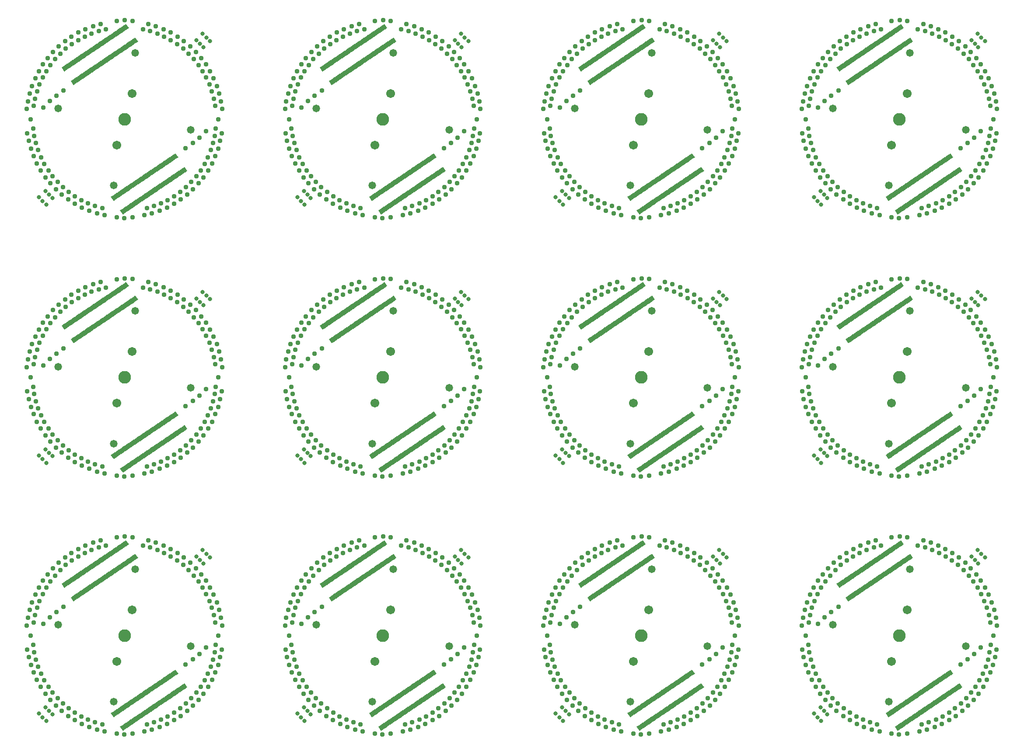
<source format=gts>
G75*
%MOIN*%
%OFA0B0*%
%FSLAX24Y24*%
%IPPOS*%
%LPD*%
%AMOC8*
5,1,8,0,0,1.08239X$1,22.5*
%
%ADD10C,0.0580*%
%ADD11C,0.0316*%
%ADD12R,0.0171X0.0375*%
%ADD13R,0.0218X0.0375*%
%ADD14C,0.0375*%
%ADD15C,0.0970*%
%ADD16C,0.0671*%
D10*
X013315Y009067D03*
X019183Y013315D03*
X014935Y019183D03*
X009067Y014935D03*
X013315Y028752D03*
X019183Y033000D03*
X014935Y038868D03*
X009067Y034620D03*
X013315Y048437D03*
X019183Y052685D03*
X014935Y058553D03*
X009067Y054305D03*
X028752Y054305D03*
X034620Y058553D03*
X038868Y052685D03*
X033000Y048437D03*
X034620Y038868D03*
X028752Y034620D03*
X033000Y028752D03*
X038868Y033000D03*
X048437Y034620D03*
X054305Y038868D03*
X058553Y033000D03*
X052685Y028752D03*
X054305Y019183D03*
X048437Y014935D03*
X052685Y009067D03*
X058553Y013315D03*
X068122Y014935D03*
X073990Y019183D03*
X078238Y013315D03*
X072370Y009067D03*
X072370Y028752D03*
X078238Y033000D03*
X073990Y038868D03*
X068122Y034620D03*
X072370Y048437D03*
X078238Y052685D03*
X073990Y058553D03*
X068122Y054305D03*
X058553Y052685D03*
X052685Y048437D03*
X048437Y054305D03*
X054305Y058553D03*
X034620Y019183D03*
X028752Y014935D03*
X033000Y009067D03*
X038868Y013315D03*
D11*
X008167Y007611D03*
X007889Y007889D03*
X007611Y008167D03*
X008117Y008634D03*
X008381Y008381D03*
X008634Y008117D03*
X019869Y019869D03*
X020133Y019616D03*
X020639Y020083D03*
X020361Y020361D03*
X020083Y020639D03*
X019616Y020133D03*
X027296Y027853D03*
X027574Y027574D03*
X027853Y027296D03*
X028319Y027802D03*
X028066Y028066D03*
X027802Y028319D03*
X039301Y020133D03*
X039554Y019869D03*
X039818Y019616D03*
X040324Y020083D03*
X040046Y020361D03*
X039768Y020639D03*
X046981Y027853D03*
X047259Y027574D03*
X047538Y027296D03*
X048004Y027802D03*
X047751Y028066D03*
X047487Y028319D03*
X058986Y020133D03*
X059239Y019869D03*
X059503Y019616D03*
X060009Y020083D03*
X059731Y020361D03*
X059453Y020639D03*
X066666Y027853D03*
X066944Y027574D03*
X067223Y027296D03*
X067689Y027802D03*
X067436Y028066D03*
X067172Y028319D03*
X078671Y020133D03*
X078924Y019869D03*
X079189Y019616D03*
X079694Y020083D03*
X079416Y020361D03*
X079138Y020639D03*
X067436Y008381D03*
X067172Y008634D03*
X066666Y008167D03*
X066944Y007889D03*
X067223Y007611D03*
X067689Y008117D03*
X048004Y008117D03*
X047751Y008381D03*
X047487Y008634D03*
X046981Y008167D03*
X047259Y007889D03*
X047538Y007611D03*
X028319Y008117D03*
X028066Y008381D03*
X027802Y008634D03*
X027296Y008167D03*
X027574Y007889D03*
X027853Y007611D03*
X008167Y027296D03*
X007889Y027574D03*
X007611Y027853D03*
X008117Y028319D03*
X008381Y028066D03*
X008634Y027802D03*
X019869Y039554D03*
X020133Y039301D03*
X020639Y039768D03*
X020361Y040046D03*
X020083Y040324D03*
X019616Y039818D03*
X027853Y046981D03*
X027574Y047259D03*
X027296Y047538D03*
X027802Y048004D03*
X028066Y047751D03*
X028319Y047487D03*
X039301Y039818D03*
X039554Y039554D03*
X039818Y039301D03*
X040324Y039768D03*
X040046Y040046D03*
X039768Y040324D03*
X046981Y047538D03*
X047259Y047259D03*
X047538Y046981D03*
X048004Y047487D03*
X047751Y047751D03*
X047487Y048004D03*
X058986Y039818D03*
X059239Y039554D03*
X059503Y039301D03*
X060009Y039768D03*
X059731Y040046D03*
X059453Y040324D03*
X067223Y046981D03*
X066944Y047259D03*
X066666Y047538D03*
X067172Y048004D03*
X067436Y047751D03*
X067689Y047487D03*
X078671Y039818D03*
X078924Y039554D03*
X079189Y039301D03*
X079694Y039768D03*
X079416Y040046D03*
X079138Y040324D03*
X079189Y058986D03*
X078924Y059239D03*
X078671Y059503D03*
X079138Y060009D03*
X079416Y059731D03*
X079694Y059453D03*
X060009Y059453D03*
X059731Y059731D03*
X059453Y060009D03*
X058986Y059503D03*
X059239Y059239D03*
X059503Y058986D03*
X040324Y059453D03*
X040046Y059731D03*
X039768Y060009D03*
X039301Y059503D03*
X039554Y059239D03*
X039818Y058986D03*
X020639Y059453D03*
X020361Y059731D03*
X020083Y060009D03*
X019616Y059503D03*
X019869Y059239D03*
X020133Y058986D03*
X008381Y047751D03*
X008634Y047487D03*
X008167Y046981D03*
X007889Y047259D03*
X007611Y047538D03*
X008117Y048004D03*
D12*
G36*
X013261Y047690D02*
X013402Y047785D01*
X013611Y047476D01*
X013470Y047381D01*
X013261Y047690D01*
G37*
G36*
X013392Y047778D02*
X013533Y047873D01*
X013742Y047564D01*
X013601Y047469D01*
X013392Y047778D01*
G37*
G36*
X013522Y047866D02*
X013663Y047961D01*
X013872Y047652D01*
X013731Y047557D01*
X013522Y047866D01*
G37*
G36*
X013653Y047954D02*
X013794Y048049D01*
X014003Y047740D01*
X013862Y047645D01*
X013653Y047954D01*
G37*
G36*
X013783Y048042D02*
X013924Y048137D01*
X014133Y047828D01*
X013992Y047733D01*
X013783Y048042D01*
G37*
G36*
X013914Y048130D02*
X014055Y048225D01*
X014264Y047916D01*
X014123Y047821D01*
X013914Y048130D01*
G37*
G36*
X014044Y048218D02*
X014185Y048313D01*
X014394Y048004D01*
X014253Y047909D01*
X014044Y048218D01*
G37*
G36*
X014175Y048307D02*
X014316Y048402D01*
X014525Y048093D01*
X014384Y047998D01*
X014175Y048307D01*
G37*
G36*
X014305Y048395D02*
X014446Y048490D01*
X014655Y048181D01*
X014514Y048086D01*
X014305Y048395D01*
G37*
G36*
X014436Y048483D02*
X014577Y048578D01*
X014786Y048269D01*
X014645Y048174D01*
X014436Y048483D01*
G37*
G36*
X014567Y048571D02*
X014708Y048666D01*
X014917Y048357D01*
X014776Y048262D01*
X014567Y048571D01*
G37*
G36*
X014697Y048659D02*
X014838Y048754D01*
X015047Y048445D01*
X014906Y048350D01*
X014697Y048659D01*
G37*
G36*
X014828Y048747D02*
X014969Y048842D01*
X015178Y048533D01*
X015037Y048438D01*
X014828Y048747D01*
G37*
G36*
X014958Y048835D02*
X015099Y048930D01*
X015308Y048621D01*
X015167Y048526D01*
X014958Y048835D01*
G37*
G36*
X015089Y048923D02*
X015230Y049018D01*
X015439Y048709D01*
X015298Y048614D01*
X015089Y048923D01*
G37*
G36*
X015219Y049011D02*
X015360Y049106D01*
X015569Y048797D01*
X015428Y048702D01*
X015219Y049011D01*
G37*
G36*
X015350Y049099D02*
X015491Y049194D01*
X015700Y048885D01*
X015559Y048790D01*
X015350Y049099D01*
G37*
G36*
X015480Y049187D02*
X015621Y049282D01*
X015830Y048973D01*
X015689Y048878D01*
X015480Y049187D01*
G37*
G36*
X015611Y049275D02*
X015752Y049370D01*
X015961Y049061D01*
X015820Y048966D01*
X015611Y049275D01*
G37*
G36*
X015742Y049363D02*
X015883Y049458D01*
X016092Y049149D01*
X015951Y049054D01*
X015742Y049363D01*
G37*
G36*
X015872Y049451D02*
X016013Y049546D01*
X016222Y049237D01*
X016081Y049142D01*
X015872Y049451D01*
G37*
G36*
X016003Y049539D02*
X016144Y049634D01*
X016353Y049325D01*
X016212Y049230D01*
X016003Y049539D01*
G37*
G36*
X016133Y049627D02*
X016274Y049722D01*
X016483Y049413D01*
X016342Y049318D01*
X016133Y049627D01*
G37*
G36*
X016264Y049716D02*
X016405Y049811D01*
X016614Y049502D01*
X016473Y049407D01*
X016264Y049716D01*
G37*
G36*
X016394Y049804D02*
X016535Y049899D01*
X016744Y049590D01*
X016603Y049495D01*
X016394Y049804D01*
G37*
G36*
X016525Y049892D02*
X016666Y049987D01*
X016875Y049678D01*
X016734Y049583D01*
X016525Y049892D01*
G37*
G36*
X016655Y049980D02*
X016796Y050075D01*
X017005Y049766D01*
X016864Y049671D01*
X016655Y049980D01*
G37*
G36*
X016786Y050068D02*
X016927Y050163D01*
X017136Y049854D01*
X016995Y049759D01*
X016786Y050068D01*
G37*
G36*
X016917Y050156D02*
X017058Y050251D01*
X017267Y049942D01*
X017126Y049847D01*
X016917Y050156D01*
G37*
G36*
X017047Y050244D02*
X017188Y050339D01*
X017397Y050030D01*
X017256Y049935D01*
X017047Y050244D01*
G37*
G36*
X017178Y050332D02*
X017319Y050427D01*
X017528Y050118D01*
X017387Y050023D01*
X017178Y050332D01*
G37*
G36*
X017308Y050420D02*
X017449Y050515D01*
X017658Y050206D01*
X017517Y050111D01*
X017308Y050420D01*
G37*
G36*
X017439Y050508D02*
X017580Y050603D01*
X017789Y050294D01*
X017648Y050199D01*
X017439Y050508D01*
G37*
G36*
X017569Y050596D02*
X017710Y050691D01*
X017919Y050382D01*
X017778Y050287D01*
X017569Y050596D01*
G37*
G36*
X017700Y050684D02*
X017841Y050779D01*
X018050Y050470D01*
X017909Y050375D01*
X017700Y050684D01*
G37*
G36*
X018617Y049347D02*
X018476Y049252D01*
X018267Y049561D01*
X018408Y049656D01*
X018617Y049347D01*
G37*
G36*
X018748Y049436D02*
X018607Y049341D01*
X018398Y049650D01*
X018539Y049745D01*
X018748Y049436D01*
G37*
G36*
X018487Y049259D02*
X018346Y049164D01*
X018137Y049473D01*
X018278Y049568D01*
X018487Y049259D01*
G37*
G36*
X018356Y049171D02*
X018215Y049076D01*
X018006Y049385D01*
X018147Y049480D01*
X018356Y049171D01*
G37*
G36*
X018226Y049083D02*
X018085Y048988D01*
X017876Y049297D01*
X018017Y049392D01*
X018226Y049083D01*
G37*
G36*
X018095Y048995D02*
X017954Y048900D01*
X017745Y049209D01*
X017886Y049304D01*
X018095Y048995D01*
G37*
G36*
X017964Y048907D02*
X017823Y048812D01*
X017614Y049121D01*
X017755Y049216D01*
X017964Y048907D01*
G37*
G36*
X017834Y048819D02*
X017693Y048724D01*
X017484Y049033D01*
X017625Y049128D01*
X017834Y048819D01*
G37*
G36*
X017703Y048731D02*
X017562Y048636D01*
X017353Y048945D01*
X017494Y049040D01*
X017703Y048731D01*
G37*
G36*
X017573Y048643D02*
X017432Y048548D01*
X017223Y048857D01*
X017364Y048952D01*
X017573Y048643D01*
G37*
G36*
X017442Y048555D02*
X017301Y048460D01*
X017092Y048769D01*
X017233Y048864D01*
X017442Y048555D01*
G37*
G36*
X017312Y048467D02*
X017171Y048372D01*
X016962Y048681D01*
X017103Y048776D01*
X017312Y048467D01*
G37*
G36*
X017181Y048379D02*
X017040Y048284D01*
X016831Y048593D01*
X016972Y048688D01*
X017181Y048379D01*
G37*
G36*
X017051Y048291D02*
X016910Y048196D01*
X016701Y048505D01*
X016842Y048600D01*
X017051Y048291D01*
G37*
G36*
X016920Y048203D02*
X016779Y048108D01*
X016570Y048417D01*
X016711Y048512D01*
X016920Y048203D01*
G37*
G36*
X016789Y048115D02*
X016648Y048020D01*
X016439Y048329D01*
X016580Y048424D01*
X016789Y048115D01*
G37*
G36*
X016659Y048027D02*
X016518Y047932D01*
X016309Y048241D01*
X016450Y048336D01*
X016659Y048027D01*
G37*
G36*
X016528Y047938D02*
X016387Y047843D01*
X016178Y048152D01*
X016319Y048247D01*
X016528Y047938D01*
G37*
G36*
X016398Y047850D02*
X016257Y047755D01*
X016048Y048064D01*
X016189Y048159D01*
X016398Y047850D01*
G37*
G36*
X016267Y047762D02*
X016126Y047667D01*
X015917Y047976D01*
X016058Y048071D01*
X016267Y047762D01*
G37*
G36*
X016137Y047674D02*
X015996Y047579D01*
X015787Y047888D01*
X015928Y047983D01*
X016137Y047674D01*
G37*
G36*
X016006Y047586D02*
X015865Y047491D01*
X015656Y047800D01*
X015797Y047895D01*
X016006Y047586D01*
G37*
G36*
X015876Y047498D02*
X015735Y047403D01*
X015526Y047712D01*
X015667Y047807D01*
X015876Y047498D01*
G37*
G36*
X015745Y047410D02*
X015604Y047315D01*
X015395Y047624D01*
X015536Y047719D01*
X015745Y047410D01*
G37*
G36*
X015614Y047322D02*
X015473Y047227D01*
X015264Y047536D01*
X015405Y047631D01*
X015614Y047322D01*
G37*
G36*
X015484Y047234D02*
X015343Y047139D01*
X015134Y047448D01*
X015275Y047543D01*
X015484Y047234D01*
G37*
G36*
X015353Y047146D02*
X015212Y047051D01*
X015003Y047360D01*
X015144Y047455D01*
X015353Y047146D01*
G37*
G36*
X015223Y047058D02*
X015082Y046963D01*
X014873Y047272D01*
X015014Y047367D01*
X015223Y047058D01*
G37*
G36*
X015092Y046970D02*
X014951Y046875D01*
X014742Y047184D01*
X014883Y047279D01*
X015092Y046970D01*
G37*
G36*
X014962Y046882D02*
X014821Y046787D01*
X014612Y047096D01*
X014753Y047191D01*
X014962Y046882D01*
G37*
G36*
X014831Y046794D02*
X014690Y046699D01*
X014481Y047008D01*
X014622Y047103D01*
X014831Y046794D01*
G37*
G36*
X014701Y046706D02*
X014560Y046611D01*
X014351Y046920D01*
X014492Y047015D01*
X014701Y046706D01*
G37*
G36*
X014570Y046618D02*
X014429Y046523D01*
X014220Y046832D01*
X014361Y046927D01*
X014570Y046618D01*
G37*
G36*
X014439Y046529D02*
X014298Y046434D01*
X014089Y046743D01*
X014230Y046838D01*
X014439Y046529D01*
G37*
G36*
X014309Y046441D02*
X014168Y046346D01*
X013959Y046655D01*
X014100Y046750D01*
X014309Y046441D01*
G37*
G36*
X013941Y040864D02*
X014082Y040959D01*
X014291Y040650D01*
X014150Y040555D01*
X013941Y040864D01*
G37*
G36*
X013811Y040776D02*
X013952Y040871D01*
X014161Y040562D01*
X014020Y040467D01*
X013811Y040776D01*
G37*
G36*
X013680Y040688D02*
X013821Y040783D01*
X014030Y040474D01*
X013889Y040379D01*
X013680Y040688D01*
G37*
G36*
X013549Y040600D02*
X013690Y040695D01*
X013899Y040386D01*
X013758Y040291D01*
X013549Y040600D01*
G37*
G36*
X013419Y040511D02*
X013560Y040606D01*
X013769Y040297D01*
X013628Y040202D01*
X013419Y040511D01*
G37*
G36*
X013288Y040423D02*
X013429Y040518D01*
X013638Y040209D01*
X013497Y040114D01*
X013288Y040423D01*
G37*
G36*
X013158Y040335D02*
X013299Y040430D01*
X013508Y040121D01*
X013367Y040026D01*
X013158Y040335D01*
G37*
G36*
X013027Y040247D02*
X013168Y040342D01*
X013377Y040033D01*
X013236Y039938D01*
X013027Y040247D01*
G37*
G36*
X012897Y040159D02*
X013038Y040254D01*
X013247Y039945D01*
X013106Y039850D01*
X012897Y040159D01*
G37*
G36*
X012766Y040071D02*
X012907Y040166D01*
X013116Y039857D01*
X012975Y039762D01*
X012766Y040071D01*
G37*
G36*
X012636Y039983D02*
X012777Y040078D01*
X012986Y039769D01*
X012845Y039674D01*
X012636Y039983D01*
G37*
G36*
X012505Y039895D02*
X012646Y039990D01*
X012855Y039681D01*
X012714Y039586D01*
X012505Y039895D01*
G37*
G36*
X012374Y039807D02*
X012515Y039902D01*
X012724Y039593D01*
X012583Y039498D01*
X012374Y039807D01*
G37*
G36*
X012244Y039719D02*
X012385Y039814D01*
X012594Y039505D01*
X012453Y039410D01*
X012244Y039719D01*
G37*
G36*
X012113Y039631D02*
X012254Y039726D01*
X012463Y039417D01*
X012322Y039322D01*
X012113Y039631D01*
G37*
G36*
X011983Y039543D02*
X012124Y039638D01*
X012333Y039329D01*
X012192Y039234D01*
X011983Y039543D01*
G37*
G36*
X011852Y039455D02*
X011993Y039550D01*
X012202Y039241D01*
X012061Y039146D01*
X011852Y039455D01*
G37*
G36*
X011722Y039367D02*
X011863Y039462D01*
X012072Y039153D01*
X011931Y039058D01*
X011722Y039367D01*
G37*
G36*
X011591Y039279D02*
X011732Y039374D01*
X011941Y039065D01*
X011800Y038970D01*
X011591Y039279D01*
G37*
G36*
X011461Y039191D02*
X011602Y039286D01*
X011811Y038977D01*
X011670Y038882D01*
X011461Y039191D01*
G37*
G36*
X011330Y039102D02*
X011471Y039197D01*
X011680Y038888D01*
X011539Y038793D01*
X011330Y039102D01*
G37*
G36*
X011199Y039014D02*
X011340Y039109D01*
X011549Y038800D01*
X011408Y038705D01*
X011199Y039014D01*
G37*
G36*
X011069Y038926D02*
X011210Y039021D01*
X011419Y038712D01*
X011278Y038617D01*
X011069Y038926D01*
G37*
G36*
X010938Y038838D02*
X011079Y038933D01*
X011288Y038624D01*
X011147Y038529D01*
X010938Y038838D01*
G37*
G36*
X010808Y038750D02*
X010949Y038845D01*
X011158Y038536D01*
X011017Y038441D01*
X010808Y038750D01*
G37*
G36*
X010677Y038662D02*
X010818Y038757D01*
X011027Y038448D01*
X010886Y038353D01*
X010677Y038662D01*
G37*
G36*
X010547Y038574D02*
X010688Y038669D01*
X010897Y038360D01*
X010756Y038265D01*
X010547Y038574D01*
G37*
G36*
X010416Y038486D02*
X010557Y038581D01*
X010766Y038272D01*
X010625Y038177D01*
X010416Y038486D01*
G37*
G36*
X010286Y038398D02*
X010427Y038493D01*
X010636Y038184D01*
X010495Y038089D01*
X010286Y038398D01*
G37*
G36*
X010155Y038310D02*
X010296Y038405D01*
X010505Y038096D01*
X010364Y038001D01*
X010155Y038310D01*
G37*
G36*
X010024Y038222D02*
X010165Y038317D01*
X010374Y038008D01*
X010233Y037913D01*
X010024Y038222D01*
G37*
G36*
X009894Y038134D02*
X010035Y038229D01*
X010244Y037920D01*
X010103Y037825D01*
X009894Y038134D01*
G37*
G36*
X009763Y038046D02*
X009904Y038141D01*
X010113Y037832D01*
X009972Y037737D01*
X009763Y038046D01*
G37*
G36*
X009633Y037958D02*
X009774Y038053D01*
X009983Y037744D01*
X009842Y037649D01*
X009633Y037958D01*
G37*
G36*
X009502Y037870D02*
X009643Y037965D01*
X009852Y037656D01*
X009711Y037561D01*
X009502Y037870D01*
G37*
G36*
X010550Y036621D02*
X010409Y036526D01*
X010200Y036835D01*
X010341Y036930D01*
X010550Y036621D01*
G37*
G36*
X010681Y036709D02*
X010540Y036614D01*
X010331Y036923D01*
X010472Y037018D01*
X010681Y036709D01*
G37*
G36*
X010811Y036797D02*
X010670Y036702D01*
X010461Y037011D01*
X010602Y037106D01*
X010811Y036797D01*
G37*
G36*
X010942Y036885D02*
X010801Y036790D01*
X010592Y037099D01*
X010733Y037194D01*
X010942Y036885D01*
G37*
G36*
X011072Y036973D02*
X010931Y036878D01*
X010722Y037187D01*
X010863Y037282D01*
X011072Y036973D01*
G37*
G36*
X011203Y037061D02*
X011062Y036966D01*
X010853Y037275D01*
X010994Y037370D01*
X011203Y037061D01*
G37*
G36*
X011333Y037149D02*
X011192Y037054D01*
X010983Y037363D01*
X011124Y037458D01*
X011333Y037149D01*
G37*
G36*
X011464Y037237D02*
X011323Y037142D01*
X011114Y037451D01*
X011255Y037546D01*
X011464Y037237D01*
G37*
G36*
X011595Y037325D02*
X011454Y037230D01*
X011245Y037539D01*
X011386Y037634D01*
X011595Y037325D01*
G37*
G36*
X011725Y037413D02*
X011584Y037318D01*
X011375Y037627D01*
X011516Y037722D01*
X011725Y037413D01*
G37*
G36*
X011856Y037502D02*
X011715Y037407D01*
X011506Y037716D01*
X011647Y037811D01*
X011856Y037502D01*
G37*
G36*
X011986Y037590D02*
X011845Y037495D01*
X011636Y037804D01*
X011777Y037899D01*
X011986Y037590D01*
G37*
G36*
X012117Y037678D02*
X011976Y037583D01*
X011767Y037892D01*
X011908Y037987D01*
X012117Y037678D01*
G37*
G36*
X012247Y037766D02*
X012106Y037671D01*
X011897Y037980D01*
X012038Y038075D01*
X012247Y037766D01*
G37*
G36*
X012378Y037854D02*
X012237Y037759D01*
X012028Y038068D01*
X012169Y038163D01*
X012378Y037854D01*
G37*
G36*
X012508Y037942D02*
X012367Y037847D01*
X012158Y038156D01*
X012299Y038251D01*
X012508Y037942D01*
G37*
G36*
X012639Y038030D02*
X012498Y037935D01*
X012289Y038244D01*
X012430Y038339D01*
X012639Y038030D01*
G37*
G36*
X012770Y038118D02*
X012629Y038023D01*
X012420Y038332D01*
X012561Y038427D01*
X012770Y038118D01*
G37*
G36*
X012900Y038206D02*
X012759Y038111D01*
X012550Y038420D01*
X012691Y038515D01*
X012900Y038206D01*
G37*
G36*
X013031Y038294D02*
X012890Y038199D01*
X012681Y038508D01*
X012822Y038603D01*
X013031Y038294D01*
G37*
G36*
X013161Y038382D02*
X013020Y038287D01*
X012811Y038596D01*
X012952Y038691D01*
X013161Y038382D01*
G37*
G36*
X013292Y038470D02*
X013151Y038375D01*
X012942Y038684D01*
X013083Y038779D01*
X013292Y038470D01*
G37*
G36*
X013422Y038558D02*
X013281Y038463D01*
X013072Y038772D01*
X013213Y038867D01*
X013422Y038558D01*
G37*
G36*
X013553Y038646D02*
X013412Y038551D01*
X013203Y038860D01*
X013344Y038955D01*
X013553Y038646D01*
G37*
G36*
X013683Y038734D02*
X013542Y038639D01*
X013333Y038948D01*
X013474Y039043D01*
X013683Y038734D01*
G37*
G36*
X013814Y038822D02*
X013673Y038727D01*
X013464Y039036D01*
X013605Y039131D01*
X013814Y038822D01*
G37*
G36*
X013945Y038911D02*
X013804Y038816D01*
X013595Y039125D01*
X013736Y039220D01*
X013945Y038911D01*
G37*
G36*
X014075Y038999D02*
X013934Y038904D01*
X013725Y039213D01*
X013866Y039308D01*
X014075Y038999D01*
G37*
G36*
X014206Y039087D02*
X014065Y038992D01*
X013856Y039301D01*
X013997Y039396D01*
X014206Y039087D01*
G37*
G36*
X014336Y039175D02*
X014195Y039080D01*
X013986Y039389D01*
X014127Y039484D01*
X014336Y039175D01*
G37*
G36*
X014467Y039263D02*
X014326Y039168D01*
X014117Y039477D01*
X014258Y039572D01*
X014467Y039263D01*
G37*
G36*
X014597Y039351D02*
X014456Y039256D01*
X014247Y039565D01*
X014388Y039660D01*
X014597Y039351D01*
G37*
G36*
X014728Y039439D02*
X014587Y039344D01*
X014378Y039653D01*
X014519Y039748D01*
X014728Y039439D01*
G37*
G36*
X014858Y039527D02*
X014717Y039432D01*
X014508Y039741D01*
X014649Y039836D01*
X014858Y039527D01*
G37*
G36*
X014989Y039615D02*
X014848Y039520D01*
X014639Y039829D01*
X014780Y039924D01*
X014989Y039615D01*
G37*
G36*
X017700Y030999D02*
X017841Y031094D01*
X018050Y030785D01*
X017909Y030690D01*
X017700Y030999D01*
G37*
G36*
X017569Y030911D02*
X017710Y031006D01*
X017919Y030697D01*
X017778Y030602D01*
X017569Y030911D01*
G37*
G36*
X017439Y030823D02*
X017580Y030918D01*
X017789Y030609D01*
X017648Y030514D01*
X017439Y030823D01*
G37*
G36*
X017308Y030735D02*
X017449Y030830D01*
X017658Y030521D01*
X017517Y030426D01*
X017308Y030735D01*
G37*
G36*
X017178Y030647D02*
X017319Y030742D01*
X017528Y030433D01*
X017387Y030338D01*
X017178Y030647D01*
G37*
G36*
X017047Y030559D02*
X017188Y030654D01*
X017397Y030345D01*
X017256Y030250D01*
X017047Y030559D01*
G37*
G36*
X016917Y030471D02*
X017058Y030566D01*
X017267Y030257D01*
X017126Y030162D01*
X016917Y030471D01*
G37*
G36*
X016786Y030383D02*
X016927Y030478D01*
X017136Y030169D01*
X016995Y030074D01*
X016786Y030383D01*
G37*
G36*
X016655Y030295D02*
X016796Y030390D01*
X017005Y030081D01*
X016864Y029986D01*
X016655Y030295D01*
G37*
G36*
X016525Y030207D02*
X016666Y030302D01*
X016875Y029993D01*
X016734Y029898D01*
X016525Y030207D01*
G37*
G36*
X016394Y030119D02*
X016535Y030214D01*
X016744Y029905D01*
X016603Y029810D01*
X016394Y030119D01*
G37*
G36*
X016264Y030030D02*
X016405Y030125D01*
X016614Y029816D01*
X016473Y029721D01*
X016264Y030030D01*
G37*
G36*
X016133Y029942D02*
X016274Y030037D01*
X016483Y029728D01*
X016342Y029633D01*
X016133Y029942D01*
G37*
G36*
X016003Y029854D02*
X016144Y029949D01*
X016353Y029640D01*
X016212Y029545D01*
X016003Y029854D01*
G37*
G36*
X015872Y029766D02*
X016013Y029861D01*
X016222Y029552D01*
X016081Y029457D01*
X015872Y029766D01*
G37*
G36*
X015742Y029678D02*
X015883Y029773D01*
X016092Y029464D01*
X015951Y029369D01*
X015742Y029678D01*
G37*
G36*
X015611Y029590D02*
X015752Y029685D01*
X015961Y029376D01*
X015820Y029281D01*
X015611Y029590D01*
G37*
G36*
X015480Y029502D02*
X015621Y029597D01*
X015830Y029288D01*
X015689Y029193D01*
X015480Y029502D01*
G37*
G36*
X015350Y029414D02*
X015491Y029509D01*
X015700Y029200D01*
X015559Y029105D01*
X015350Y029414D01*
G37*
G36*
X015219Y029326D02*
X015360Y029421D01*
X015569Y029112D01*
X015428Y029017D01*
X015219Y029326D01*
G37*
G36*
X015089Y029238D02*
X015230Y029333D01*
X015439Y029024D01*
X015298Y028929D01*
X015089Y029238D01*
G37*
G36*
X014958Y029150D02*
X015099Y029245D01*
X015308Y028936D01*
X015167Y028841D01*
X014958Y029150D01*
G37*
G36*
X014828Y029062D02*
X014969Y029157D01*
X015178Y028848D01*
X015037Y028753D01*
X014828Y029062D01*
G37*
G36*
X014697Y028974D02*
X014838Y029069D01*
X015047Y028760D01*
X014906Y028665D01*
X014697Y028974D01*
G37*
G36*
X014567Y028886D02*
X014708Y028981D01*
X014917Y028672D01*
X014776Y028577D01*
X014567Y028886D01*
G37*
G36*
X014436Y028798D02*
X014577Y028893D01*
X014786Y028584D01*
X014645Y028489D01*
X014436Y028798D01*
G37*
G36*
X014305Y028710D02*
X014446Y028805D01*
X014655Y028496D01*
X014514Y028401D01*
X014305Y028710D01*
G37*
G36*
X014175Y028621D02*
X014316Y028716D01*
X014525Y028407D01*
X014384Y028312D01*
X014175Y028621D01*
G37*
G36*
X014044Y028533D02*
X014185Y028628D01*
X014394Y028319D01*
X014253Y028224D01*
X014044Y028533D01*
G37*
G36*
X013914Y028445D02*
X014055Y028540D01*
X014264Y028231D01*
X014123Y028136D01*
X013914Y028445D01*
G37*
G36*
X013783Y028357D02*
X013924Y028452D01*
X014133Y028143D01*
X013992Y028048D01*
X013783Y028357D01*
G37*
G36*
X013653Y028269D02*
X013794Y028364D01*
X014003Y028055D01*
X013862Y027960D01*
X013653Y028269D01*
G37*
G36*
X013522Y028181D02*
X013663Y028276D01*
X013872Y027967D01*
X013731Y027872D01*
X013522Y028181D01*
G37*
G36*
X013392Y028093D02*
X013533Y028188D01*
X013742Y027879D01*
X013601Y027784D01*
X013392Y028093D01*
G37*
G36*
X013261Y028005D02*
X013402Y028100D01*
X013611Y027791D01*
X013470Y027696D01*
X013261Y028005D01*
G37*
G36*
X014701Y027021D02*
X014560Y026926D01*
X014351Y027235D01*
X014492Y027330D01*
X014701Y027021D01*
G37*
G36*
X014831Y027109D02*
X014690Y027014D01*
X014481Y027323D01*
X014622Y027418D01*
X014831Y027109D01*
G37*
G36*
X014962Y027197D02*
X014821Y027102D01*
X014612Y027411D01*
X014753Y027506D01*
X014962Y027197D01*
G37*
G36*
X015092Y027285D02*
X014951Y027190D01*
X014742Y027499D01*
X014883Y027594D01*
X015092Y027285D01*
G37*
G36*
X015223Y027373D02*
X015082Y027278D01*
X014873Y027587D01*
X015014Y027682D01*
X015223Y027373D01*
G37*
G36*
X015353Y027461D02*
X015212Y027366D01*
X015003Y027675D01*
X015144Y027770D01*
X015353Y027461D01*
G37*
G36*
X015484Y027549D02*
X015343Y027454D01*
X015134Y027763D01*
X015275Y027858D01*
X015484Y027549D01*
G37*
G36*
X015614Y027637D02*
X015473Y027542D01*
X015264Y027851D01*
X015405Y027946D01*
X015614Y027637D01*
G37*
G36*
X015745Y027725D02*
X015604Y027630D01*
X015395Y027939D01*
X015536Y028034D01*
X015745Y027725D01*
G37*
G36*
X015876Y027813D02*
X015735Y027718D01*
X015526Y028027D01*
X015667Y028122D01*
X015876Y027813D01*
G37*
G36*
X016006Y027901D02*
X015865Y027806D01*
X015656Y028115D01*
X015797Y028210D01*
X016006Y027901D01*
G37*
G36*
X016137Y027989D02*
X015996Y027894D01*
X015787Y028203D01*
X015928Y028298D01*
X016137Y027989D01*
G37*
G36*
X016267Y028077D02*
X016126Y027982D01*
X015917Y028291D01*
X016058Y028386D01*
X016267Y028077D01*
G37*
G36*
X016398Y028165D02*
X016257Y028070D01*
X016048Y028379D01*
X016189Y028474D01*
X016398Y028165D01*
G37*
G36*
X016528Y028253D02*
X016387Y028158D01*
X016178Y028467D01*
X016319Y028562D01*
X016528Y028253D01*
G37*
G36*
X016659Y028341D02*
X016518Y028246D01*
X016309Y028555D01*
X016450Y028650D01*
X016659Y028341D01*
G37*
G36*
X016789Y028430D02*
X016648Y028335D01*
X016439Y028644D01*
X016580Y028739D01*
X016789Y028430D01*
G37*
G36*
X016920Y028518D02*
X016779Y028423D01*
X016570Y028732D01*
X016711Y028827D01*
X016920Y028518D01*
G37*
G36*
X017051Y028606D02*
X016910Y028511D01*
X016701Y028820D01*
X016842Y028915D01*
X017051Y028606D01*
G37*
G36*
X017181Y028694D02*
X017040Y028599D01*
X016831Y028908D01*
X016972Y029003D01*
X017181Y028694D01*
G37*
G36*
X017312Y028782D02*
X017171Y028687D01*
X016962Y028996D01*
X017103Y029091D01*
X017312Y028782D01*
G37*
G36*
X017442Y028870D02*
X017301Y028775D01*
X017092Y029084D01*
X017233Y029179D01*
X017442Y028870D01*
G37*
G36*
X017573Y028958D02*
X017432Y028863D01*
X017223Y029172D01*
X017364Y029267D01*
X017573Y028958D01*
G37*
G36*
X017703Y029046D02*
X017562Y028951D01*
X017353Y029260D01*
X017494Y029355D01*
X017703Y029046D01*
G37*
G36*
X017834Y029134D02*
X017693Y029039D01*
X017484Y029348D01*
X017625Y029443D01*
X017834Y029134D01*
G37*
G36*
X017964Y029222D02*
X017823Y029127D01*
X017614Y029436D01*
X017755Y029531D01*
X017964Y029222D01*
G37*
G36*
X018095Y029310D02*
X017954Y029215D01*
X017745Y029524D01*
X017886Y029619D01*
X018095Y029310D01*
G37*
G36*
X018226Y029398D02*
X018085Y029303D01*
X017876Y029612D01*
X018017Y029707D01*
X018226Y029398D01*
G37*
G36*
X018356Y029486D02*
X018215Y029391D01*
X018006Y029700D01*
X018147Y029795D01*
X018356Y029486D01*
G37*
G36*
X018487Y029574D02*
X018346Y029479D01*
X018137Y029788D01*
X018278Y029883D01*
X018487Y029574D01*
G37*
G36*
X018617Y029662D02*
X018476Y029567D01*
X018267Y029876D01*
X018408Y029971D01*
X018617Y029662D01*
G37*
G36*
X018748Y029750D02*
X018607Y029655D01*
X018398Y029964D01*
X018539Y030059D01*
X018748Y029750D01*
G37*
G36*
X014570Y026932D02*
X014429Y026837D01*
X014220Y027146D01*
X014361Y027241D01*
X014570Y026932D01*
G37*
G36*
X014439Y026844D02*
X014298Y026749D01*
X014089Y027058D01*
X014230Y027153D01*
X014439Y026844D01*
G37*
G36*
X014309Y026756D02*
X014168Y026661D01*
X013959Y026970D01*
X014100Y027065D01*
X014309Y026756D01*
G37*
G36*
X013941Y021179D02*
X014082Y021274D01*
X014291Y020965D01*
X014150Y020870D01*
X013941Y021179D01*
G37*
G36*
X013811Y021091D02*
X013952Y021186D01*
X014161Y020877D01*
X014020Y020782D01*
X013811Y021091D01*
G37*
G36*
X013680Y021003D02*
X013821Y021098D01*
X014030Y020789D01*
X013889Y020694D01*
X013680Y021003D01*
G37*
G36*
X013549Y020914D02*
X013690Y021009D01*
X013899Y020700D01*
X013758Y020605D01*
X013549Y020914D01*
G37*
G36*
X013419Y020826D02*
X013560Y020921D01*
X013769Y020612D01*
X013628Y020517D01*
X013419Y020826D01*
G37*
G36*
X013288Y020738D02*
X013429Y020833D01*
X013638Y020524D01*
X013497Y020429D01*
X013288Y020738D01*
G37*
G36*
X013158Y020650D02*
X013299Y020745D01*
X013508Y020436D01*
X013367Y020341D01*
X013158Y020650D01*
G37*
G36*
X013027Y020562D02*
X013168Y020657D01*
X013377Y020348D01*
X013236Y020253D01*
X013027Y020562D01*
G37*
G36*
X012897Y020474D02*
X013038Y020569D01*
X013247Y020260D01*
X013106Y020165D01*
X012897Y020474D01*
G37*
G36*
X012766Y020386D02*
X012907Y020481D01*
X013116Y020172D01*
X012975Y020077D01*
X012766Y020386D01*
G37*
G36*
X012636Y020298D02*
X012777Y020393D01*
X012986Y020084D01*
X012845Y019989D01*
X012636Y020298D01*
G37*
G36*
X012505Y020210D02*
X012646Y020305D01*
X012855Y019996D01*
X012714Y019901D01*
X012505Y020210D01*
G37*
G36*
X012374Y020122D02*
X012515Y020217D01*
X012724Y019908D01*
X012583Y019813D01*
X012374Y020122D01*
G37*
G36*
X012244Y020034D02*
X012385Y020129D01*
X012594Y019820D01*
X012453Y019725D01*
X012244Y020034D01*
G37*
G36*
X012113Y019946D02*
X012254Y020041D01*
X012463Y019732D01*
X012322Y019637D01*
X012113Y019946D01*
G37*
G36*
X011983Y019858D02*
X012124Y019953D01*
X012333Y019644D01*
X012192Y019549D01*
X011983Y019858D01*
G37*
G36*
X011852Y019770D02*
X011993Y019865D01*
X012202Y019556D01*
X012061Y019461D01*
X011852Y019770D01*
G37*
G36*
X011722Y019682D02*
X011863Y019777D01*
X012072Y019468D01*
X011931Y019373D01*
X011722Y019682D01*
G37*
G36*
X011591Y019594D02*
X011732Y019689D01*
X011941Y019380D01*
X011800Y019285D01*
X011591Y019594D01*
G37*
G36*
X011461Y019505D02*
X011602Y019600D01*
X011811Y019291D01*
X011670Y019196D01*
X011461Y019505D01*
G37*
G36*
X011330Y019417D02*
X011471Y019512D01*
X011680Y019203D01*
X011539Y019108D01*
X011330Y019417D01*
G37*
G36*
X011199Y019329D02*
X011340Y019424D01*
X011549Y019115D01*
X011408Y019020D01*
X011199Y019329D01*
G37*
G36*
X011069Y019241D02*
X011210Y019336D01*
X011419Y019027D01*
X011278Y018932D01*
X011069Y019241D01*
G37*
G36*
X010938Y019153D02*
X011079Y019248D01*
X011288Y018939D01*
X011147Y018844D01*
X010938Y019153D01*
G37*
G36*
X010808Y019065D02*
X010949Y019160D01*
X011158Y018851D01*
X011017Y018756D01*
X010808Y019065D01*
G37*
G36*
X010677Y018977D02*
X010818Y019072D01*
X011027Y018763D01*
X010886Y018668D01*
X010677Y018977D01*
G37*
G36*
X010547Y018889D02*
X010688Y018984D01*
X010897Y018675D01*
X010756Y018580D01*
X010547Y018889D01*
G37*
G36*
X010416Y018801D02*
X010557Y018896D01*
X010766Y018587D01*
X010625Y018492D01*
X010416Y018801D01*
G37*
G36*
X010286Y018713D02*
X010427Y018808D01*
X010636Y018499D01*
X010495Y018404D01*
X010286Y018713D01*
G37*
G36*
X010155Y018625D02*
X010296Y018720D01*
X010505Y018411D01*
X010364Y018316D01*
X010155Y018625D01*
G37*
G36*
X010024Y018537D02*
X010165Y018632D01*
X010374Y018323D01*
X010233Y018228D01*
X010024Y018537D01*
G37*
G36*
X009894Y018449D02*
X010035Y018544D01*
X010244Y018235D01*
X010103Y018140D01*
X009894Y018449D01*
G37*
G36*
X009763Y018361D02*
X009904Y018456D01*
X010113Y018147D01*
X009972Y018052D01*
X009763Y018361D01*
G37*
G36*
X009633Y018273D02*
X009774Y018368D01*
X009983Y018059D01*
X009842Y017964D01*
X009633Y018273D01*
G37*
G36*
X009502Y018185D02*
X009643Y018280D01*
X009852Y017971D01*
X009711Y017876D01*
X009502Y018185D01*
G37*
G36*
X010550Y016936D02*
X010409Y016841D01*
X010200Y017150D01*
X010341Y017245D01*
X010550Y016936D01*
G37*
G36*
X010681Y017024D02*
X010540Y016929D01*
X010331Y017238D01*
X010472Y017333D01*
X010681Y017024D01*
G37*
G36*
X010811Y017112D02*
X010670Y017017D01*
X010461Y017326D01*
X010602Y017421D01*
X010811Y017112D01*
G37*
G36*
X010942Y017200D02*
X010801Y017105D01*
X010592Y017414D01*
X010733Y017509D01*
X010942Y017200D01*
G37*
G36*
X011072Y017288D02*
X010931Y017193D01*
X010722Y017502D01*
X010863Y017597D01*
X011072Y017288D01*
G37*
G36*
X011203Y017376D02*
X011062Y017281D01*
X010853Y017590D01*
X010994Y017685D01*
X011203Y017376D01*
G37*
G36*
X011333Y017464D02*
X011192Y017369D01*
X010983Y017678D01*
X011124Y017773D01*
X011333Y017464D01*
G37*
G36*
X011464Y017552D02*
X011323Y017457D01*
X011114Y017766D01*
X011255Y017861D01*
X011464Y017552D01*
G37*
G36*
X011595Y017640D02*
X011454Y017545D01*
X011245Y017854D01*
X011386Y017949D01*
X011595Y017640D01*
G37*
G36*
X011725Y017728D02*
X011584Y017633D01*
X011375Y017942D01*
X011516Y018037D01*
X011725Y017728D01*
G37*
G36*
X011856Y017816D02*
X011715Y017721D01*
X011506Y018030D01*
X011647Y018125D01*
X011856Y017816D01*
G37*
G36*
X011986Y017905D02*
X011845Y017810D01*
X011636Y018119D01*
X011777Y018214D01*
X011986Y017905D01*
G37*
G36*
X012117Y017993D02*
X011976Y017898D01*
X011767Y018207D01*
X011908Y018302D01*
X012117Y017993D01*
G37*
G36*
X012247Y018081D02*
X012106Y017986D01*
X011897Y018295D01*
X012038Y018390D01*
X012247Y018081D01*
G37*
G36*
X012378Y018169D02*
X012237Y018074D01*
X012028Y018383D01*
X012169Y018478D01*
X012378Y018169D01*
G37*
G36*
X012508Y018257D02*
X012367Y018162D01*
X012158Y018471D01*
X012299Y018566D01*
X012508Y018257D01*
G37*
G36*
X012639Y018345D02*
X012498Y018250D01*
X012289Y018559D01*
X012430Y018654D01*
X012639Y018345D01*
G37*
G36*
X012770Y018433D02*
X012629Y018338D01*
X012420Y018647D01*
X012561Y018742D01*
X012770Y018433D01*
G37*
G36*
X012900Y018521D02*
X012759Y018426D01*
X012550Y018735D01*
X012691Y018830D01*
X012900Y018521D01*
G37*
G36*
X013031Y018609D02*
X012890Y018514D01*
X012681Y018823D01*
X012822Y018918D01*
X013031Y018609D01*
G37*
G36*
X013161Y018697D02*
X013020Y018602D01*
X012811Y018911D01*
X012952Y019006D01*
X013161Y018697D01*
G37*
G36*
X013292Y018785D02*
X013151Y018690D01*
X012942Y018999D01*
X013083Y019094D01*
X013292Y018785D01*
G37*
G36*
X013422Y018873D02*
X013281Y018778D01*
X013072Y019087D01*
X013213Y019182D01*
X013422Y018873D01*
G37*
G36*
X013553Y018961D02*
X013412Y018866D01*
X013203Y019175D01*
X013344Y019270D01*
X013553Y018961D01*
G37*
G36*
X013683Y019049D02*
X013542Y018954D01*
X013333Y019263D01*
X013474Y019358D01*
X013683Y019049D01*
G37*
G36*
X013814Y019137D02*
X013673Y019042D01*
X013464Y019351D01*
X013605Y019446D01*
X013814Y019137D01*
G37*
G36*
X013945Y019225D02*
X013804Y019130D01*
X013595Y019439D01*
X013736Y019534D01*
X013945Y019225D01*
G37*
G36*
X014075Y019314D02*
X013934Y019219D01*
X013725Y019528D01*
X013866Y019623D01*
X014075Y019314D01*
G37*
G36*
X014206Y019402D02*
X014065Y019307D01*
X013856Y019616D01*
X013997Y019711D01*
X014206Y019402D01*
G37*
G36*
X014336Y019490D02*
X014195Y019395D01*
X013986Y019704D01*
X014127Y019799D01*
X014336Y019490D01*
G37*
G36*
X014467Y019578D02*
X014326Y019483D01*
X014117Y019792D01*
X014258Y019887D01*
X014467Y019578D01*
G37*
G36*
X014597Y019666D02*
X014456Y019571D01*
X014247Y019880D01*
X014388Y019975D01*
X014597Y019666D01*
G37*
G36*
X014728Y019754D02*
X014587Y019659D01*
X014378Y019968D01*
X014519Y020063D01*
X014728Y019754D01*
G37*
G36*
X014858Y019842D02*
X014717Y019747D01*
X014508Y020056D01*
X014649Y020151D01*
X014858Y019842D01*
G37*
G36*
X014989Y019930D02*
X014848Y019835D01*
X014639Y020144D01*
X014780Y020239D01*
X014989Y019930D01*
G37*
G36*
X017700Y011314D02*
X017841Y011409D01*
X018050Y011100D01*
X017909Y011005D01*
X017700Y011314D01*
G37*
G36*
X017569Y011226D02*
X017710Y011321D01*
X017919Y011012D01*
X017778Y010917D01*
X017569Y011226D01*
G37*
G36*
X017439Y011138D02*
X017580Y011233D01*
X017789Y010924D01*
X017648Y010829D01*
X017439Y011138D01*
G37*
G36*
X017308Y011050D02*
X017449Y011145D01*
X017658Y010836D01*
X017517Y010741D01*
X017308Y011050D01*
G37*
G36*
X017178Y010962D02*
X017319Y011057D01*
X017528Y010748D01*
X017387Y010653D01*
X017178Y010962D01*
G37*
G36*
X017047Y010874D02*
X017188Y010969D01*
X017397Y010660D01*
X017256Y010565D01*
X017047Y010874D01*
G37*
G36*
X016917Y010786D02*
X017058Y010881D01*
X017267Y010572D01*
X017126Y010477D01*
X016917Y010786D01*
G37*
G36*
X016786Y010698D02*
X016927Y010793D01*
X017136Y010484D01*
X016995Y010389D01*
X016786Y010698D01*
G37*
G36*
X016655Y010610D02*
X016796Y010705D01*
X017005Y010396D01*
X016864Y010301D01*
X016655Y010610D01*
G37*
G36*
X016525Y010522D02*
X016666Y010617D01*
X016875Y010308D01*
X016734Y010213D01*
X016525Y010522D01*
G37*
G36*
X016394Y010433D02*
X016535Y010528D01*
X016744Y010219D01*
X016603Y010124D01*
X016394Y010433D01*
G37*
G36*
X016264Y010345D02*
X016405Y010440D01*
X016614Y010131D01*
X016473Y010036D01*
X016264Y010345D01*
G37*
G36*
X016133Y010257D02*
X016274Y010352D01*
X016483Y010043D01*
X016342Y009948D01*
X016133Y010257D01*
G37*
G36*
X016003Y010169D02*
X016144Y010264D01*
X016353Y009955D01*
X016212Y009860D01*
X016003Y010169D01*
G37*
G36*
X015872Y010081D02*
X016013Y010176D01*
X016222Y009867D01*
X016081Y009772D01*
X015872Y010081D01*
G37*
G36*
X015742Y009993D02*
X015883Y010088D01*
X016092Y009779D01*
X015951Y009684D01*
X015742Y009993D01*
G37*
G36*
X015611Y009905D02*
X015752Y010000D01*
X015961Y009691D01*
X015820Y009596D01*
X015611Y009905D01*
G37*
G36*
X015480Y009817D02*
X015621Y009912D01*
X015830Y009603D01*
X015689Y009508D01*
X015480Y009817D01*
G37*
G36*
X015350Y009729D02*
X015491Y009824D01*
X015700Y009515D01*
X015559Y009420D01*
X015350Y009729D01*
G37*
G36*
X015219Y009641D02*
X015360Y009736D01*
X015569Y009427D01*
X015428Y009332D01*
X015219Y009641D01*
G37*
G36*
X015089Y009553D02*
X015230Y009648D01*
X015439Y009339D01*
X015298Y009244D01*
X015089Y009553D01*
G37*
G36*
X014958Y009465D02*
X015099Y009560D01*
X015308Y009251D01*
X015167Y009156D01*
X014958Y009465D01*
G37*
G36*
X014828Y009377D02*
X014969Y009472D01*
X015178Y009163D01*
X015037Y009068D01*
X014828Y009377D01*
G37*
G36*
X014697Y009289D02*
X014838Y009384D01*
X015047Y009075D01*
X014906Y008980D01*
X014697Y009289D01*
G37*
G36*
X014567Y009201D02*
X014708Y009296D01*
X014917Y008987D01*
X014776Y008892D01*
X014567Y009201D01*
G37*
G36*
X014436Y009113D02*
X014577Y009208D01*
X014786Y008899D01*
X014645Y008804D01*
X014436Y009113D01*
G37*
G36*
X014305Y009024D02*
X014446Y009119D01*
X014655Y008810D01*
X014514Y008715D01*
X014305Y009024D01*
G37*
G36*
X014175Y008936D02*
X014316Y009031D01*
X014525Y008722D01*
X014384Y008627D01*
X014175Y008936D01*
G37*
G36*
X014044Y008848D02*
X014185Y008943D01*
X014394Y008634D01*
X014253Y008539D01*
X014044Y008848D01*
G37*
G36*
X013914Y008760D02*
X014055Y008855D01*
X014264Y008546D01*
X014123Y008451D01*
X013914Y008760D01*
G37*
G36*
X013783Y008672D02*
X013924Y008767D01*
X014133Y008458D01*
X013992Y008363D01*
X013783Y008672D01*
G37*
G36*
X013653Y008584D02*
X013794Y008679D01*
X014003Y008370D01*
X013862Y008275D01*
X013653Y008584D01*
G37*
G36*
X013522Y008496D02*
X013663Y008591D01*
X013872Y008282D01*
X013731Y008187D01*
X013522Y008496D01*
G37*
G36*
X013392Y008408D02*
X013533Y008503D01*
X013742Y008194D01*
X013601Y008099D01*
X013392Y008408D01*
G37*
G36*
X013261Y008320D02*
X013402Y008415D01*
X013611Y008106D01*
X013470Y008011D01*
X013261Y008320D01*
G37*
G36*
X014309Y007071D02*
X014168Y006976D01*
X013959Y007285D01*
X014100Y007380D01*
X014309Y007071D01*
G37*
G36*
X014439Y007159D02*
X014298Y007064D01*
X014089Y007373D01*
X014230Y007468D01*
X014439Y007159D01*
G37*
G36*
X014570Y007247D02*
X014429Y007152D01*
X014220Y007461D01*
X014361Y007556D01*
X014570Y007247D01*
G37*
G36*
X014701Y007336D02*
X014560Y007241D01*
X014351Y007550D01*
X014492Y007645D01*
X014701Y007336D01*
G37*
G36*
X014831Y007424D02*
X014690Y007329D01*
X014481Y007638D01*
X014622Y007733D01*
X014831Y007424D01*
G37*
G36*
X014962Y007512D02*
X014821Y007417D01*
X014612Y007726D01*
X014753Y007821D01*
X014962Y007512D01*
G37*
G36*
X015092Y007600D02*
X014951Y007505D01*
X014742Y007814D01*
X014883Y007909D01*
X015092Y007600D01*
G37*
G36*
X015223Y007688D02*
X015082Y007593D01*
X014873Y007902D01*
X015014Y007997D01*
X015223Y007688D01*
G37*
G36*
X015353Y007776D02*
X015212Y007681D01*
X015003Y007990D01*
X015144Y008085D01*
X015353Y007776D01*
G37*
G36*
X015484Y007864D02*
X015343Y007769D01*
X015134Y008078D01*
X015275Y008173D01*
X015484Y007864D01*
G37*
G36*
X015614Y007952D02*
X015473Y007857D01*
X015264Y008166D01*
X015405Y008261D01*
X015614Y007952D01*
G37*
G36*
X015745Y008040D02*
X015604Y007945D01*
X015395Y008254D01*
X015536Y008349D01*
X015745Y008040D01*
G37*
G36*
X015876Y008128D02*
X015735Y008033D01*
X015526Y008342D01*
X015667Y008437D01*
X015876Y008128D01*
G37*
G36*
X016006Y008216D02*
X015865Y008121D01*
X015656Y008430D01*
X015797Y008525D01*
X016006Y008216D01*
G37*
G36*
X016137Y008304D02*
X015996Y008209D01*
X015787Y008518D01*
X015928Y008613D01*
X016137Y008304D01*
G37*
G36*
X016267Y008392D02*
X016126Y008297D01*
X015917Y008606D01*
X016058Y008701D01*
X016267Y008392D01*
G37*
G36*
X016398Y008480D02*
X016257Y008385D01*
X016048Y008694D01*
X016189Y008789D01*
X016398Y008480D01*
G37*
G36*
X016528Y008568D02*
X016387Y008473D01*
X016178Y008782D01*
X016319Y008877D01*
X016528Y008568D01*
G37*
G36*
X016659Y008656D02*
X016518Y008561D01*
X016309Y008870D01*
X016450Y008965D01*
X016659Y008656D01*
G37*
G36*
X016789Y008745D02*
X016648Y008650D01*
X016439Y008959D01*
X016580Y009054D01*
X016789Y008745D01*
G37*
G36*
X016920Y008833D02*
X016779Y008738D01*
X016570Y009047D01*
X016711Y009142D01*
X016920Y008833D01*
G37*
G36*
X017051Y008921D02*
X016910Y008826D01*
X016701Y009135D01*
X016842Y009230D01*
X017051Y008921D01*
G37*
G36*
X017181Y009009D02*
X017040Y008914D01*
X016831Y009223D01*
X016972Y009318D01*
X017181Y009009D01*
G37*
G36*
X017312Y009097D02*
X017171Y009002D01*
X016962Y009311D01*
X017103Y009406D01*
X017312Y009097D01*
G37*
G36*
X017442Y009185D02*
X017301Y009090D01*
X017092Y009399D01*
X017233Y009494D01*
X017442Y009185D01*
G37*
G36*
X017573Y009273D02*
X017432Y009178D01*
X017223Y009487D01*
X017364Y009582D01*
X017573Y009273D01*
G37*
G36*
X017703Y009361D02*
X017562Y009266D01*
X017353Y009575D01*
X017494Y009670D01*
X017703Y009361D01*
G37*
G36*
X017834Y009449D02*
X017693Y009354D01*
X017484Y009663D01*
X017625Y009758D01*
X017834Y009449D01*
G37*
G36*
X017964Y009537D02*
X017823Y009442D01*
X017614Y009751D01*
X017755Y009846D01*
X017964Y009537D01*
G37*
G36*
X018095Y009625D02*
X017954Y009530D01*
X017745Y009839D01*
X017886Y009934D01*
X018095Y009625D01*
G37*
G36*
X018226Y009713D02*
X018085Y009618D01*
X017876Y009927D01*
X018017Y010022D01*
X018226Y009713D01*
G37*
G36*
X018356Y009801D02*
X018215Y009706D01*
X018006Y010015D01*
X018147Y010110D01*
X018356Y009801D01*
G37*
G36*
X018487Y009889D02*
X018346Y009794D01*
X018137Y010103D01*
X018278Y010198D01*
X018487Y009889D01*
G37*
G36*
X018617Y009977D02*
X018476Y009882D01*
X018267Y010191D01*
X018408Y010286D01*
X018617Y009977D01*
G37*
G36*
X018748Y010065D02*
X018607Y009970D01*
X018398Y010279D01*
X018539Y010374D01*
X018748Y010065D01*
G37*
G36*
X030235Y016936D02*
X030094Y016841D01*
X029885Y017150D01*
X030026Y017245D01*
X030235Y016936D01*
G37*
G36*
X030366Y017024D02*
X030225Y016929D01*
X030016Y017238D01*
X030157Y017333D01*
X030366Y017024D01*
G37*
G36*
X030496Y017112D02*
X030355Y017017D01*
X030146Y017326D01*
X030287Y017421D01*
X030496Y017112D01*
G37*
G36*
X030627Y017200D02*
X030486Y017105D01*
X030277Y017414D01*
X030418Y017509D01*
X030627Y017200D01*
G37*
G36*
X030757Y017288D02*
X030616Y017193D01*
X030407Y017502D01*
X030548Y017597D01*
X030757Y017288D01*
G37*
G36*
X030888Y017376D02*
X030747Y017281D01*
X030538Y017590D01*
X030679Y017685D01*
X030888Y017376D01*
G37*
G36*
X031018Y017464D02*
X030877Y017369D01*
X030668Y017678D01*
X030809Y017773D01*
X031018Y017464D01*
G37*
G36*
X031149Y017552D02*
X031008Y017457D01*
X030799Y017766D01*
X030940Y017861D01*
X031149Y017552D01*
G37*
G36*
X031280Y017640D02*
X031139Y017545D01*
X030930Y017854D01*
X031071Y017949D01*
X031280Y017640D01*
G37*
G36*
X031410Y017728D02*
X031269Y017633D01*
X031060Y017942D01*
X031201Y018037D01*
X031410Y017728D01*
G37*
G36*
X031541Y017816D02*
X031400Y017721D01*
X031191Y018030D01*
X031332Y018125D01*
X031541Y017816D01*
G37*
G36*
X031671Y017905D02*
X031530Y017810D01*
X031321Y018119D01*
X031462Y018214D01*
X031671Y017905D01*
G37*
G36*
X031802Y017993D02*
X031661Y017898D01*
X031452Y018207D01*
X031593Y018302D01*
X031802Y017993D01*
G37*
G36*
X031932Y018081D02*
X031791Y017986D01*
X031582Y018295D01*
X031723Y018390D01*
X031932Y018081D01*
G37*
G36*
X032063Y018169D02*
X031922Y018074D01*
X031713Y018383D01*
X031854Y018478D01*
X032063Y018169D01*
G37*
G36*
X032193Y018257D02*
X032052Y018162D01*
X031843Y018471D01*
X031984Y018566D01*
X032193Y018257D01*
G37*
G36*
X032324Y018345D02*
X032183Y018250D01*
X031974Y018559D01*
X032115Y018654D01*
X032324Y018345D01*
G37*
G36*
X032455Y018433D02*
X032314Y018338D01*
X032105Y018647D01*
X032246Y018742D01*
X032455Y018433D01*
G37*
G36*
X032585Y018521D02*
X032444Y018426D01*
X032235Y018735D01*
X032376Y018830D01*
X032585Y018521D01*
G37*
G36*
X032716Y018609D02*
X032575Y018514D01*
X032366Y018823D01*
X032507Y018918D01*
X032716Y018609D01*
G37*
G36*
X032846Y018697D02*
X032705Y018602D01*
X032496Y018911D01*
X032637Y019006D01*
X032846Y018697D01*
G37*
G36*
X032977Y018785D02*
X032836Y018690D01*
X032627Y018999D01*
X032768Y019094D01*
X032977Y018785D01*
G37*
G36*
X033107Y018873D02*
X032966Y018778D01*
X032757Y019087D01*
X032898Y019182D01*
X033107Y018873D01*
G37*
G36*
X033238Y018961D02*
X033097Y018866D01*
X032888Y019175D01*
X033029Y019270D01*
X033238Y018961D01*
G37*
G36*
X033368Y019049D02*
X033227Y018954D01*
X033018Y019263D01*
X033159Y019358D01*
X033368Y019049D01*
G37*
G36*
X033499Y019137D02*
X033358Y019042D01*
X033149Y019351D01*
X033290Y019446D01*
X033499Y019137D01*
G37*
G36*
X033630Y019225D02*
X033489Y019130D01*
X033280Y019439D01*
X033421Y019534D01*
X033630Y019225D01*
G37*
G36*
X033760Y019314D02*
X033619Y019219D01*
X033410Y019528D01*
X033551Y019623D01*
X033760Y019314D01*
G37*
G36*
X033891Y019402D02*
X033750Y019307D01*
X033541Y019616D01*
X033682Y019711D01*
X033891Y019402D01*
G37*
G36*
X034021Y019490D02*
X033880Y019395D01*
X033671Y019704D01*
X033812Y019799D01*
X034021Y019490D01*
G37*
G36*
X034152Y019578D02*
X034011Y019483D01*
X033802Y019792D01*
X033943Y019887D01*
X034152Y019578D01*
G37*
G36*
X034282Y019666D02*
X034141Y019571D01*
X033932Y019880D01*
X034073Y019975D01*
X034282Y019666D01*
G37*
G36*
X034413Y019754D02*
X034272Y019659D01*
X034063Y019968D01*
X034204Y020063D01*
X034413Y019754D01*
G37*
G36*
X034543Y019842D02*
X034402Y019747D01*
X034193Y020056D01*
X034334Y020151D01*
X034543Y019842D01*
G37*
G36*
X034674Y019930D02*
X034533Y019835D01*
X034324Y020144D01*
X034465Y020239D01*
X034674Y019930D01*
G37*
G36*
X033365Y021003D02*
X033506Y021098D01*
X033715Y020789D01*
X033574Y020694D01*
X033365Y021003D01*
G37*
G36*
X033234Y020914D02*
X033375Y021009D01*
X033584Y020700D01*
X033443Y020605D01*
X033234Y020914D01*
G37*
G36*
X033104Y020826D02*
X033245Y020921D01*
X033454Y020612D01*
X033313Y020517D01*
X033104Y020826D01*
G37*
G36*
X032973Y020738D02*
X033114Y020833D01*
X033323Y020524D01*
X033182Y020429D01*
X032973Y020738D01*
G37*
G36*
X032843Y020650D02*
X032984Y020745D01*
X033193Y020436D01*
X033052Y020341D01*
X032843Y020650D01*
G37*
G36*
X032712Y020562D02*
X032853Y020657D01*
X033062Y020348D01*
X032921Y020253D01*
X032712Y020562D01*
G37*
G36*
X032582Y020474D02*
X032723Y020569D01*
X032932Y020260D01*
X032791Y020165D01*
X032582Y020474D01*
G37*
G36*
X032451Y020386D02*
X032592Y020481D01*
X032801Y020172D01*
X032660Y020077D01*
X032451Y020386D01*
G37*
G36*
X032321Y020298D02*
X032462Y020393D01*
X032671Y020084D01*
X032530Y019989D01*
X032321Y020298D01*
G37*
G36*
X032190Y020210D02*
X032331Y020305D01*
X032540Y019996D01*
X032399Y019901D01*
X032190Y020210D01*
G37*
G36*
X032059Y020122D02*
X032200Y020217D01*
X032409Y019908D01*
X032268Y019813D01*
X032059Y020122D01*
G37*
G36*
X031929Y020034D02*
X032070Y020129D01*
X032279Y019820D01*
X032138Y019725D01*
X031929Y020034D01*
G37*
G36*
X031798Y019946D02*
X031939Y020041D01*
X032148Y019732D01*
X032007Y019637D01*
X031798Y019946D01*
G37*
G36*
X031668Y019858D02*
X031809Y019953D01*
X032018Y019644D01*
X031877Y019549D01*
X031668Y019858D01*
G37*
G36*
X031537Y019770D02*
X031678Y019865D01*
X031887Y019556D01*
X031746Y019461D01*
X031537Y019770D01*
G37*
G36*
X031407Y019682D02*
X031548Y019777D01*
X031757Y019468D01*
X031616Y019373D01*
X031407Y019682D01*
G37*
G36*
X031276Y019594D02*
X031417Y019689D01*
X031626Y019380D01*
X031485Y019285D01*
X031276Y019594D01*
G37*
G36*
X031146Y019505D02*
X031287Y019600D01*
X031496Y019291D01*
X031355Y019196D01*
X031146Y019505D01*
G37*
G36*
X031015Y019417D02*
X031156Y019512D01*
X031365Y019203D01*
X031224Y019108D01*
X031015Y019417D01*
G37*
G36*
X030884Y019329D02*
X031025Y019424D01*
X031234Y019115D01*
X031093Y019020D01*
X030884Y019329D01*
G37*
G36*
X030754Y019241D02*
X030895Y019336D01*
X031104Y019027D01*
X030963Y018932D01*
X030754Y019241D01*
G37*
G36*
X030623Y019153D02*
X030764Y019248D01*
X030973Y018939D01*
X030832Y018844D01*
X030623Y019153D01*
G37*
G36*
X030493Y019065D02*
X030634Y019160D01*
X030843Y018851D01*
X030702Y018756D01*
X030493Y019065D01*
G37*
G36*
X030362Y018977D02*
X030503Y019072D01*
X030712Y018763D01*
X030571Y018668D01*
X030362Y018977D01*
G37*
G36*
X030232Y018889D02*
X030373Y018984D01*
X030582Y018675D01*
X030441Y018580D01*
X030232Y018889D01*
G37*
G36*
X030101Y018801D02*
X030242Y018896D01*
X030451Y018587D01*
X030310Y018492D01*
X030101Y018801D01*
G37*
G36*
X029971Y018713D02*
X030112Y018808D01*
X030321Y018499D01*
X030180Y018404D01*
X029971Y018713D01*
G37*
G36*
X029840Y018625D02*
X029981Y018720D01*
X030190Y018411D01*
X030049Y018316D01*
X029840Y018625D01*
G37*
G36*
X029709Y018537D02*
X029850Y018632D01*
X030059Y018323D01*
X029918Y018228D01*
X029709Y018537D01*
G37*
G36*
X029579Y018449D02*
X029720Y018544D01*
X029929Y018235D01*
X029788Y018140D01*
X029579Y018449D01*
G37*
G36*
X029448Y018361D02*
X029589Y018456D01*
X029798Y018147D01*
X029657Y018052D01*
X029448Y018361D01*
G37*
G36*
X029318Y018273D02*
X029459Y018368D01*
X029668Y018059D01*
X029527Y017964D01*
X029318Y018273D01*
G37*
G36*
X029187Y018185D02*
X029328Y018280D01*
X029537Y017971D01*
X029396Y017876D01*
X029187Y018185D01*
G37*
G36*
X033496Y021091D02*
X033637Y021186D01*
X033846Y020877D01*
X033705Y020782D01*
X033496Y021091D01*
G37*
G36*
X033626Y021179D02*
X033767Y021274D01*
X033976Y020965D01*
X033835Y020870D01*
X033626Y021179D01*
G37*
G36*
X033994Y026756D02*
X033853Y026661D01*
X033644Y026970D01*
X033785Y027065D01*
X033994Y026756D01*
G37*
G36*
X034124Y026844D02*
X033983Y026749D01*
X033774Y027058D01*
X033915Y027153D01*
X034124Y026844D01*
G37*
G36*
X034255Y026932D02*
X034114Y026837D01*
X033905Y027146D01*
X034046Y027241D01*
X034255Y026932D01*
G37*
G36*
X034386Y027021D02*
X034245Y026926D01*
X034036Y027235D01*
X034177Y027330D01*
X034386Y027021D01*
G37*
G36*
X034516Y027109D02*
X034375Y027014D01*
X034166Y027323D01*
X034307Y027418D01*
X034516Y027109D01*
G37*
G36*
X034647Y027197D02*
X034506Y027102D01*
X034297Y027411D01*
X034438Y027506D01*
X034647Y027197D01*
G37*
G36*
X034777Y027285D02*
X034636Y027190D01*
X034427Y027499D01*
X034568Y027594D01*
X034777Y027285D01*
G37*
G36*
X034908Y027373D02*
X034767Y027278D01*
X034558Y027587D01*
X034699Y027682D01*
X034908Y027373D01*
G37*
G36*
X035038Y027461D02*
X034897Y027366D01*
X034688Y027675D01*
X034829Y027770D01*
X035038Y027461D01*
G37*
G36*
X035169Y027549D02*
X035028Y027454D01*
X034819Y027763D01*
X034960Y027858D01*
X035169Y027549D01*
G37*
G36*
X035299Y027637D02*
X035158Y027542D01*
X034949Y027851D01*
X035090Y027946D01*
X035299Y027637D01*
G37*
G36*
X035430Y027725D02*
X035289Y027630D01*
X035080Y027939D01*
X035221Y028034D01*
X035430Y027725D01*
G37*
G36*
X035561Y027813D02*
X035420Y027718D01*
X035211Y028027D01*
X035352Y028122D01*
X035561Y027813D01*
G37*
G36*
X035691Y027901D02*
X035550Y027806D01*
X035341Y028115D01*
X035482Y028210D01*
X035691Y027901D01*
G37*
G36*
X035822Y027989D02*
X035681Y027894D01*
X035472Y028203D01*
X035613Y028298D01*
X035822Y027989D01*
G37*
G36*
X035952Y028077D02*
X035811Y027982D01*
X035602Y028291D01*
X035743Y028386D01*
X035952Y028077D01*
G37*
G36*
X036083Y028165D02*
X035942Y028070D01*
X035733Y028379D01*
X035874Y028474D01*
X036083Y028165D01*
G37*
G36*
X036213Y028253D02*
X036072Y028158D01*
X035863Y028467D01*
X036004Y028562D01*
X036213Y028253D01*
G37*
G36*
X036344Y028341D02*
X036203Y028246D01*
X035994Y028555D01*
X036135Y028650D01*
X036344Y028341D01*
G37*
G36*
X036474Y028430D02*
X036333Y028335D01*
X036124Y028644D01*
X036265Y028739D01*
X036474Y028430D01*
G37*
G36*
X036605Y028518D02*
X036464Y028423D01*
X036255Y028732D01*
X036396Y028827D01*
X036605Y028518D01*
G37*
G36*
X036736Y028606D02*
X036595Y028511D01*
X036386Y028820D01*
X036527Y028915D01*
X036736Y028606D01*
G37*
G36*
X036866Y028694D02*
X036725Y028599D01*
X036516Y028908D01*
X036657Y029003D01*
X036866Y028694D01*
G37*
G36*
X036997Y028782D02*
X036856Y028687D01*
X036647Y028996D01*
X036788Y029091D01*
X036997Y028782D01*
G37*
G36*
X037127Y028870D02*
X036986Y028775D01*
X036777Y029084D01*
X036918Y029179D01*
X037127Y028870D01*
G37*
G36*
X037258Y028958D02*
X037117Y028863D01*
X036908Y029172D01*
X037049Y029267D01*
X037258Y028958D01*
G37*
G36*
X037388Y029046D02*
X037247Y028951D01*
X037038Y029260D01*
X037179Y029355D01*
X037388Y029046D01*
G37*
G36*
X037519Y029134D02*
X037378Y029039D01*
X037169Y029348D01*
X037310Y029443D01*
X037519Y029134D01*
G37*
G36*
X037650Y029222D02*
X037509Y029127D01*
X037300Y029436D01*
X037441Y029531D01*
X037650Y029222D01*
G37*
G36*
X037780Y029310D02*
X037639Y029215D01*
X037430Y029524D01*
X037571Y029619D01*
X037780Y029310D01*
G37*
G36*
X037911Y029398D02*
X037770Y029303D01*
X037561Y029612D01*
X037702Y029707D01*
X037911Y029398D01*
G37*
G36*
X038041Y029486D02*
X037900Y029391D01*
X037691Y029700D01*
X037832Y029795D01*
X038041Y029486D01*
G37*
G36*
X038172Y029574D02*
X038031Y029479D01*
X037822Y029788D01*
X037963Y029883D01*
X038172Y029574D01*
G37*
G36*
X038302Y029662D02*
X038161Y029567D01*
X037952Y029876D01*
X038093Y029971D01*
X038302Y029662D01*
G37*
G36*
X038433Y029750D02*
X038292Y029655D01*
X038083Y029964D01*
X038224Y030059D01*
X038433Y029750D01*
G37*
G36*
X037385Y030999D02*
X037526Y031094D01*
X037735Y030785D01*
X037594Y030690D01*
X037385Y030999D01*
G37*
G36*
X037254Y030911D02*
X037395Y031006D01*
X037604Y030697D01*
X037463Y030602D01*
X037254Y030911D01*
G37*
G36*
X037124Y030823D02*
X037265Y030918D01*
X037474Y030609D01*
X037333Y030514D01*
X037124Y030823D01*
G37*
G36*
X036993Y030735D02*
X037134Y030830D01*
X037343Y030521D01*
X037202Y030426D01*
X036993Y030735D01*
G37*
G36*
X036863Y030647D02*
X037004Y030742D01*
X037213Y030433D01*
X037072Y030338D01*
X036863Y030647D01*
G37*
G36*
X036732Y030559D02*
X036873Y030654D01*
X037082Y030345D01*
X036941Y030250D01*
X036732Y030559D01*
G37*
G36*
X036602Y030471D02*
X036743Y030566D01*
X036952Y030257D01*
X036811Y030162D01*
X036602Y030471D01*
G37*
G36*
X036471Y030383D02*
X036612Y030478D01*
X036821Y030169D01*
X036680Y030074D01*
X036471Y030383D01*
G37*
G36*
X036341Y030295D02*
X036482Y030390D01*
X036691Y030081D01*
X036550Y029986D01*
X036341Y030295D01*
G37*
G36*
X036210Y030207D02*
X036351Y030302D01*
X036560Y029993D01*
X036419Y029898D01*
X036210Y030207D01*
G37*
G36*
X036079Y030119D02*
X036220Y030214D01*
X036429Y029905D01*
X036288Y029810D01*
X036079Y030119D01*
G37*
G36*
X035949Y030030D02*
X036090Y030125D01*
X036299Y029816D01*
X036158Y029721D01*
X035949Y030030D01*
G37*
G36*
X035818Y029942D02*
X035959Y030037D01*
X036168Y029728D01*
X036027Y029633D01*
X035818Y029942D01*
G37*
G36*
X035688Y029854D02*
X035829Y029949D01*
X036038Y029640D01*
X035897Y029545D01*
X035688Y029854D01*
G37*
G36*
X035557Y029766D02*
X035698Y029861D01*
X035907Y029552D01*
X035766Y029457D01*
X035557Y029766D01*
G37*
G36*
X035427Y029678D02*
X035568Y029773D01*
X035777Y029464D01*
X035636Y029369D01*
X035427Y029678D01*
G37*
G36*
X035296Y029590D02*
X035437Y029685D01*
X035646Y029376D01*
X035505Y029281D01*
X035296Y029590D01*
G37*
G36*
X035165Y029502D02*
X035306Y029597D01*
X035515Y029288D01*
X035374Y029193D01*
X035165Y029502D01*
G37*
G36*
X035035Y029414D02*
X035176Y029509D01*
X035385Y029200D01*
X035244Y029105D01*
X035035Y029414D01*
G37*
G36*
X034904Y029326D02*
X035045Y029421D01*
X035254Y029112D01*
X035113Y029017D01*
X034904Y029326D01*
G37*
G36*
X034774Y029238D02*
X034915Y029333D01*
X035124Y029024D01*
X034983Y028929D01*
X034774Y029238D01*
G37*
G36*
X034643Y029150D02*
X034784Y029245D01*
X034993Y028936D01*
X034852Y028841D01*
X034643Y029150D01*
G37*
G36*
X034513Y029062D02*
X034654Y029157D01*
X034863Y028848D01*
X034722Y028753D01*
X034513Y029062D01*
G37*
G36*
X034382Y028974D02*
X034523Y029069D01*
X034732Y028760D01*
X034591Y028665D01*
X034382Y028974D01*
G37*
G36*
X034252Y028886D02*
X034393Y028981D01*
X034602Y028672D01*
X034461Y028577D01*
X034252Y028886D01*
G37*
G36*
X034121Y028798D02*
X034262Y028893D01*
X034471Y028584D01*
X034330Y028489D01*
X034121Y028798D01*
G37*
G36*
X033990Y028710D02*
X034131Y028805D01*
X034340Y028496D01*
X034199Y028401D01*
X033990Y028710D01*
G37*
G36*
X033860Y028621D02*
X034001Y028716D01*
X034210Y028407D01*
X034069Y028312D01*
X033860Y028621D01*
G37*
G36*
X033729Y028533D02*
X033870Y028628D01*
X034079Y028319D01*
X033938Y028224D01*
X033729Y028533D01*
G37*
G36*
X033599Y028445D02*
X033740Y028540D01*
X033949Y028231D01*
X033808Y028136D01*
X033599Y028445D01*
G37*
G36*
X033468Y028357D02*
X033609Y028452D01*
X033818Y028143D01*
X033677Y028048D01*
X033468Y028357D01*
G37*
G36*
X033338Y028269D02*
X033479Y028364D01*
X033688Y028055D01*
X033547Y027960D01*
X033338Y028269D01*
G37*
G36*
X033207Y028181D02*
X033348Y028276D01*
X033557Y027967D01*
X033416Y027872D01*
X033207Y028181D01*
G37*
G36*
X033077Y028093D02*
X033218Y028188D01*
X033427Y027879D01*
X033286Y027784D01*
X033077Y028093D01*
G37*
G36*
X032946Y028005D02*
X033087Y028100D01*
X033296Y027791D01*
X033155Y027696D01*
X032946Y028005D01*
G37*
G36*
X030235Y036621D02*
X030094Y036526D01*
X029885Y036835D01*
X030026Y036930D01*
X030235Y036621D01*
G37*
G36*
X030366Y036709D02*
X030225Y036614D01*
X030016Y036923D01*
X030157Y037018D01*
X030366Y036709D01*
G37*
G36*
X030496Y036797D02*
X030355Y036702D01*
X030146Y037011D01*
X030287Y037106D01*
X030496Y036797D01*
G37*
G36*
X030627Y036885D02*
X030486Y036790D01*
X030277Y037099D01*
X030418Y037194D01*
X030627Y036885D01*
G37*
G36*
X030757Y036973D02*
X030616Y036878D01*
X030407Y037187D01*
X030548Y037282D01*
X030757Y036973D01*
G37*
G36*
X030888Y037061D02*
X030747Y036966D01*
X030538Y037275D01*
X030679Y037370D01*
X030888Y037061D01*
G37*
G36*
X031018Y037149D02*
X030877Y037054D01*
X030668Y037363D01*
X030809Y037458D01*
X031018Y037149D01*
G37*
G36*
X031149Y037237D02*
X031008Y037142D01*
X030799Y037451D01*
X030940Y037546D01*
X031149Y037237D01*
G37*
G36*
X031280Y037325D02*
X031139Y037230D01*
X030930Y037539D01*
X031071Y037634D01*
X031280Y037325D01*
G37*
G36*
X031410Y037413D02*
X031269Y037318D01*
X031060Y037627D01*
X031201Y037722D01*
X031410Y037413D01*
G37*
G36*
X031541Y037502D02*
X031400Y037407D01*
X031191Y037716D01*
X031332Y037811D01*
X031541Y037502D01*
G37*
G36*
X031671Y037590D02*
X031530Y037495D01*
X031321Y037804D01*
X031462Y037899D01*
X031671Y037590D01*
G37*
G36*
X031802Y037678D02*
X031661Y037583D01*
X031452Y037892D01*
X031593Y037987D01*
X031802Y037678D01*
G37*
G36*
X031932Y037766D02*
X031791Y037671D01*
X031582Y037980D01*
X031723Y038075D01*
X031932Y037766D01*
G37*
G36*
X032063Y037854D02*
X031922Y037759D01*
X031713Y038068D01*
X031854Y038163D01*
X032063Y037854D01*
G37*
G36*
X032193Y037942D02*
X032052Y037847D01*
X031843Y038156D01*
X031984Y038251D01*
X032193Y037942D01*
G37*
G36*
X032324Y038030D02*
X032183Y037935D01*
X031974Y038244D01*
X032115Y038339D01*
X032324Y038030D01*
G37*
G36*
X032455Y038118D02*
X032314Y038023D01*
X032105Y038332D01*
X032246Y038427D01*
X032455Y038118D01*
G37*
G36*
X032585Y038206D02*
X032444Y038111D01*
X032235Y038420D01*
X032376Y038515D01*
X032585Y038206D01*
G37*
G36*
X032716Y038294D02*
X032575Y038199D01*
X032366Y038508D01*
X032507Y038603D01*
X032716Y038294D01*
G37*
G36*
X032846Y038382D02*
X032705Y038287D01*
X032496Y038596D01*
X032637Y038691D01*
X032846Y038382D01*
G37*
G36*
X032977Y038470D02*
X032836Y038375D01*
X032627Y038684D01*
X032768Y038779D01*
X032977Y038470D01*
G37*
G36*
X033107Y038558D02*
X032966Y038463D01*
X032757Y038772D01*
X032898Y038867D01*
X033107Y038558D01*
G37*
G36*
X033238Y038646D02*
X033097Y038551D01*
X032888Y038860D01*
X033029Y038955D01*
X033238Y038646D01*
G37*
G36*
X033368Y038734D02*
X033227Y038639D01*
X033018Y038948D01*
X033159Y039043D01*
X033368Y038734D01*
G37*
G36*
X033499Y038822D02*
X033358Y038727D01*
X033149Y039036D01*
X033290Y039131D01*
X033499Y038822D01*
G37*
G36*
X033630Y038911D02*
X033489Y038816D01*
X033280Y039125D01*
X033421Y039220D01*
X033630Y038911D01*
G37*
G36*
X033760Y038999D02*
X033619Y038904D01*
X033410Y039213D01*
X033551Y039308D01*
X033760Y038999D01*
G37*
G36*
X033891Y039087D02*
X033750Y038992D01*
X033541Y039301D01*
X033682Y039396D01*
X033891Y039087D01*
G37*
G36*
X034021Y039175D02*
X033880Y039080D01*
X033671Y039389D01*
X033812Y039484D01*
X034021Y039175D01*
G37*
G36*
X034152Y039263D02*
X034011Y039168D01*
X033802Y039477D01*
X033943Y039572D01*
X034152Y039263D01*
G37*
G36*
X034282Y039351D02*
X034141Y039256D01*
X033932Y039565D01*
X034073Y039660D01*
X034282Y039351D01*
G37*
G36*
X034413Y039439D02*
X034272Y039344D01*
X034063Y039653D01*
X034204Y039748D01*
X034413Y039439D01*
G37*
G36*
X034543Y039527D02*
X034402Y039432D01*
X034193Y039741D01*
X034334Y039836D01*
X034543Y039527D01*
G37*
G36*
X034674Y039615D02*
X034533Y039520D01*
X034324Y039829D01*
X034465Y039924D01*
X034674Y039615D01*
G37*
G36*
X033626Y040864D02*
X033767Y040959D01*
X033976Y040650D01*
X033835Y040555D01*
X033626Y040864D01*
G37*
G36*
X033496Y040776D02*
X033637Y040871D01*
X033846Y040562D01*
X033705Y040467D01*
X033496Y040776D01*
G37*
G36*
X033365Y040688D02*
X033506Y040783D01*
X033715Y040474D01*
X033574Y040379D01*
X033365Y040688D01*
G37*
G36*
X033234Y040600D02*
X033375Y040695D01*
X033584Y040386D01*
X033443Y040291D01*
X033234Y040600D01*
G37*
G36*
X033104Y040511D02*
X033245Y040606D01*
X033454Y040297D01*
X033313Y040202D01*
X033104Y040511D01*
G37*
G36*
X032973Y040423D02*
X033114Y040518D01*
X033323Y040209D01*
X033182Y040114D01*
X032973Y040423D01*
G37*
G36*
X032843Y040335D02*
X032984Y040430D01*
X033193Y040121D01*
X033052Y040026D01*
X032843Y040335D01*
G37*
G36*
X032712Y040247D02*
X032853Y040342D01*
X033062Y040033D01*
X032921Y039938D01*
X032712Y040247D01*
G37*
G36*
X032582Y040159D02*
X032723Y040254D01*
X032932Y039945D01*
X032791Y039850D01*
X032582Y040159D01*
G37*
G36*
X032451Y040071D02*
X032592Y040166D01*
X032801Y039857D01*
X032660Y039762D01*
X032451Y040071D01*
G37*
G36*
X032321Y039983D02*
X032462Y040078D01*
X032671Y039769D01*
X032530Y039674D01*
X032321Y039983D01*
G37*
G36*
X032190Y039895D02*
X032331Y039990D01*
X032540Y039681D01*
X032399Y039586D01*
X032190Y039895D01*
G37*
G36*
X032059Y039807D02*
X032200Y039902D01*
X032409Y039593D01*
X032268Y039498D01*
X032059Y039807D01*
G37*
G36*
X031929Y039719D02*
X032070Y039814D01*
X032279Y039505D01*
X032138Y039410D01*
X031929Y039719D01*
G37*
G36*
X031798Y039631D02*
X031939Y039726D01*
X032148Y039417D01*
X032007Y039322D01*
X031798Y039631D01*
G37*
G36*
X031668Y039543D02*
X031809Y039638D01*
X032018Y039329D01*
X031877Y039234D01*
X031668Y039543D01*
G37*
G36*
X031537Y039455D02*
X031678Y039550D01*
X031887Y039241D01*
X031746Y039146D01*
X031537Y039455D01*
G37*
G36*
X031407Y039367D02*
X031548Y039462D01*
X031757Y039153D01*
X031616Y039058D01*
X031407Y039367D01*
G37*
G36*
X031276Y039279D02*
X031417Y039374D01*
X031626Y039065D01*
X031485Y038970D01*
X031276Y039279D01*
G37*
G36*
X031146Y039191D02*
X031287Y039286D01*
X031496Y038977D01*
X031355Y038882D01*
X031146Y039191D01*
G37*
G36*
X031015Y039102D02*
X031156Y039197D01*
X031365Y038888D01*
X031224Y038793D01*
X031015Y039102D01*
G37*
G36*
X030884Y039014D02*
X031025Y039109D01*
X031234Y038800D01*
X031093Y038705D01*
X030884Y039014D01*
G37*
G36*
X030754Y038926D02*
X030895Y039021D01*
X031104Y038712D01*
X030963Y038617D01*
X030754Y038926D01*
G37*
G36*
X030623Y038838D02*
X030764Y038933D01*
X030973Y038624D01*
X030832Y038529D01*
X030623Y038838D01*
G37*
G36*
X030493Y038750D02*
X030634Y038845D01*
X030843Y038536D01*
X030702Y038441D01*
X030493Y038750D01*
G37*
G36*
X030362Y038662D02*
X030503Y038757D01*
X030712Y038448D01*
X030571Y038353D01*
X030362Y038662D01*
G37*
G36*
X030232Y038574D02*
X030373Y038669D01*
X030582Y038360D01*
X030441Y038265D01*
X030232Y038574D01*
G37*
G36*
X030101Y038486D02*
X030242Y038581D01*
X030451Y038272D01*
X030310Y038177D01*
X030101Y038486D01*
G37*
G36*
X029971Y038398D02*
X030112Y038493D01*
X030321Y038184D01*
X030180Y038089D01*
X029971Y038398D01*
G37*
G36*
X029840Y038310D02*
X029981Y038405D01*
X030190Y038096D01*
X030049Y038001D01*
X029840Y038310D01*
G37*
G36*
X029709Y038222D02*
X029850Y038317D01*
X030059Y038008D01*
X029918Y037913D01*
X029709Y038222D01*
G37*
G36*
X029579Y038134D02*
X029720Y038229D01*
X029929Y037920D01*
X029788Y037825D01*
X029579Y038134D01*
G37*
G36*
X029448Y038046D02*
X029589Y038141D01*
X029798Y037832D01*
X029657Y037737D01*
X029448Y038046D01*
G37*
G36*
X029318Y037958D02*
X029459Y038053D01*
X029668Y037744D01*
X029527Y037649D01*
X029318Y037958D01*
G37*
G36*
X029187Y037870D02*
X029328Y037965D01*
X029537Y037656D01*
X029396Y037561D01*
X029187Y037870D01*
G37*
G36*
X033994Y046441D02*
X033853Y046346D01*
X033644Y046655D01*
X033785Y046750D01*
X033994Y046441D01*
G37*
G36*
X034124Y046529D02*
X033983Y046434D01*
X033774Y046743D01*
X033915Y046838D01*
X034124Y046529D01*
G37*
G36*
X034255Y046618D02*
X034114Y046523D01*
X033905Y046832D01*
X034046Y046927D01*
X034255Y046618D01*
G37*
G36*
X034386Y046706D02*
X034245Y046611D01*
X034036Y046920D01*
X034177Y047015D01*
X034386Y046706D01*
G37*
G36*
X034516Y046794D02*
X034375Y046699D01*
X034166Y047008D01*
X034307Y047103D01*
X034516Y046794D01*
G37*
G36*
X034647Y046882D02*
X034506Y046787D01*
X034297Y047096D01*
X034438Y047191D01*
X034647Y046882D01*
G37*
G36*
X034777Y046970D02*
X034636Y046875D01*
X034427Y047184D01*
X034568Y047279D01*
X034777Y046970D01*
G37*
G36*
X034908Y047058D02*
X034767Y046963D01*
X034558Y047272D01*
X034699Y047367D01*
X034908Y047058D01*
G37*
G36*
X035038Y047146D02*
X034897Y047051D01*
X034688Y047360D01*
X034829Y047455D01*
X035038Y047146D01*
G37*
G36*
X035169Y047234D02*
X035028Y047139D01*
X034819Y047448D01*
X034960Y047543D01*
X035169Y047234D01*
G37*
G36*
X035299Y047322D02*
X035158Y047227D01*
X034949Y047536D01*
X035090Y047631D01*
X035299Y047322D01*
G37*
G36*
X035430Y047410D02*
X035289Y047315D01*
X035080Y047624D01*
X035221Y047719D01*
X035430Y047410D01*
G37*
G36*
X035561Y047498D02*
X035420Y047403D01*
X035211Y047712D01*
X035352Y047807D01*
X035561Y047498D01*
G37*
G36*
X035691Y047586D02*
X035550Y047491D01*
X035341Y047800D01*
X035482Y047895D01*
X035691Y047586D01*
G37*
G36*
X035822Y047674D02*
X035681Y047579D01*
X035472Y047888D01*
X035613Y047983D01*
X035822Y047674D01*
G37*
G36*
X035952Y047762D02*
X035811Y047667D01*
X035602Y047976D01*
X035743Y048071D01*
X035952Y047762D01*
G37*
G36*
X036083Y047850D02*
X035942Y047755D01*
X035733Y048064D01*
X035874Y048159D01*
X036083Y047850D01*
G37*
G36*
X036213Y047938D02*
X036072Y047843D01*
X035863Y048152D01*
X036004Y048247D01*
X036213Y047938D01*
G37*
G36*
X036344Y048027D02*
X036203Y047932D01*
X035994Y048241D01*
X036135Y048336D01*
X036344Y048027D01*
G37*
G36*
X036474Y048115D02*
X036333Y048020D01*
X036124Y048329D01*
X036265Y048424D01*
X036474Y048115D01*
G37*
G36*
X036605Y048203D02*
X036464Y048108D01*
X036255Y048417D01*
X036396Y048512D01*
X036605Y048203D01*
G37*
G36*
X036736Y048291D02*
X036595Y048196D01*
X036386Y048505D01*
X036527Y048600D01*
X036736Y048291D01*
G37*
G36*
X036866Y048379D02*
X036725Y048284D01*
X036516Y048593D01*
X036657Y048688D01*
X036866Y048379D01*
G37*
G36*
X036997Y048467D02*
X036856Y048372D01*
X036647Y048681D01*
X036788Y048776D01*
X036997Y048467D01*
G37*
G36*
X037127Y048555D02*
X036986Y048460D01*
X036777Y048769D01*
X036918Y048864D01*
X037127Y048555D01*
G37*
G36*
X037258Y048643D02*
X037117Y048548D01*
X036908Y048857D01*
X037049Y048952D01*
X037258Y048643D01*
G37*
G36*
X037388Y048731D02*
X037247Y048636D01*
X037038Y048945D01*
X037179Y049040D01*
X037388Y048731D01*
G37*
G36*
X037519Y048819D02*
X037378Y048724D01*
X037169Y049033D01*
X037310Y049128D01*
X037519Y048819D01*
G37*
G36*
X037650Y048907D02*
X037509Y048812D01*
X037300Y049121D01*
X037441Y049216D01*
X037650Y048907D01*
G37*
G36*
X037780Y048995D02*
X037639Y048900D01*
X037430Y049209D01*
X037571Y049304D01*
X037780Y048995D01*
G37*
G36*
X037911Y049083D02*
X037770Y048988D01*
X037561Y049297D01*
X037702Y049392D01*
X037911Y049083D01*
G37*
G36*
X038041Y049171D02*
X037900Y049076D01*
X037691Y049385D01*
X037832Y049480D01*
X038041Y049171D01*
G37*
G36*
X038172Y049259D02*
X038031Y049164D01*
X037822Y049473D01*
X037963Y049568D01*
X038172Y049259D01*
G37*
G36*
X038302Y049347D02*
X038161Y049252D01*
X037952Y049561D01*
X038093Y049656D01*
X038302Y049347D01*
G37*
G36*
X038433Y049436D02*
X038292Y049341D01*
X038083Y049650D01*
X038224Y049745D01*
X038433Y049436D01*
G37*
G36*
X037385Y050684D02*
X037526Y050779D01*
X037735Y050470D01*
X037594Y050375D01*
X037385Y050684D01*
G37*
G36*
X037254Y050596D02*
X037395Y050691D01*
X037604Y050382D01*
X037463Y050287D01*
X037254Y050596D01*
G37*
G36*
X037124Y050508D02*
X037265Y050603D01*
X037474Y050294D01*
X037333Y050199D01*
X037124Y050508D01*
G37*
G36*
X036993Y050420D02*
X037134Y050515D01*
X037343Y050206D01*
X037202Y050111D01*
X036993Y050420D01*
G37*
G36*
X036863Y050332D02*
X037004Y050427D01*
X037213Y050118D01*
X037072Y050023D01*
X036863Y050332D01*
G37*
G36*
X036732Y050244D02*
X036873Y050339D01*
X037082Y050030D01*
X036941Y049935D01*
X036732Y050244D01*
G37*
G36*
X036602Y050156D02*
X036743Y050251D01*
X036952Y049942D01*
X036811Y049847D01*
X036602Y050156D01*
G37*
G36*
X036471Y050068D02*
X036612Y050163D01*
X036821Y049854D01*
X036680Y049759D01*
X036471Y050068D01*
G37*
G36*
X036341Y049980D02*
X036482Y050075D01*
X036691Y049766D01*
X036550Y049671D01*
X036341Y049980D01*
G37*
G36*
X036210Y049892D02*
X036351Y049987D01*
X036560Y049678D01*
X036419Y049583D01*
X036210Y049892D01*
G37*
G36*
X036079Y049804D02*
X036220Y049899D01*
X036429Y049590D01*
X036288Y049495D01*
X036079Y049804D01*
G37*
G36*
X035949Y049716D02*
X036090Y049811D01*
X036299Y049502D01*
X036158Y049407D01*
X035949Y049716D01*
G37*
G36*
X035818Y049627D02*
X035959Y049722D01*
X036168Y049413D01*
X036027Y049318D01*
X035818Y049627D01*
G37*
G36*
X035688Y049539D02*
X035829Y049634D01*
X036038Y049325D01*
X035897Y049230D01*
X035688Y049539D01*
G37*
G36*
X035557Y049451D02*
X035698Y049546D01*
X035907Y049237D01*
X035766Y049142D01*
X035557Y049451D01*
G37*
G36*
X035427Y049363D02*
X035568Y049458D01*
X035777Y049149D01*
X035636Y049054D01*
X035427Y049363D01*
G37*
G36*
X035296Y049275D02*
X035437Y049370D01*
X035646Y049061D01*
X035505Y048966D01*
X035296Y049275D01*
G37*
G36*
X035165Y049187D02*
X035306Y049282D01*
X035515Y048973D01*
X035374Y048878D01*
X035165Y049187D01*
G37*
G36*
X035035Y049099D02*
X035176Y049194D01*
X035385Y048885D01*
X035244Y048790D01*
X035035Y049099D01*
G37*
G36*
X034904Y049011D02*
X035045Y049106D01*
X035254Y048797D01*
X035113Y048702D01*
X034904Y049011D01*
G37*
G36*
X034774Y048923D02*
X034915Y049018D01*
X035124Y048709D01*
X034983Y048614D01*
X034774Y048923D01*
G37*
G36*
X034643Y048835D02*
X034784Y048930D01*
X034993Y048621D01*
X034852Y048526D01*
X034643Y048835D01*
G37*
G36*
X034513Y048747D02*
X034654Y048842D01*
X034863Y048533D01*
X034722Y048438D01*
X034513Y048747D01*
G37*
G36*
X034382Y048659D02*
X034523Y048754D01*
X034732Y048445D01*
X034591Y048350D01*
X034382Y048659D01*
G37*
G36*
X034252Y048571D02*
X034393Y048666D01*
X034602Y048357D01*
X034461Y048262D01*
X034252Y048571D01*
G37*
G36*
X034121Y048483D02*
X034262Y048578D01*
X034471Y048269D01*
X034330Y048174D01*
X034121Y048483D01*
G37*
G36*
X033990Y048395D02*
X034131Y048490D01*
X034340Y048181D01*
X034199Y048086D01*
X033990Y048395D01*
G37*
G36*
X033860Y048307D02*
X034001Y048402D01*
X034210Y048093D01*
X034069Y047998D01*
X033860Y048307D01*
G37*
G36*
X033729Y048218D02*
X033870Y048313D01*
X034079Y048004D01*
X033938Y047909D01*
X033729Y048218D01*
G37*
G36*
X033599Y048130D02*
X033740Y048225D01*
X033949Y047916D01*
X033808Y047821D01*
X033599Y048130D01*
G37*
G36*
X033468Y048042D02*
X033609Y048137D01*
X033818Y047828D01*
X033677Y047733D01*
X033468Y048042D01*
G37*
G36*
X033338Y047954D02*
X033479Y048049D01*
X033688Y047740D01*
X033547Y047645D01*
X033338Y047954D01*
G37*
G36*
X033207Y047866D02*
X033348Y047961D01*
X033557Y047652D01*
X033416Y047557D01*
X033207Y047866D01*
G37*
G36*
X033077Y047778D02*
X033218Y047873D01*
X033427Y047564D01*
X033286Y047469D01*
X033077Y047778D01*
G37*
G36*
X032946Y047690D02*
X033087Y047785D01*
X033296Y047476D01*
X033155Y047381D01*
X032946Y047690D01*
G37*
G36*
X030235Y056306D02*
X030094Y056211D01*
X029885Y056520D01*
X030026Y056615D01*
X030235Y056306D01*
G37*
G36*
X030366Y056394D02*
X030225Y056299D01*
X030016Y056608D01*
X030157Y056703D01*
X030366Y056394D01*
G37*
G36*
X030496Y056482D02*
X030355Y056387D01*
X030146Y056696D01*
X030287Y056791D01*
X030496Y056482D01*
G37*
G36*
X030627Y056570D02*
X030486Y056475D01*
X030277Y056784D01*
X030418Y056879D01*
X030627Y056570D01*
G37*
G36*
X030757Y056658D02*
X030616Y056563D01*
X030407Y056872D01*
X030548Y056967D01*
X030757Y056658D01*
G37*
G36*
X030888Y056746D02*
X030747Y056651D01*
X030538Y056960D01*
X030679Y057055D01*
X030888Y056746D01*
G37*
G36*
X031018Y056834D02*
X030877Y056739D01*
X030668Y057048D01*
X030809Y057143D01*
X031018Y056834D01*
G37*
G36*
X031149Y056922D02*
X031008Y056827D01*
X030799Y057136D01*
X030940Y057231D01*
X031149Y056922D01*
G37*
G36*
X031280Y057010D02*
X031139Y056915D01*
X030930Y057224D01*
X031071Y057319D01*
X031280Y057010D01*
G37*
G36*
X031410Y057099D02*
X031269Y057004D01*
X031060Y057313D01*
X031201Y057408D01*
X031410Y057099D01*
G37*
G36*
X031541Y057187D02*
X031400Y057092D01*
X031191Y057401D01*
X031332Y057496D01*
X031541Y057187D01*
G37*
G36*
X031671Y057275D02*
X031530Y057180D01*
X031321Y057489D01*
X031462Y057584D01*
X031671Y057275D01*
G37*
G36*
X031802Y057363D02*
X031661Y057268D01*
X031452Y057577D01*
X031593Y057672D01*
X031802Y057363D01*
G37*
G36*
X031932Y057451D02*
X031791Y057356D01*
X031582Y057665D01*
X031723Y057760D01*
X031932Y057451D01*
G37*
G36*
X032063Y057539D02*
X031922Y057444D01*
X031713Y057753D01*
X031854Y057848D01*
X032063Y057539D01*
G37*
G36*
X032193Y057627D02*
X032052Y057532D01*
X031843Y057841D01*
X031984Y057936D01*
X032193Y057627D01*
G37*
G36*
X032324Y057715D02*
X032183Y057620D01*
X031974Y057929D01*
X032115Y058024D01*
X032324Y057715D01*
G37*
G36*
X032455Y057803D02*
X032314Y057708D01*
X032105Y058017D01*
X032246Y058112D01*
X032455Y057803D01*
G37*
G36*
X032585Y057891D02*
X032444Y057796D01*
X032235Y058105D01*
X032376Y058200D01*
X032585Y057891D01*
G37*
G36*
X032716Y057979D02*
X032575Y057884D01*
X032366Y058193D01*
X032507Y058288D01*
X032716Y057979D01*
G37*
G36*
X032846Y058067D02*
X032705Y057972D01*
X032496Y058281D01*
X032637Y058376D01*
X032846Y058067D01*
G37*
G36*
X032977Y058155D02*
X032836Y058060D01*
X032627Y058369D01*
X032768Y058464D01*
X032977Y058155D01*
G37*
G36*
X033107Y058243D02*
X032966Y058148D01*
X032757Y058457D01*
X032898Y058552D01*
X033107Y058243D01*
G37*
G36*
X033238Y058331D02*
X033097Y058236D01*
X032888Y058545D01*
X033029Y058640D01*
X033238Y058331D01*
G37*
G36*
X033368Y058419D02*
X033227Y058324D01*
X033018Y058633D01*
X033159Y058728D01*
X033368Y058419D01*
G37*
G36*
X033499Y058508D02*
X033358Y058413D01*
X033149Y058722D01*
X033290Y058817D01*
X033499Y058508D01*
G37*
G36*
X033630Y058596D02*
X033489Y058501D01*
X033280Y058810D01*
X033421Y058905D01*
X033630Y058596D01*
G37*
G36*
X033760Y058684D02*
X033619Y058589D01*
X033410Y058898D01*
X033551Y058993D01*
X033760Y058684D01*
G37*
G36*
X033891Y058772D02*
X033750Y058677D01*
X033541Y058986D01*
X033682Y059081D01*
X033891Y058772D01*
G37*
G36*
X034021Y058860D02*
X033880Y058765D01*
X033671Y059074D01*
X033812Y059169D01*
X034021Y058860D01*
G37*
G36*
X034152Y058948D02*
X034011Y058853D01*
X033802Y059162D01*
X033943Y059257D01*
X034152Y058948D01*
G37*
G36*
X034282Y059036D02*
X034141Y058941D01*
X033932Y059250D01*
X034073Y059345D01*
X034282Y059036D01*
G37*
G36*
X034413Y059124D02*
X034272Y059029D01*
X034063Y059338D01*
X034204Y059433D01*
X034413Y059124D01*
G37*
G36*
X034543Y059212D02*
X034402Y059117D01*
X034193Y059426D01*
X034334Y059521D01*
X034543Y059212D01*
G37*
G36*
X034674Y059300D02*
X034533Y059205D01*
X034324Y059514D01*
X034465Y059609D01*
X034674Y059300D01*
G37*
G36*
X033626Y060549D02*
X033767Y060644D01*
X033976Y060335D01*
X033835Y060240D01*
X033626Y060549D01*
G37*
G36*
X033496Y060461D02*
X033637Y060556D01*
X033846Y060247D01*
X033705Y060152D01*
X033496Y060461D01*
G37*
G36*
X033365Y060373D02*
X033506Y060468D01*
X033715Y060159D01*
X033574Y060064D01*
X033365Y060373D01*
G37*
G36*
X033234Y060285D02*
X033375Y060380D01*
X033584Y060071D01*
X033443Y059976D01*
X033234Y060285D01*
G37*
G36*
X033104Y060196D02*
X033245Y060291D01*
X033454Y059982D01*
X033313Y059887D01*
X033104Y060196D01*
G37*
G36*
X032973Y060108D02*
X033114Y060203D01*
X033323Y059894D01*
X033182Y059799D01*
X032973Y060108D01*
G37*
G36*
X032843Y060020D02*
X032984Y060115D01*
X033193Y059806D01*
X033052Y059711D01*
X032843Y060020D01*
G37*
G36*
X032712Y059932D02*
X032853Y060027D01*
X033062Y059718D01*
X032921Y059623D01*
X032712Y059932D01*
G37*
G36*
X032582Y059844D02*
X032723Y059939D01*
X032932Y059630D01*
X032791Y059535D01*
X032582Y059844D01*
G37*
G36*
X032451Y059756D02*
X032592Y059851D01*
X032801Y059542D01*
X032660Y059447D01*
X032451Y059756D01*
G37*
G36*
X032321Y059668D02*
X032462Y059763D01*
X032671Y059454D01*
X032530Y059359D01*
X032321Y059668D01*
G37*
G36*
X032190Y059580D02*
X032331Y059675D01*
X032540Y059366D01*
X032399Y059271D01*
X032190Y059580D01*
G37*
G36*
X032059Y059492D02*
X032200Y059587D01*
X032409Y059278D01*
X032268Y059183D01*
X032059Y059492D01*
G37*
G36*
X031929Y059404D02*
X032070Y059499D01*
X032279Y059190D01*
X032138Y059095D01*
X031929Y059404D01*
G37*
G36*
X031798Y059316D02*
X031939Y059411D01*
X032148Y059102D01*
X032007Y059007D01*
X031798Y059316D01*
G37*
G36*
X031668Y059228D02*
X031809Y059323D01*
X032018Y059014D01*
X031877Y058919D01*
X031668Y059228D01*
G37*
G36*
X031537Y059140D02*
X031678Y059235D01*
X031887Y058926D01*
X031746Y058831D01*
X031537Y059140D01*
G37*
G36*
X031407Y059052D02*
X031548Y059147D01*
X031757Y058838D01*
X031616Y058743D01*
X031407Y059052D01*
G37*
G36*
X031276Y058964D02*
X031417Y059059D01*
X031626Y058750D01*
X031485Y058655D01*
X031276Y058964D01*
G37*
G36*
X031146Y058876D02*
X031287Y058971D01*
X031496Y058662D01*
X031355Y058567D01*
X031146Y058876D01*
G37*
G36*
X031015Y058787D02*
X031156Y058882D01*
X031365Y058573D01*
X031224Y058478D01*
X031015Y058787D01*
G37*
G36*
X030884Y058699D02*
X031025Y058794D01*
X031234Y058485D01*
X031093Y058390D01*
X030884Y058699D01*
G37*
G36*
X030754Y058611D02*
X030895Y058706D01*
X031104Y058397D01*
X030963Y058302D01*
X030754Y058611D01*
G37*
G36*
X030623Y058523D02*
X030764Y058618D01*
X030973Y058309D01*
X030832Y058214D01*
X030623Y058523D01*
G37*
G36*
X030493Y058435D02*
X030634Y058530D01*
X030843Y058221D01*
X030702Y058126D01*
X030493Y058435D01*
G37*
G36*
X030362Y058347D02*
X030503Y058442D01*
X030712Y058133D01*
X030571Y058038D01*
X030362Y058347D01*
G37*
G36*
X030232Y058259D02*
X030373Y058354D01*
X030582Y058045D01*
X030441Y057950D01*
X030232Y058259D01*
G37*
G36*
X030101Y058171D02*
X030242Y058266D01*
X030451Y057957D01*
X030310Y057862D01*
X030101Y058171D01*
G37*
G36*
X029971Y058083D02*
X030112Y058178D01*
X030321Y057869D01*
X030180Y057774D01*
X029971Y058083D01*
G37*
G36*
X029840Y057995D02*
X029981Y058090D01*
X030190Y057781D01*
X030049Y057686D01*
X029840Y057995D01*
G37*
G36*
X029709Y057907D02*
X029850Y058002D01*
X030059Y057693D01*
X029918Y057598D01*
X029709Y057907D01*
G37*
G36*
X029579Y057819D02*
X029720Y057914D01*
X029929Y057605D01*
X029788Y057510D01*
X029579Y057819D01*
G37*
G36*
X029448Y057731D02*
X029589Y057826D01*
X029798Y057517D01*
X029657Y057422D01*
X029448Y057731D01*
G37*
G36*
X029318Y057643D02*
X029459Y057738D01*
X029668Y057429D01*
X029527Y057334D01*
X029318Y057643D01*
G37*
G36*
X029187Y057555D02*
X029328Y057650D01*
X029537Y057341D01*
X029396Y057246D01*
X029187Y057555D01*
G37*
G36*
X014989Y059300D02*
X014848Y059205D01*
X014639Y059514D01*
X014780Y059609D01*
X014989Y059300D01*
G37*
G36*
X014858Y059212D02*
X014717Y059117D01*
X014508Y059426D01*
X014649Y059521D01*
X014858Y059212D01*
G37*
G36*
X014728Y059124D02*
X014587Y059029D01*
X014378Y059338D01*
X014519Y059433D01*
X014728Y059124D01*
G37*
G36*
X014597Y059036D02*
X014456Y058941D01*
X014247Y059250D01*
X014388Y059345D01*
X014597Y059036D01*
G37*
G36*
X014467Y058948D02*
X014326Y058853D01*
X014117Y059162D01*
X014258Y059257D01*
X014467Y058948D01*
G37*
G36*
X014336Y058860D02*
X014195Y058765D01*
X013986Y059074D01*
X014127Y059169D01*
X014336Y058860D01*
G37*
G36*
X014206Y058772D02*
X014065Y058677D01*
X013856Y058986D01*
X013997Y059081D01*
X014206Y058772D01*
G37*
G36*
X014075Y058684D02*
X013934Y058589D01*
X013725Y058898D01*
X013866Y058993D01*
X014075Y058684D01*
G37*
G36*
X013945Y058596D02*
X013804Y058501D01*
X013595Y058810D01*
X013736Y058905D01*
X013945Y058596D01*
G37*
G36*
X013814Y058508D02*
X013673Y058413D01*
X013464Y058722D01*
X013605Y058817D01*
X013814Y058508D01*
G37*
G36*
X013683Y058419D02*
X013542Y058324D01*
X013333Y058633D01*
X013474Y058728D01*
X013683Y058419D01*
G37*
G36*
X013553Y058331D02*
X013412Y058236D01*
X013203Y058545D01*
X013344Y058640D01*
X013553Y058331D01*
G37*
G36*
X013422Y058243D02*
X013281Y058148D01*
X013072Y058457D01*
X013213Y058552D01*
X013422Y058243D01*
G37*
G36*
X013292Y058155D02*
X013151Y058060D01*
X012942Y058369D01*
X013083Y058464D01*
X013292Y058155D01*
G37*
G36*
X013161Y058067D02*
X013020Y057972D01*
X012811Y058281D01*
X012952Y058376D01*
X013161Y058067D01*
G37*
G36*
X013031Y057979D02*
X012890Y057884D01*
X012681Y058193D01*
X012822Y058288D01*
X013031Y057979D01*
G37*
G36*
X012900Y057891D02*
X012759Y057796D01*
X012550Y058105D01*
X012691Y058200D01*
X012900Y057891D01*
G37*
G36*
X012770Y057803D02*
X012629Y057708D01*
X012420Y058017D01*
X012561Y058112D01*
X012770Y057803D01*
G37*
G36*
X012639Y057715D02*
X012498Y057620D01*
X012289Y057929D01*
X012430Y058024D01*
X012639Y057715D01*
G37*
G36*
X012508Y057627D02*
X012367Y057532D01*
X012158Y057841D01*
X012299Y057936D01*
X012508Y057627D01*
G37*
G36*
X012378Y057539D02*
X012237Y057444D01*
X012028Y057753D01*
X012169Y057848D01*
X012378Y057539D01*
G37*
G36*
X012247Y057451D02*
X012106Y057356D01*
X011897Y057665D01*
X012038Y057760D01*
X012247Y057451D01*
G37*
G36*
X012117Y057363D02*
X011976Y057268D01*
X011767Y057577D01*
X011908Y057672D01*
X012117Y057363D01*
G37*
G36*
X011986Y057275D02*
X011845Y057180D01*
X011636Y057489D01*
X011777Y057584D01*
X011986Y057275D01*
G37*
G36*
X011856Y057187D02*
X011715Y057092D01*
X011506Y057401D01*
X011647Y057496D01*
X011856Y057187D01*
G37*
G36*
X011725Y057099D02*
X011584Y057004D01*
X011375Y057313D01*
X011516Y057408D01*
X011725Y057099D01*
G37*
G36*
X011595Y057010D02*
X011454Y056915D01*
X011245Y057224D01*
X011386Y057319D01*
X011595Y057010D01*
G37*
G36*
X011464Y056922D02*
X011323Y056827D01*
X011114Y057136D01*
X011255Y057231D01*
X011464Y056922D01*
G37*
G36*
X011333Y056834D02*
X011192Y056739D01*
X010983Y057048D01*
X011124Y057143D01*
X011333Y056834D01*
G37*
G36*
X011203Y056746D02*
X011062Y056651D01*
X010853Y056960D01*
X010994Y057055D01*
X011203Y056746D01*
G37*
G36*
X011072Y056658D02*
X010931Y056563D01*
X010722Y056872D01*
X010863Y056967D01*
X011072Y056658D01*
G37*
G36*
X010942Y056570D02*
X010801Y056475D01*
X010592Y056784D01*
X010733Y056879D01*
X010942Y056570D01*
G37*
G36*
X010811Y056482D02*
X010670Y056387D01*
X010461Y056696D01*
X010602Y056791D01*
X010811Y056482D01*
G37*
G36*
X010681Y056394D02*
X010540Y056299D01*
X010331Y056608D01*
X010472Y056703D01*
X010681Y056394D01*
G37*
G36*
X010550Y056306D02*
X010409Y056211D01*
X010200Y056520D01*
X010341Y056615D01*
X010550Y056306D01*
G37*
G36*
X009633Y057643D02*
X009774Y057738D01*
X009983Y057429D01*
X009842Y057334D01*
X009633Y057643D01*
G37*
G36*
X009502Y057555D02*
X009643Y057650D01*
X009852Y057341D01*
X009711Y057246D01*
X009502Y057555D01*
G37*
G36*
X009763Y057731D02*
X009904Y057826D01*
X010113Y057517D01*
X009972Y057422D01*
X009763Y057731D01*
G37*
G36*
X009894Y057819D02*
X010035Y057914D01*
X010244Y057605D01*
X010103Y057510D01*
X009894Y057819D01*
G37*
G36*
X010024Y057907D02*
X010165Y058002D01*
X010374Y057693D01*
X010233Y057598D01*
X010024Y057907D01*
G37*
G36*
X010155Y057995D02*
X010296Y058090D01*
X010505Y057781D01*
X010364Y057686D01*
X010155Y057995D01*
G37*
G36*
X010286Y058083D02*
X010427Y058178D01*
X010636Y057869D01*
X010495Y057774D01*
X010286Y058083D01*
G37*
G36*
X010416Y058171D02*
X010557Y058266D01*
X010766Y057957D01*
X010625Y057862D01*
X010416Y058171D01*
G37*
G36*
X010547Y058259D02*
X010688Y058354D01*
X010897Y058045D01*
X010756Y057950D01*
X010547Y058259D01*
G37*
G36*
X010677Y058347D02*
X010818Y058442D01*
X011027Y058133D01*
X010886Y058038D01*
X010677Y058347D01*
G37*
G36*
X010808Y058435D02*
X010949Y058530D01*
X011158Y058221D01*
X011017Y058126D01*
X010808Y058435D01*
G37*
G36*
X010938Y058523D02*
X011079Y058618D01*
X011288Y058309D01*
X011147Y058214D01*
X010938Y058523D01*
G37*
G36*
X011069Y058611D02*
X011210Y058706D01*
X011419Y058397D01*
X011278Y058302D01*
X011069Y058611D01*
G37*
G36*
X011199Y058699D02*
X011340Y058794D01*
X011549Y058485D01*
X011408Y058390D01*
X011199Y058699D01*
G37*
G36*
X011330Y058787D02*
X011471Y058882D01*
X011680Y058573D01*
X011539Y058478D01*
X011330Y058787D01*
G37*
G36*
X011461Y058876D02*
X011602Y058971D01*
X011811Y058662D01*
X011670Y058567D01*
X011461Y058876D01*
G37*
G36*
X011591Y058964D02*
X011732Y059059D01*
X011941Y058750D01*
X011800Y058655D01*
X011591Y058964D01*
G37*
G36*
X011722Y059052D02*
X011863Y059147D01*
X012072Y058838D01*
X011931Y058743D01*
X011722Y059052D01*
G37*
G36*
X011852Y059140D02*
X011993Y059235D01*
X012202Y058926D01*
X012061Y058831D01*
X011852Y059140D01*
G37*
G36*
X011983Y059228D02*
X012124Y059323D01*
X012333Y059014D01*
X012192Y058919D01*
X011983Y059228D01*
G37*
G36*
X012113Y059316D02*
X012254Y059411D01*
X012463Y059102D01*
X012322Y059007D01*
X012113Y059316D01*
G37*
G36*
X012244Y059404D02*
X012385Y059499D01*
X012594Y059190D01*
X012453Y059095D01*
X012244Y059404D01*
G37*
G36*
X012374Y059492D02*
X012515Y059587D01*
X012724Y059278D01*
X012583Y059183D01*
X012374Y059492D01*
G37*
G36*
X012505Y059580D02*
X012646Y059675D01*
X012855Y059366D01*
X012714Y059271D01*
X012505Y059580D01*
G37*
G36*
X012636Y059668D02*
X012777Y059763D01*
X012986Y059454D01*
X012845Y059359D01*
X012636Y059668D01*
G37*
G36*
X012766Y059756D02*
X012907Y059851D01*
X013116Y059542D01*
X012975Y059447D01*
X012766Y059756D01*
G37*
G36*
X012897Y059844D02*
X013038Y059939D01*
X013247Y059630D01*
X013106Y059535D01*
X012897Y059844D01*
G37*
G36*
X013027Y059932D02*
X013168Y060027D01*
X013377Y059718D01*
X013236Y059623D01*
X013027Y059932D01*
G37*
G36*
X013158Y060020D02*
X013299Y060115D01*
X013508Y059806D01*
X013367Y059711D01*
X013158Y060020D01*
G37*
G36*
X013288Y060108D02*
X013429Y060203D01*
X013638Y059894D01*
X013497Y059799D01*
X013288Y060108D01*
G37*
G36*
X013419Y060196D02*
X013560Y060291D01*
X013769Y059982D01*
X013628Y059887D01*
X013419Y060196D01*
G37*
G36*
X013549Y060285D02*
X013690Y060380D01*
X013899Y060071D01*
X013758Y059976D01*
X013549Y060285D01*
G37*
G36*
X013680Y060373D02*
X013821Y060468D01*
X014030Y060159D01*
X013889Y060064D01*
X013680Y060373D01*
G37*
G36*
X013811Y060461D02*
X013952Y060556D01*
X014161Y060247D01*
X014020Y060152D01*
X013811Y060461D01*
G37*
G36*
X013941Y060549D02*
X014082Y060644D01*
X014291Y060335D01*
X014150Y060240D01*
X013941Y060549D01*
G37*
G36*
X048872Y057555D02*
X049013Y057650D01*
X049222Y057341D01*
X049081Y057246D01*
X048872Y057555D01*
G37*
G36*
X049003Y057643D02*
X049144Y057738D01*
X049353Y057429D01*
X049212Y057334D01*
X049003Y057643D01*
G37*
G36*
X049133Y057731D02*
X049274Y057826D01*
X049483Y057517D01*
X049342Y057422D01*
X049133Y057731D01*
G37*
G36*
X049264Y057819D02*
X049405Y057914D01*
X049614Y057605D01*
X049473Y057510D01*
X049264Y057819D01*
G37*
G36*
X049394Y057907D02*
X049535Y058002D01*
X049744Y057693D01*
X049603Y057598D01*
X049394Y057907D01*
G37*
G36*
X049525Y057995D02*
X049666Y058090D01*
X049875Y057781D01*
X049734Y057686D01*
X049525Y057995D01*
G37*
G36*
X049656Y058083D02*
X049797Y058178D01*
X050006Y057869D01*
X049865Y057774D01*
X049656Y058083D01*
G37*
G36*
X049786Y058171D02*
X049927Y058266D01*
X050136Y057957D01*
X049995Y057862D01*
X049786Y058171D01*
G37*
G36*
X049917Y058259D02*
X050058Y058354D01*
X050267Y058045D01*
X050126Y057950D01*
X049917Y058259D01*
G37*
G36*
X050047Y058347D02*
X050188Y058442D01*
X050397Y058133D01*
X050256Y058038D01*
X050047Y058347D01*
G37*
G36*
X050178Y058435D02*
X050319Y058530D01*
X050528Y058221D01*
X050387Y058126D01*
X050178Y058435D01*
G37*
G36*
X050308Y058523D02*
X050449Y058618D01*
X050658Y058309D01*
X050517Y058214D01*
X050308Y058523D01*
G37*
G36*
X050439Y058611D02*
X050580Y058706D01*
X050789Y058397D01*
X050648Y058302D01*
X050439Y058611D01*
G37*
G36*
X050569Y058699D02*
X050710Y058794D01*
X050919Y058485D01*
X050778Y058390D01*
X050569Y058699D01*
G37*
G36*
X050700Y058787D02*
X050841Y058882D01*
X051050Y058573D01*
X050909Y058478D01*
X050700Y058787D01*
G37*
G36*
X050831Y058876D02*
X050972Y058971D01*
X051181Y058662D01*
X051040Y058567D01*
X050831Y058876D01*
G37*
G36*
X050961Y058964D02*
X051102Y059059D01*
X051311Y058750D01*
X051170Y058655D01*
X050961Y058964D01*
G37*
G36*
X051092Y059052D02*
X051233Y059147D01*
X051442Y058838D01*
X051301Y058743D01*
X051092Y059052D01*
G37*
G36*
X051222Y059140D02*
X051363Y059235D01*
X051572Y058926D01*
X051431Y058831D01*
X051222Y059140D01*
G37*
G36*
X051353Y059228D02*
X051494Y059323D01*
X051703Y059014D01*
X051562Y058919D01*
X051353Y059228D01*
G37*
G36*
X051483Y059316D02*
X051624Y059411D01*
X051833Y059102D01*
X051692Y059007D01*
X051483Y059316D01*
G37*
G36*
X051614Y059404D02*
X051755Y059499D01*
X051964Y059190D01*
X051823Y059095D01*
X051614Y059404D01*
G37*
G36*
X051745Y059492D02*
X051886Y059587D01*
X052095Y059278D01*
X051954Y059183D01*
X051745Y059492D01*
G37*
G36*
X051875Y059580D02*
X052016Y059675D01*
X052225Y059366D01*
X052084Y059271D01*
X051875Y059580D01*
G37*
G36*
X052006Y059668D02*
X052147Y059763D01*
X052356Y059454D01*
X052215Y059359D01*
X052006Y059668D01*
G37*
G36*
X052136Y059756D02*
X052277Y059851D01*
X052486Y059542D01*
X052345Y059447D01*
X052136Y059756D01*
G37*
G36*
X052267Y059844D02*
X052408Y059939D01*
X052617Y059630D01*
X052476Y059535D01*
X052267Y059844D01*
G37*
G36*
X052397Y059932D02*
X052538Y060027D01*
X052747Y059718D01*
X052606Y059623D01*
X052397Y059932D01*
G37*
G36*
X052528Y060020D02*
X052669Y060115D01*
X052878Y059806D01*
X052737Y059711D01*
X052528Y060020D01*
G37*
G36*
X052658Y060108D02*
X052799Y060203D01*
X053008Y059894D01*
X052867Y059799D01*
X052658Y060108D01*
G37*
G36*
X052789Y060196D02*
X052930Y060291D01*
X053139Y059982D01*
X052998Y059887D01*
X052789Y060196D01*
G37*
G36*
X052920Y060285D02*
X053061Y060380D01*
X053270Y060071D01*
X053129Y059976D01*
X052920Y060285D01*
G37*
G36*
X053050Y060373D02*
X053191Y060468D01*
X053400Y060159D01*
X053259Y060064D01*
X053050Y060373D01*
G37*
G36*
X053181Y060461D02*
X053322Y060556D01*
X053531Y060247D01*
X053390Y060152D01*
X053181Y060461D01*
G37*
G36*
X053311Y060549D02*
X053452Y060644D01*
X053661Y060335D01*
X053520Y060240D01*
X053311Y060549D01*
G37*
G36*
X054359Y059300D02*
X054218Y059205D01*
X054009Y059514D01*
X054150Y059609D01*
X054359Y059300D01*
G37*
G36*
X054229Y059212D02*
X054088Y059117D01*
X053879Y059426D01*
X054020Y059521D01*
X054229Y059212D01*
G37*
G36*
X054098Y059124D02*
X053957Y059029D01*
X053748Y059338D01*
X053889Y059433D01*
X054098Y059124D01*
G37*
G36*
X053967Y059036D02*
X053826Y058941D01*
X053617Y059250D01*
X053758Y059345D01*
X053967Y059036D01*
G37*
G36*
X053837Y058948D02*
X053696Y058853D01*
X053487Y059162D01*
X053628Y059257D01*
X053837Y058948D01*
G37*
G36*
X053706Y058860D02*
X053565Y058765D01*
X053356Y059074D01*
X053497Y059169D01*
X053706Y058860D01*
G37*
G36*
X053576Y058772D02*
X053435Y058677D01*
X053226Y058986D01*
X053367Y059081D01*
X053576Y058772D01*
G37*
G36*
X053445Y058684D02*
X053304Y058589D01*
X053095Y058898D01*
X053236Y058993D01*
X053445Y058684D01*
G37*
G36*
X053315Y058596D02*
X053174Y058501D01*
X052965Y058810D01*
X053106Y058905D01*
X053315Y058596D01*
G37*
G36*
X053184Y058508D02*
X053043Y058413D01*
X052834Y058722D01*
X052975Y058817D01*
X053184Y058508D01*
G37*
G36*
X053054Y058419D02*
X052913Y058324D01*
X052704Y058633D01*
X052845Y058728D01*
X053054Y058419D01*
G37*
G36*
X052923Y058331D02*
X052782Y058236D01*
X052573Y058545D01*
X052714Y058640D01*
X052923Y058331D01*
G37*
G36*
X052792Y058243D02*
X052651Y058148D01*
X052442Y058457D01*
X052583Y058552D01*
X052792Y058243D01*
G37*
G36*
X052662Y058155D02*
X052521Y058060D01*
X052312Y058369D01*
X052453Y058464D01*
X052662Y058155D01*
G37*
G36*
X052531Y058067D02*
X052390Y057972D01*
X052181Y058281D01*
X052322Y058376D01*
X052531Y058067D01*
G37*
G36*
X052401Y057979D02*
X052260Y057884D01*
X052051Y058193D01*
X052192Y058288D01*
X052401Y057979D01*
G37*
G36*
X052270Y057891D02*
X052129Y057796D01*
X051920Y058105D01*
X052061Y058200D01*
X052270Y057891D01*
G37*
G36*
X052140Y057803D02*
X051999Y057708D01*
X051790Y058017D01*
X051931Y058112D01*
X052140Y057803D01*
G37*
G36*
X052009Y057715D02*
X051868Y057620D01*
X051659Y057929D01*
X051800Y058024D01*
X052009Y057715D01*
G37*
G36*
X051878Y057627D02*
X051737Y057532D01*
X051528Y057841D01*
X051669Y057936D01*
X051878Y057627D01*
G37*
G36*
X051748Y057539D02*
X051607Y057444D01*
X051398Y057753D01*
X051539Y057848D01*
X051748Y057539D01*
G37*
G36*
X051617Y057451D02*
X051476Y057356D01*
X051267Y057665D01*
X051408Y057760D01*
X051617Y057451D01*
G37*
G36*
X051487Y057363D02*
X051346Y057268D01*
X051137Y057577D01*
X051278Y057672D01*
X051487Y057363D01*
G37*
G36*
X051356Y057275D02*
X051215Y057180D01*
X051006Y057489D01*
X051147Y057584D01*
X051356Y057275D01*
G37*
G36*
X051226Y057187D02*
X051085Y057092D01*
X050876Y057401D01*
X051017Y057496D01*
X051226Y057187D01*
G37*
G36*
X051095Y057099D02*
X050954Y057004D01*
X050745Y057313D01*
X050886Y057408D01*
X051095Y057099D01*
G37*
G36*
X050965Y057010D02*
X050824Y056915D01*
X050615Y057224D01*
X050756Y057319D01*
X050965Y057010D01*
G37*
G36*
X050834Y056922D02*
X050693Y056827D01*
X050484Y057136D01*
X050625Y057231D01*
X050834Y056922D01*
G37*
G36*
X050703Y056834D02*
X050562Y056739D01*
X050353Y057048D01*
X050494Y057143D01*
X050703Y056834D01*
G37*
G36*
X050573Y056746D02*
X050432Y056651D01*
X050223Y056960D01*
X050364Y057055D01*
X050573Y056746D01*
G37*
G36*
X050442Y056658D02*
X050301Y056563D01*
X050092Y056872D01*
X050233Y056967D01*
X050442Y056658D01*
G37*
G36*
X050312Y056570D02*
X050171Y056475D01*
X049962Y056784D01*
X050103Y056879D01*
X050312Y056570D01*
G37*
G36*
X050181Y056482D02*
X050040Y056387D01*
X049831Y056696D01*
X049972Y056791D01*
X050181Y056482D01*
G37*
G36*
X050051Y056394D02*
X049910Y056299D01*
X049701Y056608D01*
X049842Y056703D01*
X050051Y056394D01*
G37*
G36*
X049920Y056306D02*
X049779Y056211D01*
X049570Y056520D01*
X049711Y056615D01*
X049920Y056306D01*
G37*
G36*
X055895Y049892D02*
X056036Y049987D01*
X056245Y049678D01*
X056104Y049583D01*
X055895Y049892D01*
G37*
G36*
X055764Y049804D02*
X055905Y049899D01*
X056114Y049590D01*
X055973Y049495D01*
X055764Y049804D01*
G37*
G36*
X055634Y049716D02*
X055775Y049811D01*
X055984Y049502D01*
X055843Y049407D01*
X055634Y049716D01*
G37*
G36*
X055503Y049627D02*
X055644Y049722D01*
X055853Y049413D01*
X055712Y049318D01*
X055503Y049627D01*
G37*
G36*
X055373Y049539D02*
X055514Y049634D01*
X055723Y049325D01*
X055582Y049230D01*
X055373Y049539D01*
G37*
G36*
X055242Y049451D02*
X055383Y049546D01*
X055592Y049237D01*
X055451Y049142D01*
X055242Y049451D01*
G37*
G36*
X055112Y049363D02*
X055253Y049458D01*
X055462Y049149D01*
X055321Y049054D01*
X055112Y049363D01*
G37*
G36*
X054981Y049275D02*
X055122Y049370D01*
X055331Y049061D01*
X055190Y048966D01*
X054981Y049275D01*
G37*
G36*
X054851Y049187D02*
X054992Y049282D01*
X055201Y048973D01*
X055060Y048878D01*
X054851Y049187D01*
G37*
G36*
X054720Y049099D02*
X054861Y049194D01*
X055070Y048885D01*
X054929Y048790D01*
X054720Y049099D01*
G37*
G36*
X054589Y049011D02*
X054730Y049106D01*
X054939Y048797D01*
X054798Y048702D01*
X054589Y049011D01*
G37*
G36*
X054459Y048923D02*
X054600Y049018D01*
X054809Y048709D01*
X054668Y048614D01*
X054459Y048923D01*
G37*
G36*
X054328Y048835D02*
X054469Y048930D01*
X054678Y048621D01*
X054537Y048526D01*
X054328Y048835D01*
G37*
G36*
X054198Y048747D02*
X054339Y048842D01*
X054548Y048533D01*
X054407Y048438D01*
X054198Y048747D01*
G37*
G36*
X054067Y048659D02*
X054208Y048754D01*
X054417Y048445D01*
X054276Y048350D01*
X054067Y048659D01*
G37*
G36*
X053937Y048571D02*
X054078Y048666D01*
X054287Y048357D01*
X054146Y048262D01*
X053937Y048571D01*
G37*
G36*
X053806Y048483D02*
X053947Y048578D01*
X054156Y048269D01*
X054015Y048174D01*
X053806Y048483D01*
G37*
G36*
X053676Y048395D02*
X053817Y048490D01*
X054026Y048181D01*
X053885Y048086D01*
X053676Y048395D01*
G37*
G36*
X053545Y048307D02*
X053686Y048402D01*
X053895Y048093D01*
X053754Y047998D01*
X053545Y048307D01*
G37*
G36*
X053414Y048218D02*
X053555Y048313D01*
X053764Y048004D01*
X053623Y047909D01*
X053414Y048218D01*
G37*
G36*
X053284Y048130D02*
X053425Y048225D01*
X053634Y047916D01*
X053493Y047821D01*
X053284Y048130D01*
G37*
G36*
X053153Y048042D02*
X053294Y048137D01*
X053503Y047828D01*
X053362Y047733D01*
X053153Y048042D01*
G37*
G36*
X053023Y047954D02*
X053164Y048049D01*
X053373Y047740D01*
X053232Y047645D01*
X053023Y047954D01*
G37*
G36*
X052892Y047866D02*
X053033Y047961D01*
X053242Y047652D01*
X053101Y047557D01*
X052892Y047866D01*
G37*
G36*
X052762Y047778D02*
X052903Y047873D01*
X053112Y047564D01*
X052971Y047469D01*
X052762Y047778D01*
G37*
G36*
X052631Y047690D02*
X052772Y047785D01*
X052981Y047476D01*
X052840Y047381D01*
X052631Y047690D01*
G37*
G36*
X053679Y046441D02*
X053538Y046346D01*
X053329Y046655D01*
X053470Y046750D01*
X053679Y046441D01*
G37*
G36*
X053810Y046529D02*
X053669Y046434D01*
X053460Y046743D01*
X053601Y046838D01*
X053810Y046529D01*
G37*
G36*
X053940Y046618D02*
X053799Y046523D01*
X053590Y046832D01*
X053731Y046927D01*
X053940Y046618D01*
G37*
G36*
X054071Y046706D02*
X053930Y046611D01*
X053721Y046920D01*
X053862Y047015D01*
X054071Y046706D01*
G37*
G36*
X054201Y046794D02*
X054060Y046699D01*
X053851Y047008D01*
X053992Y047103D01*
X054201Y046794D01*
G37*
G36*
X054332Y046882D02*
X054191Y046787D01*
X053982Y047096D01*
X054123Y047191D01*
X054332Y046882D01*
G37*
G36*
X054462Y046970D02*
X054321Y046875D01*
X054112Y047184D01*
X054253Y047279D01*
X054462Y046970D01*
G37*
G36*
X054593Y047058D02*
X054452Y046963D01*
X054243Y047272D01*
X054384Y047367D01*
X054593Y047058D01*
G37*
G36*
X054723Y047146D02*
X054582Y047051D01*
X054373Y047360D01*
X054514Y047455D01*
X054723Y047146D01*
G37*
G36*
X054854Y047234D02*
X054713Y047139D01*
X054504Y047448D01*
X054645Y047543D01*
X054854Y047234D01*
G37*
G36*
X054985Y047322D02*
X054844Y047227D01*
X054635Y047536D01*
X054776Y047631D01*
X054985Y047322D01*
G37*
G36*
X055115Y047410D02*
X054974Y047315D01*
X054765Y047624D01*
X054906Y047719D01*
X055115Y047410D01*
G37*
G36*
X055246Y047498D02*
X055105Y047403D01*
X054896Y047712D01*
X055037Y047807D01*
X055246Y047498D01*
G37*
G36*
X055376Y047586D02*
X055235Y047491D01*
X055026Y047800D01*
X055167Y047895D01*
X055376Y047586D01*
G37*
G36*
X055507Y047674D02*
X055366Y047579D01*
X055157Y047888D01*
X055298Y047983D01*
X055507Y047674D01*
G37*
G36*
X055637Y047762D02*
X055496Y047667D01*
X055287Y047976D01*
X055428Y048071D01*
X055637Y047762D01*
G37*
G36*
X055768Y047850D02*
X055627Y047755D01*
X055418Y048064D01*
X055559Y048159D01*
X055768Y047850D01*
G37*
G36*
X055898Y047938D02*
X055757Y047843D01*
X055548Y048152D01*
X055689Y048247D01*
X055898Y047938D01*
G37*
G36*
X056029Y048027D02*
X055888Y047932D01*
X055679Y048241D01*
X055820Y048336D01*
X056029Y048027D01*
G37*
G36*
X056160Y048115D02*
X056019Y048020D01*
X055810Y048329D01*
X055951Y048424D01*
X056160Y048115D01*
G37*
G36*
X056290Y048203D02*
X056149Y048108D01*
X055940Y048417D01*
X056081Y048512D01*
X056290Y048203D01*
G37*
G36*
X056421Y048291D02*
X056280Y048196D01*
X056071Y048505D01*
X056212Y048600D01*
X056421Y048291D01*
G37*
G36*
X056551Y048379D02*
X056410Y048284D01*
X056201Y048593D01*
X056342Y048688D01*
X056551Y048379D01*
G37*
G36*
X056682Y048467D02*
X056541Y048372D01*
X056332Y048681D01*
X056473Y048776D01*
X056682Y048467D01*
G37*
G36*
X056812Y048555D02*
X056671Y048460D01*
X056462Y048769D01*
X056603Y048864D01*
X056812Y048555D01*
G37*
G36*
X056943Y048643D02*
X056802Y048548D01*
X056593Y048857D01*
X056734Y048952D01*
X056943Y048643D01*
G37*
G36*
X057073Y048731D02*
X056932Y048636D01*
X056723Y048945D01*
X056864Y049040D01*
X057073Y048731D01*
G37*
G36*
X057204Y048819D02*
X057063Y048724D01*
X056854Y049033D01*
X056995Y049128D01*
X057204Y048819D01*
G37*
G36*
X057335Y048907D02*
X057194Y048812D01*
X056985Y049121D01*
X057126Y049216D01*
X057335Y048907D01*
G37*
G36*
X057465Y048995D02*
X057324Y048900D01*
X057115Y049209D01*
X057256Y049304D01*
X057465Y048995D01*
G37*
G36*
X057596Y049083D02*
X057455Y048988D01*
X057246Y049297D01*
X057387Y049392D01*
X057596Y049083D01*
G37*
G36*
X057726Y049171D02*
X057585Y049076D01*
X057376Y049385D01*
X057517Y049480D01*
X057726Y049171D01*
G37*
G36*
X057857Y049259D02*
X057716Y049164D01*
X057507Y049473D01*
X057648Y049568D01*
X057857Y049259D01*
G37*
G36*
X057987Y049347D02*
X057846Y049252D01*
X057637Y049561D01*
X057778Y049656D01*
X057987Y049347D01*
G37*
G36*
X058118Y049436D02*
X057977Y049341D01*
X057768Y049650D01*
X057909Y049745D01*
X058118Y049436D01*
G37*
G36*
X057070Y050684D02*
X057211Y050779D01*
X057420Y050470D01*
X057279Y050375D01*
X057070Y050684D01*
G37*
G36*
X056939Y050596D02*
X057080Y050691D01*
X057289Y050382D01*
X057148Y050287D01*
X056939Y050596D01*
G37*
G36*
X056809Y050508D02*
X056950Y050603D01*
X057159Y050294D01*
X057018Y050199D01*
X056809Y050508D01*
G37*
G36*
X056678Y050420D02*
X056819Y050515D01*
X057028Y050206D01*
X056887Y050111D01*
X056678Y050420D01*
G37*
G36*
X056548Y050332D02*
X056689Y050427D01*
X056898Y050118D01*
X056757Y050023D01*
X056548Y050332D01*
G37*
G36*
X056417Y050244D02*
X056558Y050339D01*
X056767Y050030D01*
X056626Y049935D01*
X056417Y050244D01*
G37*
G36*
X056287Y050156D02*
X056428Y050251D01*
X056637Y049942D01*
X056496Y049847D01*
X056287Y050156D01*
G37*
G36*
X056156Y050068D02*
X056297Y050163D01*
X056506Y049854D01*
X056365Y049759D01*
X056156Y050068D01*
G37*
G36*
X056026Y049980D02*
X056167Y050075D01*
X056376Y049766D01*
X056235Y049671D01*
X056026Y049980D01*
G37*
G36*
X053311Y040864D02*
X053452Y040959D01*
X053661Y040650D01*
X053520Y040555D01*
X053311Y040864D01*
G37*
G36*
X053181Y040776D02*
X053322Y040871D01*
X053531Y040562D01*
X053390Y040467D01*
X053181Y040776D01*
G37*
G36*
X053050Y040688D02*
X053191Y040783D01*
X053400Y040474D01*
X053259Y040379D01*
X053050Y040688D01*
G37*
G36*
X052920Y040600D02*
X053061Y040695D01*
X053270Y040386D01*
X053129Y040291D01*
X052920Y040600D01*
G37*
G36*
X052789Y040511D02*
X052930Y040606D01*
X053139Y040297D01*
X052998Y040202D01*
X052789Y040511D01*
G37*
G36*
X052658Y040423D02*
X052799Y040518D01*
X053008Y040209D01*
X052867Y040114D01*
X052658Y040423D01*
G37*
G36*
X052528Y040335D02*
X052669Y040430D01*
X052878Y040121D01*
X052737Y040026D01*
X052528Y040335D01*
G37*
G36*
X052397Y040247D02*
X052538Y040342D01*
X052747Y040033D01*
X052606Y039938D01*
X052397Y040247D01*
G37*
G36*
X052267Y040159D02*
X052408Y040254D01*
X052617Y039945D01*
X052476Y039850D01*
X052267Y040159D01*
G37*
G36*
X052136Y040071D02*
X052277Y040166D01*
X052486Y039857D01*
X052345Y039762D01*
X052136Y040071D01*
G37*
G36*
X052006Y039983D02*
X052147Y040078D01*
X052356Y039769D01*
X052215Y039674D01*
X052006Y039983D01*
G37*
G36*
X051875Y039895D02*
X052016Y039990D01*
X052225Y039681D01*
X052084Y039586D01*
X051875Y039895D01*
G37*
G36*
X051745Y039807D02*
X051886Y039902D01*
X052095Y039593D01*
X051954Y039498D01*
X051745Y039807D01*
G37*
G36*
X051614Y039719D02*
X051755Y039814D01*
X051964Y039505D01*
X051823Y039410D01*
X051614Y039719D01*
G37*
G36*
X051483Y039631D02*
X051624Y039726D01*
X051833Y039417D01*
X051692Y039322D01*
X051483Y039631D01*
G37*
G36*
X051353Y039543D02*
X051494Y039638D01*
X051703Y039329D01*
X051562Y039234D01*
X051353Y039543D01*
G37*
G36*
X051222Y039455D02*
X051363Y039550D01*
X051572Y039241D01*
X051431Y039146D01*
X051222Y039455D01*
G37*
G36*
X051092Y039367D02*
X051233Y039462D01*
X051442Y039153D01*
X051301Y039058D01*
X051092Y039367D01*
G37*
G36*
X050961Y039279D02*
X051102Y039374D01*
X051311Y039065D01*
X051170Y038970D01*
X050961Y039279D01*
G37*
G36*
X050831Y039191D02*
X050972Y039286D01*
X051181Y038977D01*
X051040Y038882D01*
X050831Y039191D01*
G37*
G36*
X050700Y039102D02*
X050841Y039197D01*
X051050Y038888D01*
X050909Y038793D01*
X050700Y039102D01*
G37*
G36*
X050569Y039014D02*
X050710Y039109D01*
X050919Y038800D01*
X050778Y038705D01*
X050569Y039014D01*
G37*
G36*
X050439Y038926D02*
X050580Y039021D01*
X050789Y038712D01*
X050648Y038617D01*
X050439Y038926D01*
G37*
G36*
X050308Y038838D02*
X050449Y038933D01*
X050658Y038624D01*
X050517Y038529D01*
X050308Y038838D01*
G37*
G36*
X050178Y038750D02*
X050319Y038845D01*
X050528Y038536D01*
X050387Y038441D01*
X050178Y038750D01*
G37*
G36*
X050047Y038662D02*
X050188Y038757D01*
X050397Y038448D01*
X050256Y038353D01*
X050047Y038662D01*
G37*
G36*
X049917Y038574D02*
X050058Y038669D01*
X050267Y038360D01*
X050126Y038265D01*
X049917Y038574D01*
G37*
G36*
X049786Y038486D02*
X049927Y038581D01*
X050136Y038272D01*
X049995Y038177D01*
X049786Y038486D01*
G37*
G36*
X049656Y038398D02*
X049797Y038493D01*
X050006Y038184D01*
X049865Y038089D01*
X049656Y038398D01*
G37*
G36*
X049525Y038310D02*
X049666Y038405D01*
X049875Y038096D01*
X049734Y038001D01*
X049525Y038310D01*
G37*
G36*
X049394Y038222D02*
X049535Y038317D01*
X049744Y038008D01*
X049603Y037913D01*
X049394Y038222D01*
G37*
G36*
X049264Y038134D02*
X049405Y038229D01*
X049614Y037920D01*
X049473Y037825D01*
X049264Y038134D01*
G37*
G36*
X049133Y038046D02*
X049274Y038141D01*
X049483Y037832D01*
X049342Y037737D01*
X049133Y038046D01*
G37*
G36*
X049003Y037958D02*
X049144Y038053D01*
X049353Y037744D01*
X049212Y037649D01*
X049003Y037958D01*
G37*
G36*
X048872Y037870D02*
X049013Y037965D01*
X049222Y037656D01*
X049081Y037561D01*
X048872Y037870D01*
G37*
G36*
X049920Y036621D02*
X049779Y036526D01*
X049570Y036835D01*
X049711Y036930D01*
X049920Y036621D01*
G37*
G36*
X050051Y036709D02*
X049910Y036614D01*
X049701Y036923D01*
X049842Y037018D01*
X050051Y036709D01*
G37*
G36*
X050181Y036797D02*
X050040Y036702D01*
X049831Y037011D01*
X049972Y037106D01*
X050181Y036797D01*
G37*
G36*
X050312Y036885D02*
X050171Y036790D01*
X049962Y037099D01*
X050103Y037194D01*
X050312Y036885D01*
G37*
G36*
X050442Y036973D02*
X050301Y036878D01*
X050092Y037187D01*
X050233Y037282D01*
X050442Y036973D01*
G37*
G36*
X050573Y037061D02*
X050432Y036966D01*
X050223Y037275D01*
X050364Y037370D01*
X050573Y037061D01*
G37*
G36*
X050703Y037149D02*
X050562Y037054D01*
X050353Y037363D01*
X050494Y037458D01*
X050703Y037149D01*
G37*
G36*
X050834Y037237D02*
X050693Y037142D01*
X050484Y037451D01*
X050625Y037546D01*
X050834Y037237D01*
G37*
G36*
X050965Y037325D02*
X050824Y037230D01*
X050615Y037539D01*
X050756Y037634D01*
X050965Y037325D01*
G37*
G36*
X051095Y037413D02*
X050954Y037318D01*
X050745Y037627D01*
X050886Y037722D01*
X051095Y037413D01*
G37*
G36*
X051226Y037502D02*
X051085Y037407D01*
X050876Y037716D01*
X051017Y037811D01*
X051226Y037502D01*
G37*
G36*
X051356Y037590D02*
X051215Y037495D01*
X051006Y037804D01*
X051147Y037899D01*
X051356Y037590D01*
G37*
G36*
X051487Y037678D02*
X051346Y037583D01*
X051137Y037892D01*
X051278Y037987D01*
X051487Y037678D01*
G37*
G36*
X051617Y037766D02*
X051476Y037671D01*
X051267Y037980D01*
X051408Y038075D01*
X051617Y037766D01*
G37*
G36*
X051748Y037854D02*
X051607Y037759D01*
X051398Y038068D01*
X051539Y038163D01*
X051748Y037854D01*
G37*
G36*
X051878Y037942D02*
X051737Y037847D01*
X051528Y038156D01*
X051669Y038251D01*
X051878Y037942D01*
G37*
G36*
X052009Y038030D02*
X051868Y037935D01*
X051659Y038244D01*
X051800Y038339D01*
X052009Y038030D01*
G37*
G36*
X052140Y038118D02*
X051999Y038023D01*
X051790Y038332D01*
X051931Y038427D01*
X052140Y038118D01*
G37*
G36*
X052270Y038206D02*
X052129Y038111D01*
X051920Y038420D01*
X052061Y038515D01*
X052270Y038206D01*
G37*
G36*
X052401Y038294D02*
X052260Y038199D01*
X052051Y038508D01*
X052192Y038603D01*
X052401Y038294D01*
G37*
G36*
X052531Y038382D02*
X052390Y038287D01*
X052181Y038596D01*
X052322Y038691D01*
X052531Y038382D01*
G37*
G36*
X052662Y038470D02*
X052521Y038375D01*
X052312Y038684D01*
X052453Y038779D01*
X052662Y038470D01*
G37*
G36*
X052792Y038558D02*
X052651Y038463D01*
X052442Y038772D01*
X052583Y038867D01*
X052792Y038558D01*
G37*
G36*
X052923Y038646D02*
X052782Y038551D01*
X052573Y038860D01*
X052714Y038955D01*
X052923Y038646D01*
G37*
G36*
X053054Y038734D02*
X052913Y038639D01*
X052704Y038948D01*
X052845Y039043D01*
X053054Y038734D01*
G37*
G36*
X053184Y038822D02*
X053043Y038727D01*
X052834Y039036D01*
X052975Y039131D01*
X053184Y038822D01*
G37*
G36*
X053315Y038911D02*
X053174Y038816D01*
X052965Y039125D01*
X053106Y039220D01*
X053315Y038911D01*
G37*
G36*
X053445Y038999D02*
X053304Y038904D01*
X053095Y039213D01*
X053236Y039308D01*
X053445Y038999D01*
G37*
G36*
X053576Y039087D02*
X053435Y038992D01*
X053226Y039301D01*
X053367Y039396D01*
X053576Y039087D01*
G37*
G36*
X053706Y039175D02*
X053565Y039080D01*
X053356Y039389D01*
X053497Y039484D01*
X053706Y039175D01*
G37*
G36*
X053837Y039263D02*
X053696Y039168D01*
X053487Y039477D01*
X053628Y039572D01*
X053837Y039263D01*
G37*
G36*
X053967Y039351D02*
X053826Y039256D01*
X053617Y039565D01*
X053758Y039660D01*
X053967Y039351D01*
G37*
G36*
X054098Y039439D02*
X053957Y039344D01*
X053748Y039653D01*
X053889Y039748D01*
X054098Y039439D01*
G37*
G36*
X054229Y039527D02*
X054088Y039432D01*
X053879Y039741D01*
X054020Y039836D01*
X054229Y039527D01*
G37*
G36*
X054359Y039615D02*
X054218Y039520D01*
X054009Y039829D01*
X054150Y039924D01*
X054359Y039615D01*
G37*
G36*
X057070Y030999D02*
X057211Y031094D01*
X057420Y030785D01*
X057279Y030690D01*
X057070Y030999D01*
G37*
G36*
X056939Y030911D02*
X057080Y031006D01*
X057289Y030697D01*
X057148Y030602D01*
X056939Y030911D01*
G37*
G36*
X056809Y030823D02*
X056950Y030918D01*
X057159Y030609D01*
X057018Y030514D01*
X056809Y030823D01*
G37*
G36*
X056678Y030735D02*
X056819Y030830D01*
X057028Y030521D01*
X056887Y030426D01*
X056678Y030735D01*
G37*
G36*
X056548Y030647D02*
X056689Y030742D01*
X056898Y030433D01*
X056757Y030338D01*
X056548Y030647D01*
G37*
G36*
X056417Y030559D02*
X056558Y030654D01*
X056767Y030345D01*
X056626Y030250D01*
X056417Y030559D01*
G37*
G36*
X056287Y030471D02*
X056428Y030566D01*
X056637Y030257D01*
X056496Y030162D01*
X056287Y030471D01*
G37*
G36*
X056156Y030383D02*
X056297Y030478D01*
X056506Y030169D01*
X056365Y030074D01*
X056156Y030383D01*
G37*
G36*
X056026Y030295D02*
X056167Y030390D01*
X056376Y030081D01*
X056235Y029986D01*
X056026Y030295D01*
G37*
G36*
X055895Y030207D02*
X056036Y030302D01*
X056245Y029993D01*
X056104Y029898D01*
X055895Y030207D01*
G37*
G36*
X055764Y030119D02*
X055905Y030214D01*
X056114Y029905D01*
X055973Y029810D01*
X055764Y030119D01*
G37*
G36*
X055634Y030030D02*
X055775Y030125D01*
X055984Y029816D01*
X055843Y029721D01*
X055634Y030030D01*
G37*
G36*
X055503Y029942D02*
X055644Y030037D01*
X055853Y029728D01*
X055712Y029633D01*
X055503Y029942D01*
G37*
G36*
X055373Y029854D02*
X055514Y029949D01*
X055723Y029640D01*
X055582Y029545D01*
X055373Y029854D01*
G37*
G36*
X055242Y029766D02*
X055383Y029861D01*
X055592Y029552D01*
X055451Y029457D01*
X055242Y029766D01*
G37*
G36*
X055112Y029678D02*
X055253Y029773D01*
X055462Y029464D01*
X055321Y029369D01*
X055112Y029678D01*
G37*
G36*
X054981Y029590D02*
X055122Y029685D01*
X055331Y029376D01*
X055190Y029281D01*
X054981Y029590D01*
G37*
G36*
X054851Y029502D02*
X054992Y029597D01*
X055201Y029288D01*
X055060Y029193D01*
X054851Y029502D01*
G37*
G36*
X054720Y029414D02*
X054861Y029509D01*
X055070Y029200D01*
X054929Y029105D01*
X054720Y029414D01*
G37*
G36*
X054589Y029326D02*
X054730Y029421D01*
X054939Y029112D01*
X054798Y029017D01*
X054589Y029326D01*
G37*
G36*
X054459Y029238D02*
X054600Y029333D01*
X054809Y029024D01*
X054668Y028929D01*
X054459Y029238D01*
G37*
G36*
X054328Y029150D02*
X054469Y029245D01*
X054678Y028936D01*
X054537Y028841D01*
X054328Y029150D01*
G37*
G36*
X054198Y029062D02*
X054339Y029157D01*
X054548Y028848D01*
X054407Y028753D01*
X054198Y029062D01*
G37*
G36*
X054067Y028974D02*
X054208Y029069D01*
X054417Y028760D01*
X054276Y028665D01*
X054067Y028974D01*
G37*
G36*
X053937Y028886D02*
X054078Y028981D01*
X054287Y028672D01*
X054146Y028577D01*
X053937Y028886D01*
G37*
G36*
X053806Y028798D02*
X053947Y028893D01*
X054156Y028584D01*
X054015Y028489D01*
X053806Y028798D01*
G37*
G36*
X053676Y028710D02*
X053817Y028805D01*
X054026Y028496D01*
X053885Y028401D01*
X053676Y028710D01*
G37*
G36*
X053545Y028621D02*
X053686Y028716D01*
X053895Y028407D01*
X053754Y028312D01*
X053545Y028621D01*
G37*
G36*
X053414Y028533D02*
X053555Y028628D01*
X053764Y028319D01*
X053623Y028224D01*
X053414Y028533D01*
G37*
G36*
X053284Y028445D02*
X053425Y028540D01*
X053634Y028231D01*
X053493Y028136D01*
X053284Y028445D01*
G37*
G36*
X053153Y028357D02*
X053294Y028452D01*
X053503Y028143D01*
X053362Y028048D01*
X053153Y028357D01*
G37*
G36*
X053023Y028269D02*
X053164Y028364D01*
X053373Y028055D01*
X053232Y027960D01*
X053023Y028269D01*
G37*
G36*
X052892Y028181D02*
X053033Y028276D01*
X053242Y027967D01*
X053101Y027872D01*
X052892Y028181D01*
G37*
G36*
X052762Y028093D02*
X052903Y028188D01*
X053112Y027879D01*
X052971Y027784D01*
X052762Y028093D01*
G37*
G36*
X052631Y028005D02*
X052772Y028100D01*
X052981Y027791D01*
X052840Y027696D01*
X052631Y028005D01*
G37*
G36*
X054071Y027021D02*
X053930Y026926D01*
X053721Y027235D01*
X053862Y027330D01*
X054071Y027021D01*
G37*
G36*
X054201Y027109D02*
X054060Y027014D01*
X053851Y027323D01*
X053992Y027418D01*
X054201Y027109D01*
G37*
G36*
X054332Y027197D02*
X054191Y027102D01*
X053982Y027411D01*
X054123Y027506D01*
X054332Y027197D01*
G37*
G36*
X054462Y027285D02*
X054321Y027190D01*
X054112Y027499D01*
X054253Y027594D01*
X054462Y027285D01*
G37*
G36*
X054593Y027373D02*
X054452Y027278D01*
X054243Y027587D01*
X054384Y027682D01*
X054593Y027373D01*
G37*
G36*
X054723Y027461D02*
X054582Y027366D01*
X054373Y027675D01*
X054514Y027770D01*
X054723Y027461D01*
G37*
G36*
X054854Y027549D02*
X054713Y027454D01*
X054504Y027763D01*
X054645Y027858D01*
X054854Y027549D01*
G37*
G36*
X054985Y027637D02*
X054844Y027542D01*
X054635Y027851D01*
X054776Y027946D01*
X054985Y027637D01*
G37*
G36*
X055115Y027725D02*
X054974Y027630D01*
X054765Y027939D01*
X054906Y028034D01*
X055115Y027725D01*
G37*
G36*
X055246Y027813D02*
X055105Y027718D01*
X054896Y028027D01*
X055037Y028122D01*
X055246Y027813D01*
G37*
G36*
X055376Y027901D02*
X055235Y027806D01*
X055026Y028115D01*
X055167Y028210D01*
X055376Y027901D01*
G37*
G36*
X055507Y027989D02*
X055366Y027894D01*
X055157Y028203D01*
X055298Y028298D01*
X055507Y027989D01*
G37*
G36*
X055637Y028077D02*
X055496Y027982D01*
X055287Y028291D01*
X055428Y028386D01*
X055637Y028077D01*
G37*
G36*
X055768Y028165D02*
X055627Y028070D01*
X055418Y028379D01*
X055559Y028474D01*
X055768Y028165D01*
G37*
G36*
X055898Y028253D02*
X055757Y028158D01*
X055548Y028467D01*
X055689Y028562D01*
X055898Y028253D01*
G37*
G36*
X056029Y028341D02*
X055888Y028246D01*
X055679Y028555D01*
X055820Y028650D01*
X056029Y028341D01*
G37*
G36*
X056160Y028430D02*
X056019Y028335D01*
X055810Y028644D01*
X055951Y028739D01*
X056160Y028430D01*
G37*
G36*
X056290Y028518D02*
X056149Y028423D01*
X055940Y028732D01*
X056081Y028827D01*
X056290Y028518D01*
G37*
G36*
X056421Y028606D02*
X056280Y028511D01*
X056071Y028820D01*
X056212Y028915D01*
X056421Y028606D01*
G37*
G36*
X056551Y028694D02*
X056410Y028599D01*
X056201Y028908D01*
X056342Y029003D01*
X056551Y028694D01*
G37*
G36*
X056682Y028782D02*
X056541Y028687D01*
X056332Y028996D01*
X056473Y029091D01*
X056682Y028782D01*
G37*
G36*
X056812Y028870D02*
X056671Y028775D01*
X056462Y029084D01*
X056603Y029179D01*
X056812Y028870D01*
G37*
G36*
X056943Y028958D02*
X056802Y028863D01*
X056593Y029172D01*
X056734Y029267D01*
X056943Y028958D01*
G37*
G36*
X057073Y029046D02*
X056932Y028951D01*
X056723Y029260D01*
X056864Y029355D01*
X057073Y029046D01*
G37*
G36*
X057204Y029134D02*
X057063Y029039D01*
X056854Y029348D01*
X056995Y029443D01*
X057204Y029134D01*
G37*
G36*
X057335Y029222D02*
X057194Y029127D01*
X056985Y029436D01*
X057126Y029531D01*
X057335Y029222D01*
G37*
G36*
X057465Y029310D02*
X057324Y029215D01*
X057115Y029524D01*
X057256Y029619D01*
X057465Y029310D01*
G37*
G36*
X057596Y029398D02*
X057455Y029303D01*
X057246Y029612D01*
X057387Y029707D01*
X057596Y029398D01*
G37*
G36*
X057726Y029486D02*
X057585Y029391D01*
X057376Y029700D01*
X057517Y029795D01*
X057726Y029486D01*
G37*
G36*
X057857Y029574D02*
X057716Y029479D01*
X057507Y029788D01*
X057648Y029883D01*
X057857Y029574D01*
G37*
G36*
X057987Y029662D02*
X057846Y029567D01*
X057637Y029876D01*
X057778Y029971D01*
X057987Y029662D01*
G37*
G36*
X058118Y029750D02*
X057977Y029655D01*
X057768Y029964D01*
X057909Y030059D01*
X058118Y029750D01*
G37*
G36*
X053940Y026932D02*
X053799Y026837D01*
X053590Y027146D01*
X053731Y027241D01*
X053940Y026932D01*
G37*
G36*
X053810Y026844D02*
X053669Y026749D01*
X053460Y027058D01*
X053601Y027153D01*
X053810Y026844D01*
G37*
G36*
X053679Y026756D02*
X053538Y026661D01*
X053329Y026970D01*
X053470Y027065D01*
X053679Y026756D01*
G37*
G36*
X053311Y021179D02*
X053452Y021274D01*
X053661Y020965D01*
X053520Y020870D01*
X053311Y021179D01*
G37*
G36*
X053181Y021091D02*
X053322Y021186D01*
X053531Y020877D01*
X053390Y020782D01*
X053181Y021091D01*
G37*
G36*
X053050Y021003D02*
X053191Y021098D01*
X053400Y020789D01*
X053259Y020694D01*
X053050Y021003D01*
G37*
G36*
X052920Y020914D02*
X053061Y021009D01*
X053270Y020700D01*
X053129Y020605D01*
X052920Y020914D01*
G37*
G36*
X052789Y020826D02*
X052930Y020921D01*
X053139Y020612D01*
X052998Y020517D01*
X052789Y020826D01*
G37*
G36*
X052658Y020738D02*
X052799Y020833D01*
X053008Y020524D01*
X052867Y020429D01*
X052658Y020738D01*
G37*
G36*
X052528Y020650D02*
X052669Y020745D01*
X052878Y020436D01*
X052737Y020341D01*
X052528Y020650D01*
G37*
G36*
X052397Y020562D02*
X052538Y020657D01*
X052747Y020348D01*
X052606Y020253D01*
X052397Y020562D01*
G37*
G36*
X052267Y020474D02*
X052408Y020569D01*
X052617Y020260D01*
X052476Y020165D01*
X052267Y020474D01*
G37*
G36*
X052136Y020386D02*
X052277Y020481D01*
X052486Y020172D01*
X052345Y020077D01*
X052136Y020386D01*
G37*
G36*
X052006Y020298D02*
X052147Y020393D01*
X052356Y020084D01*
X052215Y019989D01*
X052006Y020298D01*
G37*
G36*
X051875Y020210D02*
X052016Y020305D01*
X052225Y019996D01*
X052084Y019901D01*
X051875Y020210D01*
G37*
G36*
X051745Y020122D02*
X051886Y020217D01*
X052095Y019908D01*
X051954Y019813D01*
X051745Y020122D01*
G37*
G36*
X051614Y020034D02*
X051755Y020129D01*
X051964Y019820D01*
X051823Y019725D01*
X051614Y020034D01*
G37*
G36*
X051483Y019946D02*
X051624Y020041D01*
X051833Y019732D01*
X051692Y019637D01*
X051483Y019946D01*
G37*
G36*
X051353Y019858D02*
X051494Y019953D01*
X051703Y019644D01*
X051562Y019549D01*
X051353Y019858D01*
G37*
G36*
X051222Y019770D02*
X051363Y019865D01*
X051572Y019556D01*
X051431Y019461D01*
X051222Y019770D01*
G37*
G36*
X051092Y019682D02*
X051233Y019777D01*
X051442Y019468D01*
X051301Y019373D01*
X051092Y019682D01*
G37*
G36*
X050961Y019594D02*
X051102Y019689D01*
X051311Y019380D01*
X051170Y019285D01*
X050961Y019594D01*
G37*
G36*
X050831Y019505D02*
X050972Y019600D01*
X051181Y019291D01*
X051040Y019196D01*
X050831Y019505D01*
G37*
G36*
X050700Y019417D02*
X050841Y019512D01*
X051050Y019203D01*
X050909Y019108D01*
X050700Y019417D01*
G37*
G36*
X050569Y019329D02*
X050710Y019424D01*
X050919Y019115D01*
X050778Y019020D01*
X050569Y019329D01*
G37*
G36*
X050439Y019241D02*
X050580Y019336D01*
X050789Y019027D01*
X050648Y018932D01*
X050439Y019241D01*
G37*
G36*
X050308Y019153D02*
X050449Y019248D01*
X050658Y018939D01*
X050517Y018844D01*
X050308Y019153D01*
G37*
G36*
X050178Y019065D02*
X050319Y019160D01*
X050528Y018851D01*
X050387Y018756D01*
X050178Y019065D01*
G37*
G36*
X050047Y018977D02*
X050188Y019072D01*
X050397Y018763D01*
X050256Y018668D01*
X050047Y018977D01*
G37*
G36*
X049917Y018889D02*
X050058Y018984D01*
X050267Y018675D01*
X050126Y018580D01*
X049917Y018889D01*
G37*
G36*
X049786Y018801D02*
X049927Y018896D01*
X050136Y018587D01*
X049995Y018492D01*
X049786Y018801D01*
G37*
G36*
X049656Y018713D02*
X049797Y018808D01*
X050006Y018499D01*
X049865Y018404D01*
X049656Y018713D01*
G37*
G36*
X049525Y018625D02*
X049666Y018720D01*
X049875Y018411D01*
X049734Y018316D01*
X049525Y018625D01*
G37*
G36*
X049394Y018537D02*
X049535Y018632D01*
X049744Y018323D01*
X049603Y018228D01*
X049394Y018537D01*
G37*
G36*
X049264Y018449D02*
X049405Y018544D01*
X049614Y018235D01*
X049473Y018140D01*
X049264Y018449D01*
G37*
G36*
X049133Y018361D02*
X049274Y018456D01*
X049483Y018147D01*
X049342Y018052D01*
X049133Y018361D01*
G37*
G36*
X049003Y018273D02*
X049144Y018368D01*
X049353Y018059D01*
X049212Y017964D01*
X049003Y018273D01*
G37*
G36*
X048872Y018185D02*
X049013Y018280D01*
X049222Y017971D01*
X049081Y017876D01*
X048872Y018185D01*
G37*
G36*
X049920Y016936D02*
X049779Y016841D01*
X049570Y017150D01*
X049711Y017245D01*
X049920Y016936D01*
G37*
G36*
X050051Y017024D02*
X049910Y016929D01*
X049701Y017238D01*
X049842Y017333D01*
X050051Y017024D01*
G37*
G36*
X050181Y017112D02*
X050040Y017017D01*
X049831Y017326D01*
X049972Y017421D01*
X050181Y017112D01*
G37*
G36*
X050312Y017200D02*
X050171Y017105D01*
X049962Y017414D01*
X050103Y017509D01*
X050312Y017200D01*
G37*
G36*
X050442Y017288D02*
X050301Y017193D01*
X050092Y017502D01*
X050233Y017597D01*
X050442Y017288D01*
G37*
G36*
X050573Y017376D02*
X050432Y017281D01*
X050223Y017590D01*
X050364Y017685D01*
X050573Y017376D01*
G37*
G36*
X050703Y017464D02*
X050562Y017369D01*
X050353Y017678D01*
X050494Y017773D01*
X050703Y017464D01*
G37*
G36*
X050834Y017552D02*
X050693Y017457D01*
X050484Y017766D01*
X050625Y017861D01*
X050834Y017552D01*
G37*
G36*
X050965Y017640D02*
X050824Y017545D01*
X050615Y017854D01*
X050756Y017949D01*
X050965Y017640D01*
G37*
G36*
X051095Y017728D02*
X050954Y017633D01*
X050745Y017942D01*
X050886Y018037D01*
X051095Y017728D01*
G37*
G36*
X051226Y017816D02*
X051085Y017721D01*
X050876Y018030D01*
X051017Y018125D01*
X051226Y017816D01*
G37*
G36*
X051356Y017905D02*
X051215Y017810D01*
X051006Y018119D01*
X051147Y018214D01*
X051356Y017905D01*
G37*
G36*
X051487Y017993D02*
X051346Y017898D01*
X051137Y018207D01*
X051278Y018302D01*
X051487Y017993D01*
G37*
G36*
X051617Y018081D02*
X051476Y017986D01*
X051267Y018295D01*
X051408Y018390D01*
X051617Y018081D01*
G37*
G36*
X051748Y018169D02*
X051607Y018074D01*
X051398Y018383D01*
X051539Y018478D01*
X051748Y018169D01*
G37*
G36*
X051878Y018257D02*
X051737Y018162D01*
X051528Y018471D01*
X051669Y018566D01*
X051878Y018257D01*
G37*
G36*
X052009Y018345D02*
X051868Y018250D01*
X051659Y018559D01*
X051800Y018654D01*
X052009Y018345D01*
G37*
G36*
X052140Y018433D02*
X051999Y018338D01*
X051790Y018647D01*
X051931Y018742D01*
X052140Y018433D01*
G37*
G36*
X052270Y018521D02*
X052129Y018426D01*
X051920Y018735D01*
X052061Y018830D01*
X052270Y018521D01*
G37*
G36*
X052401Y018609D02*
X052260Y018514D01*
X052051Y018823D01*
X052192Y018918D01*
X052401Y018609D01*
G37*
G36*
X052531Y018697D02*
X052390Y018602D01*
X052181Y018911D01*
X052322Y019006D01*
X052531Y018697D01*
G37*
G36*
X052662Y018785D02*
X052521Y018690D01*
X052312Y018999D01*
X052453Y019094D01*
X052662Y018785D01*
G37*
G36*
X052792Y018873D02*
X052651Y018778D01*
X052442Y019087D01*
X052583Y019182D01*
X052792Y018873D01*
G37*
G36*
X052923Y018961D02*
X052782Y018866D01*
X052573Y019175D01*
X052714Y019270D01*
X052923Y018961D01*
G37*
G36*
X053054Y019049D02*
X052913Y018954D01*
X052704Y019263D01*
X052845Y019358D01*
X053054Y019049D01*
G37*
G36*
X053184Y019137D02*
X053043Y019042D01*
X052834Y019351D01*
X052975Y019446D01*
X053184Y019137D01*
G37*
G36*
X053315Y019225D02*
X053174Y019130D01*
X052965Y019439D01*
X053106Y019534D01*
X053315Y019225D01*
G37*
G36*
X053445Y019314D02*
X053304Y019219D01*
X053095Y019528D01*
X053236Y019623D01*
X053445Y019314D01*
G37*
G36*
X053576Y019402D02*
X053435Y019307D01*
X053226Y019616D01*
X053367Y019711D01*
X053576Y019402D01*
G37*
G36*
X053706Y019490D02*
X053565Y019395D01*
X053356Y019704D01*
X053497Y019799D01*
X053706Y019490D01*
G37*
G36*
X053837Y019578D02*
X053696Y019483D01*
X053487Y019792D01*
X053628Y019887D01*
X053837Y019578D01*
G37*
G36*
X053967Y019666D02*
X053826Y019571D01*
X053617Y019880D01*
X053758Y019975D01*
X053967Y019666D01*
G37*
G36*
X054098Y019754D02*
X053957Y019659D01*
X053748Y019968D01*
X053889Y020063D01*
X054098Y019754D01*
G37*
G36*
X054229Y019842D02*
X054088Y019747D01*
X053879Y020056D01*
X054020Y020151D01*
X054229Y019842D01*
G37*
G36*
X054359Y019930D02*
X054218Y019835D01*
X054009Y020144D01*
X054150Y020239D01*
X054359Y019930D01*
G37*
G36*
X057070Y011314D02*
X057211Y011409D01*
X057420Y011100D01*
X057279Y011005D01*
X057070Y011314D01*
G37*
G36*
X056939Y011226D02*
X057080Y011321D01*
X057289Y011012D01*
X057148Y010917D01*
X056939Y011226D01*
G37*
G36*
X056809Y011138D02*
X056950Y011233D01*
X057159Y010924D01*
X057018Y010829D01*
X056809Y011138D01*
G37*
G36*
X056678Y011050D02*
X056819Y011145D01*
X057028Y010836D01*
X056887Y010741D01*
X056678Y011050D01*
G37*
G36*
X056548Y010962D02*
X056689Y011057D01*
X056898Y010748D01*
X056757Y010653D01*
X056548Y010962D01*
G37*
G36*
X056417Y010874D02*
X056558Y010969D01*
X056767Y010660D01*
X056626Y010565D01*
X056417Y010874D01*
G37*
G36*
X056287Y010786D02*
X056428Y010881D01*
X056637Y010572D01*
X056496Y010477D01*
X056287Y010786D01*
G37*
G36*
X056156Y010698D02*
X056297Y010793D01*
X056506Y010484D01*
X056365Y010389D01*
X056156Y010698D01*
G37*
G36*
X056026Y010610D02*
X056167Y010705D01*
X056376Y010396D01*
X056235Y010301D01*
X056026Y010610D01*
G37*
G36*
X055895Y010522D02*
X056036Y010617D01*
X056245Y010308D01*
X056104Y010213D01*
X055895Y010522D01*
G37*
G36*
X055764Y010433D02*
X055905Y010528D01*
X056114Y010219D01*
X055973Y010124D01*
X055764Y010433D01*
G37*
G36*
X055634Y010345D02*
X055775Y010440D01*
X055984Y010131D01*
X055843Y010036D01*
X055634Y010345D01*
G37*
G36*
X055503Y010257D02*
X055644Y010352D01*
X055853Y010043D01*
X055712Y009948D01*
X055503Y010257D01*
G37*
G36*
X055373Y010169D02*
X055514Y010264D01*
X055723Y009955D01*
X055582Y009860D01*
X055373Y010169D01*
G37*
G36*
X055242Y010081D02*
X055383Y010176D01*
X055592Y009867D01*
X055451Y009772D01*
X055242Y010081D01*
G37*
G36*
X055112Y009993D02*
X055253Y010088D01*
X055462Y009779D01*
X055321Y009684D01*
X055112Y009993D01*
G37*
G36*
X054981Y009905D02*
X055122Y010000D01*
X055331Y009691D01*
X055190Y009596D01*
X054981Y009905D01*
G37*
G36*
X054851Y009817D02*
X054992Y009912D01*
X055201Y009603D01*
X055060Y009508D01*
X054851Y009817D01*
G37*
G36*
X054720Y009729D02*
X054861Y009824D01*
X055070Y009515D01*
X054929Y009420D01*
X054720Y009729D01*
G37*
G36*
X054589Y009641D02*
X054730Y009736D01*
X054939Y009427D01*
X054798Y009332D01*
X054589Y009641D01*
G37*
G36*
X054459Y009553D02*
X054600Y009648D01*
X054809Y009339D01*
X054668Y009244D01*
X054459Y009553D01*
G37*
G36*
X054328Y009465D02*
X054469Y009560D01*
X054678Y009251D01*
X054537Y009156D01*
X054328Y009465D01*
G37*
G36*
X054198Y009377D02*
X054339Y009472D01*
X054548Y009163D01*
X054407Y009068D01*
X054198Y009377D01*
G37*
G36*
X054067Y009289D02*
X054208Y009384D01*
X054417Y009075D01*
X054276Y008980D01*
X054067Y009289D01*
G37*
G36*
X053937Y009201D02*
X054078Y009296D01*
X054287Y008987D01*
X054146Y008892D01*
X053937Y009201D01*
G37*
G36*
X053806Y009113D02*
X053947Y009208D01*
X054156Y008899D01*
X054015Y008804D01*
X053806Y009113D01*
G37*
G36*
X053676Y009024D02*
X053817Y009119D01*
X054026Y008810D01*
X053885Y008715D01*
X053676Y009024D01*
G37*
G36*
X053545Y008936D02*
X053686Y009031D01*
X053895Y008722D01*
X053754Y008627D01*
X053545Y008936D01*
G37*
G36*
X053414Y008848D02*
X053555Y008943D01*
X053764Y008634D01*
X053623Y008539D01*
X053414Y008848D01*
G37*
G36*
X053284Y008760D02*
X053425Y008855D01*
X053634Y008546D01*
X053493Y008451D01*
X053284Y008760D01*
G37*
G36*
X053153Y008672D02*
X053294Y008767D01*
X053503Y008458D01*
X053362Y008363D01*
X053153Y008672D01*
G37*
G36*
X053023Y008584D02*
X053164Y008679D01*
X053373Y008370D01*
X053232Y008275D01*
X053023Y008584D01*
G37*
G36*
X052892Y008496D02*
X053033Y008591D01*
X053242Y008282D01*
X053101Y008187D01*
X052892Y008496D01*
G37*
G36*
X052762Y008408D02*
X052903Y008503D01*
X053112Y008194D01*
X052971Y008099D01*
X052762Y008408D01*
G37*
G36*
X052631Y008320D02*
X052772Y008415D01*
X052981Y008106D01*
X052840Y008011D01*
X052631Y008320D01*
G37*
G36*
X053679Y007071D02*
X053538Y006976D01*
X053329Y007285D01*
X053470Y007380D01*
X053679Y007071D01*
G37*
G36*
X053810Y007159D02*
X053669Y007064D01*
X053460Y007373D01*
X053601Y007468D01*
X053810Y007159D01*
G37*
G36*
X053940Y007247D02*
X053799Y007152D01*
X053590Y007461D01*
X053731Y007556D01*
X053940Y007247D01*
G37*
G36*
X054071Y007336D02*
X053930Y007241D01*
X053721Y007550D01*
X053862Y007645D01*
X054071Y007336D01*
G37*
G36*
X054201Y007424D02*
X054060Y007329D01*
X053851Y007638D01*
X053992Y007733D01*
X054201Y007424D01*
G37*
G36*
X054332Y007512D02*
X054191Y007417D01*
X053982Y007726D01*
X054123Y007821D01*
X054332Y007512D01*
G37*
G36*
X054462Y007600D02*
X054321Y007505D01*
X054112Y007814D01*
X054253Y007909D01*
X054462Y007600D01*
G37*
G36*
X054593Y007688D02*
X054452Y007593D01*
X054243Y007902D01*
X054384Y007997D01*
X054593Y007688D01*
G37*
G36*
X054723Y007776D02*
X054582Y007681D01*
X054373Y007990D01*
X054514Y008085D01*
X054723Y007776D01*
G37*
G36*
X054854Y007864D02*
X054713Y007769D01*
X054504Y008078D01*
X054645Y008173D01*
X054854Y007864D01*
G37*
G36*
X054985Y007952D02*
X054844Y007857D01*
X054635Y008166D01*
X054776Y008261D01*
X054985Y007952D01*
G37*
G36*
X055115Y008040D02*
X054974Y007945D01*
X054765Y008254D01*
X054906Y008349D01*
X055115Y008040D01*
G37*
G36*
X055246Y008128D02*
X055105Y008033D01*
X054896Y008342D01*
X055037Y008437D01*
X055246Y008128D01*
G37*
G36*
X055376Y008216D02*
X055235Y008121D01*
X055026Y008430D01*
X055167Y008525D01*
X055376Y008216D01*
G37*
G36*
X055507Y008304D02*
X055366Y008209D01*
X055157Y008518D01*
X055298Y008613D01*
X055507Y008304D01*
G37*
G36*
X055637Y008392D02*
X055496Y008297D01*
X055287Y008606D01*
X055428Y008701D01*
X055637Y008392D01*
G37*
G36*
X055768Y008480D02*
X055627Y008385D01*
X055418Y008694D01*
X055559Y008789D01*
X055768Y008480D01*
G37*
G36*
X055898Y008568D02*
X055757Y008473D01*
X055548Y008782D01*
X055689Y008877D01*
X055898Y008568D01*
G37*
G36*
X056029Y008656D02*
X055888Y008561D01*
X055679Y008870D01*
X055820Y008965D01*
X056029Y008656D01*
G37*
G36*
X056160Y008745D02*
X056019Y008650D01*
X055810Y008959D01*
X055951Y009054D01*
X056160Y008745D01*
G37*
G36*
X056290Y008833D02*
X056149Y008738D01*
X055940Y009047D01*
X056081Y009142D01*
X056290Y008833D01*
G37*
G36*
X056421Y008921D02*
X056280Y008826D01*
X056071Y009135D01*
X056212Y009230D01*
X056421Y008921D01*
G37*
G36*
X056551Y009009D02*
X056410Y008914D01*
X056201Y009223D01*
X056342Y009318D01*
X056551Y009009D01*
G37*
G36*
X056682Y009097D02*
X056541Y009002D01*
X056332Y009311D01*
X056473Y009406D01*
X056682Y009097D01*
G37*
G36*
X056812Y009185D02*
X056671Y009090D01*
X056462Y009399D01*
X056603Y009494D01*
X056812Y009185D01*
G37*
G36*
X056943Y009273D02*
X056802Y009178D01*
X056593Y009487D01*
X056734Y009582D01*
X056943Y009273D01*
G37*
G36*
X057073Y009361D02*
X056932Y009266D01*
X056723Y009575D01*
X056864Y009670D01*
X057073Y009361D01*
G37*
G36*
X057204Y009449D02*
X057063Y009354D01*
X056854Y009663D01*
X056995Y009758D01*
X057204Y009449D01*
G37*
G36*
X057335Y009537D02*
X057194Y009442D01*
X056985Y009751D01*
X057126Y009846D01*
X057335Y009537D01*
G37*
G36*
X057465Y009625D02*
X057324Y009530D01*
X057115Y009839D01*
X057256Y009934D01*
X057465Y009625D01*
G37*
G36*
X057596Y009713D02*
X057455Y009618D01*
X057246Y009927D01*
X057387Y010022D01*
X057596Y009713D01*
G37*
G36*
X057726Y009801D02*
X057585Y009706D01*
X057376Y010015D01*
X057517Y010110D01*
X057726Y009801D01*
G37*
G36*
X057857Y009889D02*
X057716Y009794D01*
X057507Y010103D01*
X057648Y010198D01*
X057857Y009889D01*
G37*
G36*
X057987Y009977D02*
X057846Y009882D01*
X057637Y010191D01*
X057778Y010286D01*
X057987Y009977D01*
G37*
G36*
X058118Y010065D02*
X057977Y009970D01*
X057768Y010279D01*
X057909Y010374D01*
X058118Y010065D01*
G37*
G36*
X068557Y018185D02*
X068698Y018280D01*
X068907Y017971D01*
X068766Y017876D01*
X068557Y018185D01*
G37*
G36*
X068688Y018273D02*
X068829Y018368D01*
X069038Y018059D01*
X068897Y017964D01*
X068688Y018273D01*
G37*
G36*
X068818Y018361D02*
X068959Y018456D01*
X069168Y018147D01*
X069027Y018052D01*
X068818Y018361D01*
G37*
G36*
X068949Y018449D02*
X069090Y018544D01*
X069299Y018235D01*
X069158Y018140D01*
X068949Y018449D01*
G37*
G36*
X069080Y018537D02*
X069221Y018632D01*
X069430Y018323D01*
X069289Y018228D01*
X069080Y018537D01*
G37*
G36*
X069210Y018625D02*
X069351Y018720D01*
X069560Y018411D01*
X069419Y018316D01*
X069210Y018625D01*
G37*
G36*
X069341Y018713D02*
X069482Y018808D01*
X069691Y018499D01*
X069550Y018404D01*
X069341Y018713D01*
G37*
G36*
X069471Y018801D02*
X069612Y018896D01*
X069821Y018587D01*
X069680Y018492D01*
X069471Y018801D01*
G37*
G36*
X069602Y018889D02*
X069743Y018984D01*
X069952Y018675D01*
X069811Y018580D01*
X069602Y018889D01*
G37*
G36*
X069732Y018977D02*
X069873Y019072D01*
X070082Y018763D01*
X069941Y018668D01*
X069732Y018977D01*
G37*
G36*
X069863Y019065D02*
X070004Y019160D01*
X070213Y018851D01*
X070072Y018756D01*
X069863Y019065D01*
G37*
G36*
X069993Y019153D02*
X070134Y019248D01*
X070343Y018939D01*
X070202Y018844D01*
X069993Y019153D01*
G37*
G36*
X070124Y019241D02*
X070265Y019336D01*
X070474Y019027D01*
X070333Y018932D01*
X070124Y019241D01*
G37*
G36*
X070255Y019329D02*
X070396Y019424D01*
X070605Y019115D01*
X070464Y019020D01*
X070255Y019329D01*
G37*
G36*
X070385Y019417D02*
X070526Y019512D01*
X070735Y019203D01*
X070594Y019108D01*
X070385Y019417D01*
G37*
G36*
X070516Y019505D02*
X070657Y019600D01*
X070866Y019291D01*
X070725Y019196D01*
X070516Y019505D01*
G37*
G36*
X070646Y019594D02*
X070787Y019689D01*
X070996Y019380D01*
X070855Y019285D01*
X070646Y019594D01*
G37*
G36*
X070777Y019682D02*
X070918Y019777D01*
X071127Y019468D01*
X070986Y019373D01*
X070777Y019682D01*
G37*
G36*
X070907Y019770D02*
X071048Y019865D01*
X071257Y019556D01*
X071116Y019461D01*
X070907Y019770D01*
G37*
G36*
X071038Y019858D02*
X071179Y019953D01*
X071388Y019644D01*
X071247Y019549D01*
X071038Y019858D01*
G37*
G36*
X071168Y019946D02*
X071309Y020041D01*
X071518Y019732D01*
X071377Y019637D01*
X071168Y019946D01*
G37*
G36*
X071299Y020034D02*
X071440Y020129D01*
X071649Y019820D01*
X071508Y019725D01*
X071299Y020034D01*
G37*
G36*
X071430Y020122D02*
X071571Y020217D01*
X071780Y019908D01*
X071639Y019813D01*
X071430Y020122D01*
G37*
G36*
X071560Y020210D02*
X071701Y020305D01*
X071910Y019996D01*
X071769Y019901D01*
X071560Y020210D01*
G37*
G36*
X071691Y020298D02*
X071832Y020393D01*
X072041Y020084D01*
X071900Y019989D01*
X071691Y020298D01*
G37*
G36*
X071821Y020386D02*
X071962Y020481D01*
X072171Y020172D01*
X072030Y020077D01*
X071821Y020386D01*
G37*
G36*
X071952Y020474D02*
X072093Y020569D01*
X072302Y020260D01*
X072161Y020165D01*
X071952Y020474D01*
G37*
G36*
X072082Y020562D02*
X072223Y020657D01*
X072432Y020348D01*
X072291Y020253D01*
X072082Y020562D01*
G37*
G36*
X072213Y020650D02*
X072354Y020745D01*
X072563Y020436D01*
X072422Y020341D01*
X072213Y020650D01*
G37*
G36*
X072343Y020738D02*
X072484Y020833D01*
X072693Y020524D01*
X072552Y020429D01*
X072343Y020738D01*
G37*
G36*
X072474Y020826D02*
X072615Y020921D01*
X072824Y020612D01*
X072683Y020517D01*
X072474Y020826D01*
G37*
G36*
X072605Y020914D02*
X072746Y021009D01*
X072955Y020700D01*
X072814Y020605D01*
X072605Y020914D01*
G37*
G36*
X072735Y021003D02*
X072876Y021098D01*
X073085Y020789D01*
X072944Y020694D01*
X072735Y021003D01*
G37*
G36*
X072866Y021091D02*
X073007Y021186D01*
X073216Y020877D01*
X073075Y020782D01*
X072866Y021091D01*
G37*
G36*
X072996Y021179D02*
X073137Y021274D01*
X073346Y020965D01*
X073205Y020870D01*
X072996Y021179D01*
G37*
G36*
X073914Y019842D02*
X073773Y019747D01*
X073564Y020056D01*
X073705Y020151D01*
X073914Y019842D01*
G37*
G36*
X074044Y019930D02*
X073903Y019835D01*
X073694Y020144D01*
X073835Y020239D01*
X074044Y019930D01*
G37*
G36*
X073783Y019754D02*
X073642Y019659D01*
X073433Y019968D01*
X073574Y020063D01*
X073783Y019754D01*
G37*
G36*
X073652Y019666D02*
X073511Y019571D01*
X073302Y019880D01*
X073443Y019975D01*
X073652Y019666D01*
G37*
G36*
X073522Y019578D02*
X073381Y019483D01*
X073172Y019792D01*
X073313Y019887D01*
X073522Y019578D01*
G37*
G36*
X073391Y019490D02*
X073250Y019395D01*
X073041Y019704D01*
X073182Y019799D01*
X073391Y019490D01*
G37*
G36*
X073261Y019402D02*
X073120Y019307D01*
X072911Y019616D01*
X073052Y019711D01*
X073261Y019402D01*
G37*
G36*
X073130Y019314D02*
X072989Y019219D01*
X072780Y019528D01*
X072921Y019623D01*
X073130Y019314D01*
G37*
G36*
X073000Y019225D02*
X072859Y019130D01*
X072650Y019439D01*
X072791Y019534D01*
X073000Y019225D01*
G37*
G36*
X072869Y019137D02*
X072728Y019042D01*
X072519Y019351D01*
X072660Y019446D01*
X072869Y019137D01*
G37*
G36*
X072739Y019049D02*
X072598Y018954D01*
X072389Y019263D01*
X072530Y019358D01*
X072739Y019049D01*
G37*
G36*
X072608Y018961D02*
X072467Y018866D01*
X072258Y019175D01*
X072399Y019270D01*
X072608Y018961D01*
G37*
G36*
X072477Y018873D02*
X072336Y018778D01*
X072127Y019087D01*
X072268Y019182D01*
X072477Y018873D01*
G37*
G36*
X072347Y018785D02*
X072206Y018690D01*
X071997Y018999D01*
X072138Y019094D01*
X072347Y018785D01*
G37*
G36*
X072216Y018697D02*
X072075Y018602D01*
X071866Y018911D01*
X072007Y019006D01*
X072216Y018697D01*
G37*
G36*
X072086Y018609D02*
X071945Y018514D01*
X071736Y018823D01*
X071877Y018918D01*
X072086Y018609D01*
G37*
G36*
X071955Y018521D02*
X071814Y018426D01*
X071605Y018735D01*
X071746Y018830D01*
X071955Y018521D01*
G37*
G36*
X071825Y018433D02*
X071684Y018338D01*
X071475Y018647D01*
X071616Y018742D01*
X071825Y018433D01*
G37*
G36*
X071694Y018345D02*
X071553Y018250D01*
X071344Y018559D01*
X071485Y018654D01*
X071694Y018345D01*
G37*
G36*
X071564Y018257D02*
X071423Y018162D01*
X071214Y018471D01*
X071355Y018566D01*
X071564Y018257D01*
G37*
G36*
X071433Y018169D02*
X071292Y018074D01*
X071083Y018383D01*
X071224Y018478D01*
X071433Y018169D01*
G37*
G36*
X071302Y018081D02*
X071161Y017986D01*
X070952Y018295D01*
X071093Y018390D01*
X071302Y018081D01*
G37*
G36*
X071172Y017993D02*
X071031Y017898D01*
X070822Y018207D01*
X070963Y018302D01*
X071172Y017993D01*
G37*
G36*
X071041Y017905D02*
X070900Y017810D01*
X070691Y018119D01*
X070832Y018214D01*
X071041Y017905D01*
G37*
G36*
X070911Y017816D02*
X070770Y017721D01*
X070561Y018030D01*
X070702Y018125D01*
X070911Y017816D01*
G37*
G36*
X070780Y017728D02*
X070639Y017633D01*
X070430Y017942D01*
X070571Y018037D01*
X070780Y017728D01*
G37*
G36*
X070650Y017640D02*
X070509Y017545D01*
X070300Y017854D01*
X070441Y017949D01*
X070650Y017640D01*
G37*
G36*
X070519Y017552D02*
X070378Y017457D01*
X070169Y017766D01*
X070310Y017861D01*
X070519Y017552D01*
G37*
G36*
X070389Y017464D02*
X070248Y017369D01*
X070039Y017678D01*
X070180Y017773D01*
X070389Y017464D01*
G37*
G36*
X070258Y017376D02*
X070117Y017281D01*
X069908Y017590D01*
X070049Y017685D01*
X070258Y017376D01*
G37*
G36*
X070127Y017288D02*
X069986Y017193D01*
X069777Y017502D01*
X069918Y017597D01*
X070127Y017288D01*
G37*
G36*
X069997Y017200D02*
X069856Y017105D01*
X069647Y017414D01*
X069788Y017509D01*
X069997Y017200D01*
G37*
G36*
X069866Y017112D02*
X069725Y017017D01*
X069516Y017326D01*
X069657Y017421D01*
X069866Y017112D01*
G37*
G36*
X069736Y017024D02*
X069595Y016929D01*
X069386Y017238D01*
X069527Y017333D01*
X069736Y017024D01*
G37*
G36*
X069605Y016936D02*
X069464Y016841D01*
X069255Y017150D01*
X069396Y017245D01*
X069605Y016936D01*
G37*
G36*
X075711Y010610D02*
X075852Y010705D01*
X076061Y010396D01*
X075920Y010301D01*
X075711Y010610D01*
G37*
G36*
X075580Y010522D02*
X075721Y010617D01*
X075930Y010308D01*
X075789Y010213D01*
X075580Y010522D01*
G37*
G36*
X075449Y010433D02*
X075590Y010528D01*
X075799Y010219D01*
X075658Y010124D01*
X075449Y010433D01*
G37*
G36*
X075319Y010345D02*
X075460Y010440D01*
X075669Y010131D01*
X075528Y010036D01*
X075319Y010345D01*
G37*
G36*
X075188Y010257D02*
X075329Y010352D01*
X075538Y010043D01*
X075397Y009948D01*
X075188Y010257D01*
G37*
G36*
X075058Y010169D02*
X075199Y010264D01*
X075408Y009955D01*
X075267Y009860D01*
X075058Y010169D01*
G37*
G36*
X074927Y010081D02*
X075068Y010176D01*
X075277Y009867D01*
X075136Y009772D01*
X074927Y010081D01*
G37*
G36*
X074797Y009993D02*
X074938Y010088D01*
X075147Y009779D01*
X075006Y009684D01*
X074797Y009993D01*
G37*
G36*
X074666Y009905D02*
X074807Y010000D01*
X075016Y009691D01*
X074875Y009596D01*
X074666Y009905D01*
G37*
G36*
X074536Y009817D02*
X074677Y009912D01*
X074886Y009603D01*
X074745Y009508D01*
X074536Y009817D01*
G37*
G36*
X074405Y009729D02*
X074546Y009824D01*
X074755Y009515D01*
X074614Y009420D01*
X074405Y009729D01*
G37*
G36*
X074274Y009641D02*
X074415Y009736D01*
X074624Y009427D01*
X074483Y009332D01*
X074274Y009641D01*
G37*
G36*
X074144Y009553D02*
X074285Y009648D01*
X074494Y009339D01*
X074353Y009244D01*
X074144Y009553D01*
G37*
G36*
X074013Y009465D02*
X074154Y009560D01*
X074363Y009251D01*
X074222Y009156D01*
X074013Y009465D01*
G37*
G36*
X073883Y009377D02*
X074024Y009472D01*
X074233Y009163D01*
X074092Y009068D01*
X073883Y009377D01*
G37*
G36*
X073752Y009289D02*
X073893Y009384D01*
X074102Y009075D01*
X073961Y008980D01*
X073752Y009289D01*
G37*
G36*
X073622Y009201D02*
X073763Y009296D01*
X073972Y008987D01*
X073831Y008892D01*
X073622Y009201D01*
G37*
G36*
X073491Y009113D02*
X073632Y009208D01*
X073841Y008899D01*
X073700Y008804D01*
X073491Y009113D01*
G37*
G36*
X073361Y009024D02*
X073502Y009119D01*
X073711Y008810D01*
X073570Y008715D01*
X073361Y009024D01*
G37*
G36*
X073230Y008936D02*
X073371Y009031D01*
X073580Y008722D01*
X073439Y008627D01*
X073230Y008936D01*
G37*
G36*
X073099Y008848D02*
X073240Y008943D01*
X073449Y008634D01*
X073308Y008539D01*
X073099Y008848D01*
G37*
G36*
X072969Y008760D02*
X073110Y008855D01*
X073319Y008546D01*
X073178Y008451D01*
X072969Y008760D01*
G37*
G36*
X072838Y008672D02*
X072979Y008767D01*
X073188Y008458D01*
X073047Y008363D01*
X072838Y008672D01*
G37*
G36*
X072708Y008584D02*
X072849Y008679D01*
X073058Y008370D01*
X072917Y008275D01*
X072708Y008584D01*
G37*
G36*
X072577Y008496D02*
X072718Y008591D01*
X072927Y008282D01*
X072786Y008187D01*
X072577Y008496D01*
G37*
G36*
X072447Y008408D02*
X072588Y008503D01*
X072797Y008194D01*
X072656Y008099D01*
X072447Y008408D01*
G37*
G36*
X072316Y008320D02*
X072457Y008415D01*
X072666Y008106D01*
X072525Y008011D01*
X072316Y008320D01*
G37*
G36*
X073364Y007071D02*
X073223Y006976D01*
X073014Y007285D01*
X073155Y007380D01*
X073364Y007071D01*
G37*
G36*
X073495Y007159D02*
X073354Y007064D01*
X073145Y007373D01*
X073286Y007468D01*
X073495Y007159D01*
G37*
G36*
X073625Y007247D02*
X073484Y007152D01*
X073275Y007461D01*
X073416Y007556D01*
X073625Y007247D01*
G37*
G36*
X073756Y007336D02*
X073615Y007241D01*
X073406Y007550D01*
X073547Y007645D01*
X073756Y007336D01*
G37*
G36*
X073886Y007424D02*
X073745Y007329D01*
X073536Y007638D01*
X073677Y007733D01*
X073886Y007424D01*
G37*
G36*
X074017Y007512D02*
X073876Y007417D01*
X073667Y007726D01*
X073808Y007821D01*
X074017Y007512D01*
G37*
G36*
X074147Y007600D02*
X074006Y007505D01*
X073797Y007814D01*
X073938Y007909D01*
X074147Y007600D01*
G37*
G36*
X074278Y007688D02*
X074137Y007593D01*
X073928Y007902D01*
X074069Y007997D01*
X074278Y007688D01*
G37*
G36*
X074408Y007776D02*
X074267Y007681D01*
X074058Y007990D01*
X074199Y008085D01*
X074408Y007776D01*
G37*
G36*
X074539Y007864D02*
X074398Y007769D01*
X074189Y008078D01*
X074330Y008173D01*
X074539Y007864D01*
G37*
G36*
X074670Y007952D02*
X074529Y007857D01*
X074320Y008166D01*
X074461Y008261D01*
X074670Y007952D01*
G37*
G36*
X074800Y008040D02*
X074659Y007945D01*
X074450Y008254D01*
X074591Y008349D01*
X074800Y008040D01*
G37*
G36*
X074931Y008128D02*
X074790Y008033D01*
X074581Y008342D01*
X074722Y008437D01*
X074931Y008128D01*
G37*
G36*
X075061Y008216D02*
X074920Y008121D01*
X074711Y008430D01*
X074852Y008525D01*
X075061Y008216D01*
G37*
G36*
X075192Y008304D02*
X075051Y008209D01*
X074842Y008518D01*
X074983Y008613D01*
X075192Y008304D01*
G37*
G36*
X075322Y008392D02*
X075181Y008297D01*
X074972Y008606D01*
X075113Y008701D01*
X075322Y008392D01*
G37*
G36*
X075453Y008480D02*
X075312Y008385D01*
X075103Y008694D01*
X075244Y008789D01*
X075453Y008480D01*
G37*
G36*
X075583Y008568D02*
X075442Y008473D01*
X075233Y008782D01*
X075374Y008877D01*
X075583Y008568D01*
G37*
G36*
X075714Y008656D02*
X075573Y008561D01*
X075364Y008870D01*
X075505Y008965D01*
X075714Y008656D01*
G37*
G36*
X075845Y008745D02*
X075704Y008650D01*
X075495Y008959D01*
X075636Y009054D01*
X075845Y008745D01*
G37*
G36*
X075975Y008833D02*
X075834Y008738D01*
X075625Y009047D01*
X075766Y009142D01*
X075975Y008833D01*
G37*
G36*
X076106Y008921D02*
X075965Y008826D01*
X075756Y009135D01*
X075897Y009230D01*
X076106Y008921D01*
G37*
G36*
X076236Y009009D02*
X076095Y008914D01*
X075886Y009223D01*
X076027Y009318D01*
X076236Y009009D01*
G37*
G36*
X076367Y009097D02*
X076226Y009002D01*
X076017Y009311D01*
X076158Y009406D01*
X076367Y009097D01*
G37*
G36*
X076497Y009185D02*
X076356Y009090D01*
X076147Y009399D01*
X076288Y009494D01*
X076497Y009185D01*
G37*
G36*
X076628Y009273D02*
X076487Y009178D01*
X076278Y009487D01*
X076419Y009582D01*
X076628Y009273D01*
G37*
G36*
X076758Y009361D02*
X076617Y009266D01*
X076408Y009575D01*
X076549Y009670D01*
X076758Y009361D01*
G37*
G36*
X076889Y009449D02*
X076748Y009354D01*
X076539Y009663D01*
X076680Y009758D01*
X076889Y009449D01*
G37*
G36*
X077020Y009537D02*
X076879Y009442D01*
X076670Y009751D01*
X076811Y009846D01*
X077020Y009537D01*
G37*
G36*
X077150Y009625D02*
X077009Y009530D01*
X076800Y009839D01*
X076941Y009934D01*
X077150Y009625D01*
G37*
G36*
X077281Y009713D02*
X077140Y009618D01*
X076931Y009927D01*
X077072Y010022D01*
X077281Y009713D01*
G37*
G36*
X077411Y009801D02*
X077270Y009706D01*
X077061Y010015D01*
X077202Y010110D01*
X077411Y009801D01*
G37*
G36*
X077542Y009889D02*
X077401Y009794D01*
X077192Y010103D01*
X077333Y010198D01*
X077542Y009889D01*
G37*
G36*
X077672Y009977D02*
X077531Y009882D01*
X077322Y010191D01*
X077463Y010286D01*
X077672Y009977D01*
G37*
G36*
X077803Y010065D02*
X077662Y009970D01*
X077453Y010279D01*
X077594Y010374D01*
X077803Y010065D01*
G37*
G36*
X076755Y011314D02*
X076896Y011409D01*
X077105Y011100D01*
X076964Y011005D01*
X076755Y011314D01*
G37*
G36*
X076624Y011226D02*
X076765Y011321D01*
X076974Y011012D01*
X076833Y010917D01*
X076624Y011226D01*
G37*
G36*
X076494Y011138D02*
X076635Y011233D01*
X076844Y010924D01*
X076703Y010829D01*
X076494Y011138D01*
G37*
G36*
X076363Y011050D02*
X076504Y011145D01*
X076713Y010836D01*
X076572Y010741D01*
X076363Y011050D01*
G37*
G36*
X076233Y010962D02*
X076374Y011057D01*
X076583Y010748D01*
X076442Y010653D01*
X076233Y010962D01*
G37*
G36*
X076102Y010874D02*
X076243Y010969D01*
X076452Y010660D01*
X076311Y010565D01*
X076102Y010874D01*
G37*
G36*
X075972Y010786D02*
X076113Y010881D01*
X076322Y010572D01*
X076181Y010477D01*
X075972Y010786D01*
G37*
G36*
X075841Y010698D02*
X075982Y010793D01*
X076191Y010484D01*
X076050Y010389D01*
X075841Y010698D01*
G37*
G36*
X073364Y026756D02*
X073223Y026661D01*
X073014Y026970D01*
X073155Y027065D01*
X073364Y026756D01*
G37*
G36*
X073495Y026844D02*
X073354Y026749D01*
X073145Y027058D01*
X073286Y027153D01*
X073495Y026844D01*
G37*
G36*
X073625Y026932D02*
X073484Y026837D01*
X073275Y027146D01*
X073416Y027241D01*
X073625Y026932D01*
G37*
G36*
X073756Y027021D02*
X073615Y026926D01*
X073406Y027235D01*
X073547Y027330D01*
X073756Y027021D01*
G37*
G36*
X073886Y027109D02*
X073745Y027014D01*
X073536Y027323D01*
X073677Y027418D01*
X073886Y027109D01*
G37*
G36*
X074017Y027197D02*
X073876Y027102D01*
X073667Y027411D01*
X073808Y027506D01*
X074017Y027197D01*
G37*
G36*
X074147Y027285D02*
X074006Y027190D01*
X073797Y027499D01*
X073938Y027594D01*
X074147Y027285D01*
G37*
G36*
X074278Y027373D02*
X074137Y027278D01*
X073928Y027587D01*
X074069Y027682D01*
X074278Y027373D01*
G37*
G36*
X074408Y027461D02*
X074267Y027366D01*
X074058Y027675D01*
X074199Y027770D01*
X074408Y027461D01*
G37*
G36*
X074539Y027549D02*
X074398Y027454D01*
X074189Y027763D01*
X074330Y027858D01*
X074539Y027549D01*
G37*
G36*
X074670Y027637D02*
X074529Y027542D01*
X074320Y027851D01*
X074461Y027946D01*
X074670Y027637D01*
G37*
G36*
X074800Y027725D02*
X074659Y027630D01*
X074450Y027939D01*
X074591Y028034D01*
X074800Y027725D01*
G37*
G36*
X074931Y027813D02*
X074790Y027718D01*
X074581Y028027D01*
X074722Y028122D01*
X074931Y027813D01*
G37*
G36*
X075061Y027901D02*
X074920Y027806D01*
X074711Y028115D01*
X074852Y028210D01*
X075061Y027901D01*
G37*
G36*
X075192Y027989D02*
X075051Y027894D01*
X074842Y028203D01*
X074983Y028298D01*
X075192Y027989D01*
G37*
G36*
X075322Y028077D02*
X075181Y027982D01*
X074972Y028291D01*
X075113Y028386D01*
X075322Y028077D01*
G37*
G36*
X075453Y028165D02*
X075312Y028070D01*
X075103Y028379D01*
X075244Y028474D01*
X075453Y028165D01*
G37*
G36*
X075583Y028253D02*
X075442Y028158D01*
X075233Y028467D01*
X075374Y028562D01*
X075583Y028253D01*
G37*
G36*
X075714Y028341D02*
X075573Y028246D01*
X075364Y028555D01*
X075505Y028650D01*
X075714Y028341D01*
G37*
G36*
X075845Y028430D02*
X075704Y028335D01*
X075495Y028644D01*
X075636Y028739D01*
X075845Y028430D01*
G37*
G36*
X075975Y028518D02*
X075834Y028423D01*
X075625Y028732D01*
X075766Y028827D01*
X075975Y028518D01*
G37*
G36*
X076106Y028606D02*
X075965Y028511D01*
X075756Y028820D01*
X075897Y028915D01*
X076106Y028606D01*
G37*
G36*
X076236Y028694D02*
X076095Y028599D01*
X075886Y028908D01*
X076027Y029003D01*
X076236Y028694D01*
G37*
G36*
X076367Y028782D02*
X076226Y028687D01*
X076017Y028996D01*
X076158Y029091D01*
X076367Y028782D01*
G37*
G36*
X076497Y028870D02*
X076356Y028775D01*
X076147Y029084D01*
X076288Y029179D01*
X076497Y028870D01*
G37*
G36*
X076628Y028958D02*
X076487Y028863D01*
X076278Y029172D01*
X076419Y029267D01*
X076628Y028958D01*
G37*
G36*
X076758Y029046D02*
X076617Y028951D01*
X076408Y029260D01*
X076549Y029355D01*
X076758Y029046D01*
G37*
G36*
X076889Y029134D02*
X076748Y029039D01*
X076539Y029348D01*
X076680Y029443D01*
X076889Y029134D01*
G37*
G36*
X077020Y029222D02*
X076879Y029127D01*
X076670Y029436D01*
X076811Y029531D01*
X077020Y029222D01*
G37*
G36*
X077150Y029310D02*
X077009Y029215D01*
X076800Y029524D01*
X076941Y029619D01*
X077150Y029310D01*
G37*
G36*
X077281Y029398D02*
X077140Y029303D01*
X076931Y029612D01*
X077072Y029707D01*
X077281Y029398D01*
G37*
G36*
X077411Y029486D02*
X077270Y029391D01*
X077061Y029700D01*
X077202Y029795D01*
X077411Y029486D01*
G37*
G36*
X077542Y029574D02*
X077401Y029479D01*
X077192Y029788D01*
X077333Y029883D01*
X077542Y029574D01*
G37*
G36*
X077672Y029662D02*
X077531Y029567D01*
X077322Y029876D01*
X077463Y029971D01*
X077672Y029662D01*
G37*
G36*
X077803Y029750D02*
X077662Y029655D01*
X077453Y029964D01*
X077594Y030059D01*
X077803Y029750D01*
G37*
G36*
X076755Y030999D02*
X076896Y031094D01*
X077105Y030785D01*
X076964Y030690D01*
X076755Y030999D01*
G37*
G36*
X076624Y030911D02*
X076765Y031006D01*
X076974Y030697D01*
X076833Y030602D01*
X076624Y030911D01*
G37*
G36*
X076494Y030823D02*
X076635Y030918D01*
X076844Y030609D01*
X076703Y030514D01*
X076494Y030823D01*
G37*
G36*
X076363Y030735D02*
X076504Y030830D01*
X076713Y030521D01*
X076572Y030426D01*
X076363Y030735D01*
G37*
G36*
X076233Y030647D02*
X076374Y030742D01*
X076583Y030433D01*
X076442Y030338D01*
X076233Y030647D01*
G37*
G36*
X076102Y030559D02*
X076243Y030654D01*
X076452Y030345D01*
X076311Y030250D01*
X076102Y030559D01*
G37*
G36*
X075972Y030471D02*
X076113Y030566D01*
X076322Y030257D01*
X076181Y030162D01*
X075972Y030471D01*
G37*
G36*
X075841Y030383D02*
X075982Y030478D01*
X076191Y030169D01*
X076050Y030074D01*
X075841Y030383D01*
G37*
G36*
X075711Y030295D02*
X075852Y030390D01*
X076061Y030081D01*
X075920Y029986D01*
X075711Y030295D01*
G37*
G36*
X075580Y030207D02*
X075721Y030302D01*
X075930Y029993D01*
X075789Y029898D01*
X075580Y030207D01*
G37*
G36*
X075449Y030119D02*
X075590Y030214D01*
X075799Y029905D01*
X075658Y029810D01*
X075449Y030119D01*
G37*
G36*
X075319Y030030D02*
X075460Y030125D01*
X075669Y029816D01*
X075528Y029721D01*
X075319Y030030D01*
G37*
G36*
X075188Y029942D02*
X075329Y030037D01*
X075538Y029728D01*
X075397Y029633D01*
X075188Y029942D01*
G37*
G36*
X075058Y029854D02*
X075199Y029949D01*
X075408Y029640D01*
X075267Y029545D01*
X075058Y029854D01*
G37*
G36*
X074927Y029766D02*
X075068Y029861D01*
X075277Y029552D01*
X075136Y029457D01*
X074927Y029766D01*
G37*
G36*
X074797Y029678D02*
X074938Y029773D01*
X075147Y029464D01*
X075006Y029369D01*
X074797Y029678D01*
G37*
G36*
X074666Y029590D02*
X074807Y029685D01*
X075016Y029376D01*
X074875Y029281D01*
X074666Y029590D01*
G37*
G36*
X074536Y029502D02*
X074677Y029597D01*
X074886Y029288D01*
X074745Y029193D01*
X074536Y029502D01*
G37*
G36*
X074405Y029414D02*
X074546Y029509D01*
X074755Y029200D01*
X074614Y029105D01*
X074405Y029414D01*
G37*
G36*
X074274Y029326D02*
X074415Y029421D01*
X074624Y029112D01*
X074483Y029017D01*
X074274Y029326D01*
G37*
G36*
X074144Y029238D02*
X074285Y029333D01*
X074494Y029024D01*
X074353Y028929D01*
X074144Y029238D01*
G37*
G36*
X074013Y029150D02*
X074154Y029245D01*
X074363Y028936D01*
X074222Y028841D01*
X074013Y029150D01*
G37*
G36*
X073883Y029062D02*
X074024Y029157D01*
X074233Y028848D01*
X074092Y028753D01*
X073883Y029062D01*
G37*
G36*
X073752Y028974D02*
X073893Y029069D01*
X074102Y028760D01*
X073961Y028665D01*
X073752Y028974D01*
G37*
G36*
X073622Y028886D02*
X073763Y028981D01*
X073972Y028672D01*
X073831Y028577D01*
X073622Y028886D01*
G37*
G36*
X073491Y028798D02*
X073632Y028893D01*
X073841Y028584D01*
X073700Y028489D01*
X073491Y028798D01*
G37*
G36*
X073361Y028710D02*
X073502Y028805D01*
X073711Y028496D01*
X073570Y028401D01*
X073361Y028710D01*
G37*
G36*
X073230Y028621D02*
X073371Y028716D01*
X073580Y028407D01*
X073439Y028312D01*
X073230Y028621D01*
G37*
G36*
X073099Y028533D02*
X073240Y028628D01*
X073449Y028319D01*
X073308Y028224D01*
X073099Y028533D01*
G37*
G36*
X072969Y028445D02*
X073110Y028540D01*
X073319Y028231D01*
X073178Y028136D01*
X072969Y028445D01*
G37*
G36*
X072838Y028357D02*
X072979Y028452D01*
X073188Y028143D01*
X073047Y028048D01*
X072838Y028357D01*
G37*
G36*
X072708Y028269D02*
X072849Y028364D01*
X073058Y028055D01*
X072917Y027960D01*
X072708Y028269D01*
G37*
G36*
X072577Y028181D02*
X072718Y028276D01*
X072927Y027967D01*
X072786Y027872D01*
X072577Y028181D01*
G37*
G36*
X072447Y028093D02*
X072588Y028188D01*
X072797Y027879D01*
X072656Y027784D01*
X072447Y028093D01*
G37*
G36*
X072316Y028005D02*
X072457Y028100D01*
X072666Y027791D01*
X072525Y027696D01*
X072316Y028005D01*
G37*
G36*
X069605Y036621D02*
X069464Y036526D01*
X069255Y036835D01*
X069396Y036930D01*
X069605Y036621D01*
G37*
G36*
X069736Y036709D02*
X069595Y036614D01*
X069386Y036923D01*
X069527Y037018D01*
X069736Y036709D01*
G37*
G36*
X069866Y036797D02*
X069725Y036702D01*
X069516Y037011D01*
X069657Y037106D01*
X069866Y036797D01*
G37*
G36*
X069997Y036885D02*
X069856Y036790D01*
X069647Y037099D01*
X069788Y037194D01*
X069997Y036885D01*
G37*
G36*
X070127Y036973D02*
X069986Y036878D01*
X069777Y037187D01*
X069918Y037282D01*
X070127Y036973D01*
G37*
G36*
X070258Y037061D02*
X070117Y036966D01*
X069908Y037275D01*
X070049Y037370D01*
X070258Y037061D01*
G37*
G36*
X070389Y037149D02*
X070248Y037054D01*
X070039Y037363D01*
X070180Y037458D01*
X070389Y037149D01*
G37*
G36*
X070519Y037237D02*
X070378Y037142D01*
X070169Y037451D01*
X070310Y037546D01*
X070519Y037237D01*
G37*
G36*
X070650Y037325D02*
X070509Y037230D01*
X070300Y037539D01*
X070441Y037634D01*
X070650Y037325D01*
G37*
G36*
X070780Y037413D02*
X070639Y037318D01*
X070430Y037627D01*
X070571Y037722D01*
X070780Y037413D01*
G37*
G36*
X070911Y037502D02*
X070770Y037407D01*
X070561Y037716D01*
X070702Y037811D01*
X070911Y037502D01*
G37*
G36*
X071041Y037590D02*
X070900Y037495D01*
X070691Y037804D01*
X070832Y037899D01*
X071041Y037590D01*
G37*
G36*
X071172Y037678D02*
X071031Y037583D01*
X070822Y037892D01*
X070963Y037987D01*
X071172Y037678D01*
G37*
G36*
X071302Y037766D02*
X071161Y037671D01*
X070952Y037980D01*
X071093Y038075D01*
X071302Y037766D01*
G37*
G36*
X071433Y037854D02*
X071292Y037759D01*
X071083Y038068D01*
X071224Y038163D01*
X071433Y037854D01*
G37*
G36*
X071564Y037942D02*
X071423Y037847D01*
X071214Y038156D01*
X071355Y038251D01*
X071564Y037942D01*
G37*
G36*
X071694Y038030D02*
X071553Y037935D01*
X071344Y038244D01*
X071485Y038339D01*
X071694Y038030D01*
G37*
G36*
X071825Y038118D02*
X071684Y038023D01*
X071475Y038332D01*
X071616Y038427D01*
X071825Y038118D01*
G37*
G36*
X071955Y038206D02*
X071814Y038111D01*
X071605Y038420D01*
X071746Y038515D01*
X071955Y038206D01*
G37*
G36*
X072086Y038294D02*
X071945Y038199D01*
X071736Y038508D01*
X071877Y038603D01*
X072086Y038294D01*
G37*
G36*
X072216Y038382D02*
X072075Y038287D01*
X071866Y038596D01*
X072007Y038691D01*
X072216Y038382D01*
G37*
G36*
X072347Y038470D02*
X072206Y038375D01*
X071997Y038684D01*
X072138Y038779D01*
X072347Y038470D01*
G37*
G36*
X072477Y038558D02*
X072336Y038463D01*
X072127Y038772D01*
X072268Y038867D01*
X072477Y038558D01*
G37*
G36*
X072608Y038646D02*
X072467Y038551D01*
X072258Y038860D01*
X072399Y038955D01*
X072608Y038646D01*
G37*
G36*
X072739Y038734D02*
X072598Y038639D01*
X072389Y038948D01*
X072530Y039043D01*
X072739Y038734D01*
G37*
G36*
X072869Y038822D02*
X072728Y038727D01*
X072519Y039036D01*
X072660Y039131D01*
X072869Y038822D01*
G37*
G36*
X073000Y038911D02*
X072859Y038816D01*
X072650Y039125D01*
X072791Y039220D01*
X073000Y038911D01*
G37*
G36*
X073130Y038999D02*
X072989Y038904D01*
X072780Y039213D01*
X072921Y039308D01*
X073130Y038999D01*
G37*
G36*
X073261Y039087D02*
X073120Y038992D01*
X072911Y039301D01*
X073052Y039396D01*
X073261Y039087D01*
G37*
G36*
X073391Y039175D02*
X073250Y039080D01*
X073041Y039389D01*
X073182Y039484D01*
X073391Y039175D01*
G37*
G36*
X073522Y039263D02*
X073381Y039168D01*
X073172Y039477D01*
X073313Y039572D01*
X073522Y039263D01*
G37*
G36*
X073652Y039351D02*
X073511Y039256D01*
X073302Y039565D01*
X073443Y039660D01*
X073652Y039351D01*
G37*
G36*
X073783Y039439D02*
X073642Y039344D01*
X073433Y039653D01*
X073574Y039748D01*
X073783Y039439D01*
G37*
G36*
X073914Y039527D02*
X073773Y039432D01*
X073564Y039741D01*
X073705Y039836D01*
X073914Y039527D01*
G37*
G36*
X074044Y039615D02*
X073903Y039520D01*
X073694Y039829D01*
X073835Y039924D01*
X074044Y039615D01*
G37*
G36*
X072996Y040864D02*
X073137Y040959D01*
X073346Y040650D01*
X073205Y040555D01*
X072996Y040864D01*
G37*
G36*
X072866Y040776D02*
X073007Y040871D01*
X073216Y040562D01*
X073075Y040467D01*
X072866Y040776D01*
G37*
G36*
X072735Y040688D02*
X072876Y040783D01*
X073085Y040474D01*
X072944Y040379D01*
X072735Y040688D01*
G37*
G36*
X072605Y040600D02*
X072746Y040695D01*
X072955Y040386D01*
X072814Y040291D01*
X072605Y040600D01*
G37*
G36*
X072474Y040511D02*
X072615Y040606D01*
X072824Y040297D01*
X072683Y040202D01*
X072474Y040511D01*
G37*
G36*
X072343Y040423D02*
X072484Y040518D01*
X072693Y040209D01*
X072552Y040114D01*
X072343Y040423D01*
G37*
G36*
X072213Y040335D02*
X072354Y040430D01*
X072563Y040121D01*
X072422Y040026D01*
X072213Y040335D01*
G37*
G36*
X072082Y040247D02*
X072223Y040342D01*
X072432Y040033D01*
X072291Y039938D01*
X072082Y040247D01*
G37*
G36*
X071952Y040159D02*
X072093Y040254D01*
X072302Y039945D01*
X072161Y039850D01*
X071952Y040159D01*
G37*
G36*
X071821Y040071D02*
X071962Y040166D01*
X072171Y039857D01*
X072030Y039762D01*
X071821Y040071D01*
G37*
G36*
X071691Y039983D02*
X071832Y040078D01*
X072041Y039769D01*
X071900Y039674D01*
X071691Y039983D01*
G37*
G36*
X071560Y039895D02*
X071701Y039990D01*
X071910Y039681D01*
X071769Y039586D01*
X071560Y039895D01*
G37*
G36*
X071430Y039807D02*
X071571Y039902D01*
X071780Y039593D01*
X071639Y039498D01*
X071430Y039807D01*
G37*
G36*
X071299Y039719D02*
X071440Y039814D01*
X071649Y039505D01*
X071508Y039410D01*
X071299Y039719D01*
G37*
G36*
X071168Y039631D02*
X071309Y039726D01*
X071518Y039417D01*
X071377Y039322D01*
X071168Y039631D01*
G37*
G36*
X071038Y039543D02*
X071179Y039638D01*
X071388Y039329D01*
X071247Y039234D01*
X071038Y039543D01*
G37*
G36*
X070907Y039455D02*
X071048Y039550D01*
X071257Y039241D01*
X071116Y039146D01*
X070907Y039455D01*
G37*
G36*
X070777Y039367D02*
X070918Y039462D01*
X071127Y039153D01*
X070986Y039058D01*
X070777Y039367D01*
G37*
G36*
X070646Y039279D02*
X070787Y039374D01*
X070996Y039065D01*
X070855Y038970D01*
X070646Y039279D01*
G37*
G36*
X070516Y039191D02*
X070657Y039286D01*
X070866Y038977D01*
X070725Y038882D01*
X070516Y039191D01*
G37*
G36*
X070385Y039102D02*
X070526Y039197D01*
X070735Y038888D01*
X070594Y038793D01*
X070385Y039102D01*
G37*
G36*
X070255Y039014D02*
X070396Y039109D01*
X070605Y038800D01*
X070464Y038705D01*
X070255Y039014D01*
G37*
G36*
X070124Y038926D02*
X070265Y039021D01*
X070474Y038712D01*
X070333Y038617D01*
X070124Y038926D01*
G37*
G36*
X069993Y038838D02*
X070134Y038933D01*
X070343Y038624D01*
X070202Y038529D01*
X069993Y038838D01*
G37*
G36*
X069863Y038750D02*
X070004Y038845D01*
X070213Y038536D01*
X070072Y038441D01*
X069863Y038750D01*
G37*
G36*
X069732Y038662D02*
X069873Y038757D01*
X070082Y038448D01*
X069941Y038353D01*
X069732Y038662D01*
G37*
G36*
X069602Y038574D02*
X069743Y038669D01*
X069952Y038360D01*
X069811Y038265D01*
X069602Y038574D01*
G37*
G36*
X069471Y038486D02*
X069612Y038581D01*
X069821Y038272D01*
X069680Y038177D01*
X069471Y038486D01*
G37*
G36*
X069341Y038398D02*
X069482Y038493D01*
X069691Y038184D01*
X069550Y038089D01*
X069341Y038398D01*
G37*
G36*
X069210Y038310D02*
X069351Y038405D01*
X069560Y038096D01*
X069419Y038001D01*
X069210Y038310D01*
G37*
G36*
X069080Y038222D02*
X069221Y038317D01*
X069430Y038008D01*
X069289Y037913D01*
X069080Y038222D01*
G37*
G36*
X068949Y038134D02*
X069090Y038229D01*
X069299Y037920D01*
X069158Y037825D01*
X068949Y038134D01*
G37*
G36*
X068818Y038046D02*
X068959Y038141D01*
X069168Y037832D01*
X069027Y037737D01*
X068818Y038046D01*
G37*
G36*
X068688Y037958D02*
X068829Y038053D01*
X069038Y037744D01*
X068897Y037649D01*
X068688Y037958D01*
G37*
G36*
X068557Y037870D02*
X068698Y037965D01*
X068907Y037656D01*
X068766Y037561D01*
X068557Y037870D01*
G37*
G36*
X073364Y046441D02*
X073223Y046346D01*
X073014Y046655D01*
X073155Y046750D01*
X073364Y046441D01*
G37*
G36*
X073495Y046529D02*
X073354Y046434D01*
X073145Y046743D01*
X073286Y046838D01*
X073495Y046529D01*
G37*
G36*
X073625Y046618D02*
X073484Y046523D01*
X073275Y046832D01*
X073416Y046927D01*
X073625Y046618D01*
G37*
G36*
X073756Y046706D02*
X073615Y046611D01*
X073406Y046920D01*
X073547Y047015D01*
X073756Y046706D01*
G37*
G36*
X073886Y046794D02*
X073745Y046699D01*
X073536Y047008D01*
X073677Y047103D01*
X073886Y046794D01*
G37*
G36*
X074017Y046882D02*
X073876Y046787D01*
X073667Y047096D01*
X073808Y047191D01*
X074017Y046882D01*
G37*
G36*
X074147Y046970D02*
X074006Y046875D01*
X073797Y047184D01*
X073938Y047279D01*
X074147Y046970D01*
G37*
G36*
X074278Y047058D02*
X074137Y046963D01*
X073928Y047272D01*
X074069Y047367D01*
X074278Y047058D01*
G37*
G36*
X074408Y047146D02*
X074267Y047051D01*
X074058Y047360D01*
X074199Y047455D01*
X074408Y047146D01*
G37*
G36*
X074539Y047234D02*
X074398Y047139D01*
X074189Y047448D01*
X074330Y047543D01*
X074539Y047234D01*
G37*
G36*
X074670Y047322D02*
X074529Y047227D01*
X074320Y047536D01*
X074461Y047631D01*
X074670Y047322D01*
G37*
G36*
X074800Y047410D02*
X074659Y047315D01*
X074450Y047624D01*
X074591Y047719D01*
X074800Y047410D01*
G37*
G36*
X074931Y047498D02*
X074790Y047403D01*
X074581Y047712D01*
X074722Y047807D01*
X074931Y047498D01*
G37*
G36*
X075061Y047586D02*
X074920Y047491D01*
X074711Y047800D01*
X074852Y047895D01*
X075061Y047586D01*
G37*
G36*
X075192Y047674D02*
X075051Y047579D01*
X074842Y047888D01*
X074983Y047983D01*
X075192Y047674D01*
G37*
G36*
X075322Y047762D02*
X075181Y047667D01*
X074972Y047976D01*
X075113Y048071D01*
X075322Y047762D01*
G37*
G36*
X075453Y047850D02*
X075312Y047755D01*
X075103Y048064D01*
X075244Y048159D01*
X075453Y047850D01*
G37*
G36*
X075583Y047938D02*
X075442Y047843D01*
X075233Y048152D01*
X075374Y048247D01*
X075583Y047938D01*
G37*
G36*
X075714Y048027D02*
X075573Y047932D01*
X075364Y048241D01*
X075505Y048336D01*
X075714Y048027D01*
G37*
G36*
X075845Y048115D02*
X075704Y048020D01*
X075495Y048329D01*
X075636Y048424D01*
X075845Y048115D01*
G37*
G36*
X075975Y048203D02*
X075834Y048108D01*
X075625Y048417D01*
X075766Y048512D01*
X075975Y048203D01*
G37*
G36*
X076106Y048291D02*
X075965Y048196D01*
X075756Y048505D01*
X075897Y048600D01*
X076106Y048291D01*
G37*
G36*
X076236Y048379D02*
X076095Y048284D01*
X075886Y048593D01*
X076027Y048688D01*
X076236Y048379D01*
G37*
G36*
X076367Y048467D02*
X076226Y048372D01*
X076017Y048681D01*
X076158Y048776D01*
X076367Y048467D01*
G37*
G36*
X076497Y048555D02*
X076356Y048460D01*
X076147Y048769D01*
X076288Y048864D01*
X076497Y048555D01*
G37*
G36*
X076628Y048643D02*
X076487Y048548D01*
X076278Y048857D01*
X076419Y048952D01*
X076628Y048643D01*
G37*
G36*
X076758Y048731D02*
X076617Y048636D01*
X076408Y048945D01*
X076549Y049040D01*
X076758Y048731D01*
G37*
G36*
X076889Y048819D02*
X076748Y048724D01*
X076539Y049033D01*
X076680Y049128D01*
X076889Y048819D01*
G37*
G36*
X077020Y048907D02*
X076879Y048812D01*
X076670Y049121D01*
X076811Y049216D01*
X077020Y048907D01*
G37*
G36*
X077150Y048995D02*
X077009Y048900D01*
X076800Y049209D01*
X076941Y049304D01*
X077150Y048995D01*
G37*
G36*
X077281Y049083D02*
X077140Y048988D01*
X076931Y049297D01*
X077072Y049392D01*
X077281Y049083D01*
G37*
G36*
X077411Y049171D02*
X077270Y049076D01*
X077061Y049385D01*
X077202Y049480D01*
X077411Y049171D01*
G37*
G36*
X077542Y049259D02*
X077401Y049164D01*
X077192Y049473D01*
X077333Y049568D01*
X077542Y049259D01*
G37*
G36*
X077672Y049347D02*
X077531Y049252D01*
X077322Y049561D01*
X077463Y049656D01*
X077672Y049347D01*
G37*
G36*
X077803Y049436D02*
X077662Y049341D01*
X077453Y049650D01*
X077594Y049745D01*
X077803Y049436D01*
G37*
G36*
X076755Y050684D02*
X076896Y050779D01*
X077105Y050470D01*
X076964Y050375D01*
X076755Y050684D01*
G37*
G36*
X076624Y050596D02*
X076765Y050691D01*
X076974Y050382D01*
X076833Y050287D01*
X076624Y050596D01*
G37*
G36*
X076494Y050508D02*
X076635Y050603D01*
X076844Y050294D01*
X076703Y050199D01*
X076494Y050508D01*
G37*
G36*
X076363Y050420D02*
X076504Y050515D01*
X076713Y050206D01*
X076572Y050111D01*
X076363Y050420D01*
G37*
G36*
X076233Y050332D02*
X076374Y050427D01*
X076583Y050118D01*
X076442Y050023D01*
X076233Y050332D01*
G37*
G36*
X076102Y050244D02*
X076243Y050339D01*
X076452Y050030D01*
X076311Y049935D01*
X076102Y050244D01*
G37*
G36*
X075972Y050156D02*
X076113Y050251D01*
X076322Y049942D01*
X076181Y049847D01*
X075972Y050156D01*
G37*
G36*
X075841Y050068D02*
X075982Y050163D01*
X076191Y049854D01*
X076050Y049759D01*
X075841Y050068D01*
G37*
G36*
X075711Y049980D02*
X075852Y050075D01*
X076061Y049766D01*
X075920Y049671D01*
X075711Y049980D01*
G37*
G36*
X075580Y049892D02*
X075721Y049987D01*
X075930Y049678D01*
X075789Y049583D01*
X075580Y049892D01*
G37*
G36*
X075449Y049804D02*
X075590Y049899D01*
X075799Y049590D01*
X075658Y049495D01*
X075449Y049804D01*
G37*
G36*
X075319Y049716D02*
X075460Y049811D01*
X075669Y049502D01*
X075528Y049407D01*
X075319Y049716D01*
G37*
G36*
X075188Y049627D02*
X075329Y049722D01*
X075538Y049413D01*
X075397Y049318D01*
X075188Y049627D01*
G37*
G36*
X075058Y049539D02*
X075199Y049634D01*
X075408Y049325D01*
X075267Y049230D01*
X075058Y049539D01*
G37*
G36*
X074927Y049451D02*
X075068Y049546D01*
X075277Y049237D01*
X075136Y049142D01*
X074927Y049451D01*
G37*
G36*
X074797Y049363D02*
X074938Y049458D01*
X075147Y049149D01*
X075006Y049054D01*
X074797Y049363D01*
G37*
G36*
X074666Y049275D02*
X074807Y049370D01*
X075016Y049061D01*
X074875Y048966D01*
X074666Y049275D01*
G37*
G36*
X074536Y049187D02*
X074677Y049282D01*
X074886Y048973D01*
X074745Y048878D01*
X074536Y049187D01*
G37*
G36*
X074405Y049099D02*
X074546Y049194D01*
X074755Y048885D01*
X074614Y048790D01*
X074405Y049099D01*
G37*
G36*
X074274Y049011D02*
X074415Y049106D01*
X074624Y048797D01*
X074483Y048702D01*
X074274Y049011D01*
G37*
G36*
X074144Y048923D02*
X074285Y049018D01*
X074494Y048709D01*
X074353Y048614D01*
X074144Y048923D01*
G37*
G36*
X074013Y048835D02*
X074154Y048930D01*
X074363Y048621D01*
X074222Y048526D01*
X074013Y048835D01*
G37*
G36*
X073883Y048747D02*
X074024Y048842D01*
X074233Y048533D01*
X074092Y048438D01*
X073883Y048747D01*
G37*
G36*
X073752Y048659D02*
X073893Y048754D01*
X074102Y048445D01*
X073961Y048350D01*
X073752Y048659D01*
G37*
G36*
X073622Y048571D02*
X073763Y048666D01*
X073972Y048357D01*
X073831Y048262D01*
X073622Y048571D01*
G37*
G36*
X073491Y048483D02*
X073632Y048578D01*
X073841Y048269D01*
X073700Y048174D01*
X073491Y048483D01*
G37*
G36*
X073361Y048395D02*
X073502Y048490D01*
X073711Y048181D01*
X073570Y048086D01*
X073361Y048395D01*
G37*
G36*
X073230Y048307D02*
X073371Y048402D01*
X073580Y048093D01*
X073439Y047998D01*
X073230Y048307D01*
G37*
G36*
X073099Y048218D02*
X073240Y048313D01*
X073449Y048004D01*
X073308Y047909D01*
X073099Y048218D01*
G37*
G36*
X072969Y048130D02*
X073110Y048225D01*
X073319Y047916D01*
X073178Y047821D01*
X072969Y048130D01*
G37*
G36*
X072838Y048042D02*
X072979Y048137D01*
X073188Y047828D01*
X073047Y047733D01*
X072838Y048042D01*
G37*
G36*
X072708Y047954D02*
X072849Y048049D01*
X073058Y047740D01*
X072917Y047645D01*
X072708Y047954D01*
G37*
G36*
X072577Y047866D02*
X072718Y047961D01*
X072927Y047652D01*
X072786Y047557D01*
X072577Y047866D01*
G37*
G36*
X072447Y047778D02*
X072588Y047873D01*
X072797Y047564D01*
X072656Y047469D01*
X072447Y047778D01*
G37*
G36*
X072316Y047690D02*
X072457Y047785D01*
X072666Y047476D01*
X072525Y047381D01*
X072316Y047690D01*
G37*
G36*
X069605Y056306D02*
X069464Y056211D01*
X069255Y056520D01*
X069396Y056615D01*
X069605Y056306D01*
G37*
G36*
X069736Y056394D02*
X069595Y056299D01*
X069386Y056608D01*
X069527Y056703D01*
X069736Y056394D01*
G37*
G36*
X069866Y056482D02*
X069725Y056387D01*
X069516Y056696D01*
X069657Y056791D01*
X069866Y056482D01*
G37*
G36*
X069997Y056570D02*
X069856Y056475D01*
X069647Y056784D01*
X069788Y056879D01*
X069997Y056570D01*
G37*
G36*
X070127Y056658D02*
X069986Y056563D01*
X069777Y056872D01*
X069918Y056967D01*
X070127Y056658D01*
G37*
G36*
X070258Y056746D02*
X070117Y056651D01*
X069908Y056960D01*
X070049Y057055D01*
X070258Y056746D01*
G37*
G36*
X070389Y056834D02*
X070248Y056739D01*
X070039Y057048D01*
X070180Y057143D01*
X070389Y056834D01*
G37*
G36*
X070519Y056922D02*
X070378Y056827D01*
X070169Y057136D01*
X070310Y057231D01*
X070519Y056922D01*
G37*
G36*
X070650Y057010D02*
X070509Y056915D01*
X070300Y057224D01*
X070441Y057319D01*
X070650Y057010D01*
G37*
G36*
X070780Y057099D02*
X070639Y057004D01*
X070430Y057313D01*
X070571Y057408D01*
X070780Y057099D01*
G37*
G36*
X070911Y057187D02*
X070770Y057092D01*
X070561Y057401D01*
X070702Y057496D01*
X070911Y057187D01*
G37*
G36*
X071041Y057275D02*
X070900Y057180D01*
X070691Y057489D01*
X070832Y057584D01*
X071041Y057275D01*
G37*
G36*
X071172Y057363D02*
X071031Y057268D01*
X070822Y057577D01*
X070963Y057672D01*
X071172Y057363D01*
G37*
G36*
X071302Y057451D02*
X071161Y057356D01*
X070952Y057665D01*
X071093Y057760D01*
X071302Y057451D01*
G37*
G36*
X071433Y057539D02*
X071292Y057444D01*
X071083Y057753D01*
X071224Y057848D01*
X071433Y057539D01*
G37*
G36*
X071564Y057627D02*
X071423Y057532D01*
X071214Y057841D01*
X071355Y057936D01*
X071564Y057627D01*
G37*
G36*
X071694Y057715D02*
X071553Y057620D01*
X071344Y057929D01*
X071485Y058024D01*
X071694Y057715D01*
G37*
G36*
X071825Y057803D02*
X071684Y057708D01*
X071475Y058017D01*
X071616Y058112D01*
X071825Y057803D01*
G37*
G36*
X071955Y057891D02*
X071814Y057796D01*
X071605Y058105D01*
X071746Y058200D01*
X071955Y057891D01*
G37*
G36*
X072086Y057979D02*
X071945Y057884D01*
X071736Y058193D01*
X071877Y058288D01*
X072086Y057979D01*
G37*
G36*
X072216Y058067D02*
X072075Y057972D01*
X071866Y058281D01*
X072007Y058376D01*
X072216Y058067D01*
G37*
G36*
X072347Y058155D02*
X072206Y058060D01*
X071997Y058369D01*
X072138Y058464D01*
X072347Y058155D01*
G37*
G36*
X072477Y058243D02*
X072336Y058148D01*
X072127Y058457D01*
X072268Y058552D01*
X072477Y058243D01*
G37*
G36*
X072608Y058331D02*
X072467Y058236D01*
X072258Y058545D01*
X072399Y058640D01*
X072608Y058331D01*
G37*
G36*
X072739Y058419D02*
X072598Y058324D01*
X072389Y058633D01*
X072530Y058728D01*
X072739Y058419D01*
G37*
G36*
X072869Y058508D02*
X072728Y058413D01*
X072519Y058722D01*
X072660Y058817D01*
X072869Y058508D01*
G37*
G36*
X073000Y058596D02*
X072859Y058501D01*
X072650Y058810D01*
X072791Y058905D01*
X073000Y058596D01*
G37*
G36*
X073130Y058684D02*
X072989Y058589D01*
X072780Y058898D01*
X072921Y058993D01*
X073130Y058684D01*
G37*
G36*
X073261Y058772D02*
X073120Y058677D01*
X072911Y058986D01*
X073052Y059081D01*
X073261Y058772D01*
G37*
G36*
X073391Y058860D02*
X073250Y058765D01*
X073041Y059074D01*
X073182Y059169D01*
X073391Y058860D01*
G37*
G36*
X073522Y058948D02*
X073381Y058853D01*
X073172Y059162D01*
X073313Y059257D01*
X073522Y058948D01*
G37*
G36*
X073652Y059036D02*
X073511Y058941D01*
X073302Y059250D01*
X073443Y059345D01*
X073652Y059036D01*
G37*
G36*
X073783Y059124D02*
X073642Y059029D01*
X073433Y059338D01*
X073574Y059433D01*
X073783Y059124D01*
G37*
G36*
X073914Y059212D02*
X073773Y059117D01*
X073564Y059426D01*
X073705Y059521D01*
X073914Y059212D01*
G37*
G36*
X074044Y059300D02*
X073903Y059205D01*
X073694Y059514D01*
X073835Y059609D01*
X074044Y059300D01*
G37*
G36*
X072605Y060285D02*
X072746Y060380D01*
X072955Y060071D01*
X072814Y059976D01*
X072605Y060285D01*
G37*
G36*
X072474Y060196D02*
X072615Y060291D01*
X072824Y059982D01*
X072683Y059887D01*
X072474Y060196D01*
G37*
G36*
X072343Y060108D02*
X072484Y060203D01*
X072693Y059894D01*
X072552Y059799D01*
X072343Y060108D01*
G37*
G36*
X072213Y060020D02*
X072354Y060115D01*
X072563Y059806D01*
X072422Y059711D01*
X072213Y060020D01*
G37*
G36*
X072082Y059932D02*
X072223Y060027D01*
X072432Y059718D01*
X072291Y059623D01*
X072082Y059932D01*
G37*
G36*
X071952Y059844D02*
X072093Y059939D01*
X072302Y059630D01*
X072161Y059535D01*
X071952Y059844D01*
G37*
G36*
X071821Y059756D02*
X071962Y059851D01*
X072171Y059542D01*
X072030Y059447D01*
X071821Y059756D01*
G37*
G36*
X071691Y059668D02*
X071832Y059763D01*
X072041Y059454D01*
X071900Y059359D01*
X071691Y059668D01*
G37*
G36*
X071560Y059580D02*
X071701Y059675D01*
X071910Y059366D01*
X071769Y059271D01*
X071560Y059580D01*
G37*
G36*
X071430Y059492D02*
X071571Y059587D01*
X071780Y059278D01*
X071639Y059183D01*
X071430Y059492D01*
G37*
G36*
X071299Y059404D02*
X071440Y059499D01*
X071649Y059190D01*
X071508Y059095D01*
X071299Y059404D01*
G37*
G36*
X071168Y059316D02*
X071309Y059411D01*
X071518Y059102D01*
X071377Y059007D01*
X071168Y059316D01*
G37*
G36*
X071038Y059228D02*
X071179Y059323D01*
X071388Y059014D01*
X071247Y058919D01*
X071038Y059228D01*
G37*
G36*
X070907Y059140D02*
X071048Y059235D01*
X071257Y058926D01*
X071116Y058831D01*
X070907Y059140D01*
G37*
G36*
X070777Y059052D02*
X070918Y059147D01*
X071127Y058838D01*
X070986Y058743D01*
X070777Y059052D01*
G37*
G36*
X070646Y058964D02*
X070787Y059059D01*
X070996Y058750D01*
X070855Y058655D01*
X070646Y058964D01*
G37*
G36*
X070516Y058876D02*
X070657Y058971D01*
X070866Y058662D01*
X070725Y058567D01*
X070516Y058876D01*
G37*
G36*
X070385Y058787D02*
X070526Y058882D01*
X070735Y058573D01*
X070594Y058478D01*
X070385Y058787D01*
G37*
G36*
X070255Y058699D02*
X070396Y058794D01*
X070605Y058485D01*
X070464Y058390D01*
X070255Y058699D01*
G37*
G36*
X070124Y058611D02*
X070265Y058706D01*
X070474Y058397D01*
X070333Y058302D01*
X070124Y058611D01*
G37*
G36*
X069993Y058523D02*
X070134Y058618D01*
X070343Y058309D01*
X070202Y058214D01*
X069993Y058523D01*
G37*
G36*
X069863Y058435D02*
X070004Y058530D01*
X070213Y058221D01*
X070072Y058126D01*
X069863Y058435D01*
G37*
G36*
X069732Y058347D02*
X069873Y058442D01*
X070082Y058133D01*
X069941Y058038D01*
X069732Y058347D01*
G37*
G36*
X069602Y058259D02*
X069743Y058354D01*
X069952Y058045D01*
X069811Y057950D01*
X069602Y058259D01*
G37*
G36*
X069471Y058171D02*
X069612Y058266D01*
X069821Y057957D01*
X069680Y057862D01*
X069471Y058171D01*
G37*
G36*
X069341Y058083D02*
X069482Y058178D01*
X069691Y057869D01*
X069550Y057774D01*
X069341Y058083D01*
G37*
G36*
X069210Y057995D02*
X069351Y058090D01*
X069560Y057781D01*
X069419Y057686D01*
X069210Y057995D01*
G37*
G36*
X069080Y057907D02*
X069221Y058002D01*
X069430Y057693D01*
X069289Y057598D01*
X069080Y057907D01*
G37*
G36*
X068949Y057819D02*
X069090Y057914D01*
X069299Y057605D01*
X069158Y057510D01*
X068949Y057819D01*
G37*
G36*
X068818Y057731D02*
X068959Y057826D01*
X069168Y057517D01*
X069027Y057422D01*
X068818Y057731D01*
G37*
G36*
X068688Y057643D02*
X068829Y057738D01*
X069038Y057429D01*
X068897Y057334D01*
X068688Y057643D01*
G37*
G36*
X068557Y057555D02*
X068698Y057650D01*
X068907Y057341D01*
X068766Y057246D01*
X068557Y057555D01*
G37*
G36*
X072735Y060373D02*
X072876Y060468D01*
X073085Y060159D01*
X072944Y060064D01*
X072735Y060373D01*
G37*
G36*
X072866Y060461D02*
X073007Y060556D01*
X073216Y060247D01*
X073075Y060152D01*
X072866Y060461D01*
G37*
G36*
X072996Y060549D02*
X073137Y060644D01*
X073346Y060335D01*
X073205Y060240D01*
X072996Y060549D01*
G37*
G36*
X037385Y011314D02*
X037526Y011409D01*
X037735Y011100D01*
X037594Y011005D01*
X037385Y011314D01*
G37*
G36*
X037254Y011226D02*
X037395Y011321D01*
X037604Y011012D01*
X037463Y010917D01*
X037254Y011226D01*
G37*
G36*
X037124Y011138D02*
X037265Y011233D01*
X037474Y010924D01*
X037333Y010829D01*
X037124Y011138D01*
G37*
G36*
X036993Y011050D02*
X037134Y011145D01*
X037343Y010836D01*
X037202Y010741D01*
X036993Y011050D01*
G37*
G36*
X036863Y010962D02*
X037004Y011057D01*
X037213Y010748D01*
X037072Y010653D01*
X036863Y010962D01*
G37*
G36*
X036732Y010874D02*
X036873Y010969D01*
X037082Y010660D01*
X036941Y010565D01*
X036732Y010874D01*
G37*
G36*
X036602Y010786D02*
X036743Y010881D01*
X036952Y010572D01*
X036811Y010477D01*
X036602Y010786D01*
G37*
G36*
X036471Y010698D02*
X036612Y010793D01*
X036821Y010484D01*
X036680Y010389D01*
X036471Y010698D01*
G37*
G36*
X036341Y010610D02*
X036482Y010705D01*
X036691Y010396D01*
X036550Y010301D01*
X036341Y010610D01*
G37*
G36*
X036210Y010522D02*
X036351Y010617D01*
X036560Y010308D01*
X036419Y010213D01*
X036210Y010522D01*
G37*
G36*
X036079Y010433D02*
X036220Y010528D01*
X036429Y010219D01*
X036288Y010124D01*
X036079Y010433D01*
G37*
G36*
X035949Y010345D02*
X036090Y010440D01*
X036299Y010131D01*
X036158Y010036D01*
X035949Y010345D01*
G37*
G36*
X035818Y010257D02*
X035959Y010352D01*
X036168Y010043D01*
X036027Y009948D01*
X035818Y010257D01*
G37*
G36*
X035688Y010169D02*
X035829Y010264D01*
X036038Y009955D01*
X035897Y009860D01*
X035688Y010169D01*
G37*
G36*
X035557Y010081D02*
X035698Y010176D01*
X035907Y009867D01*
X035766Y009772D01*
X035557Y010081D01*
G37*
G36*
X035427Y009993D02*
X035568Y010088D01*
X035777Y009779D01*
X035636Y009684D01*
X035427Y009993D01*
G37*
G36*
X035296Y009905D02*
X035437Y010000D01*
X035646Y009691D01*
X035505Y009596D01*
X035296Y009905D01*
G37*
G36*
X035165Y009817D02*
X035306Y009912D01*
X035515Y009603D01*
X035374Y009508D01*
X035165Y009817D01*
G37*
G36*
X035035Y009729D02*
X035176Y009824D01*
X035385Y009515D01*
X035244Y009420D01*
X035035Y009729D01*
G37*
G36*
X034904Y009641D02*
X035045Y009736D01*
X035254Y009427D01*
X035113Y009332D01*
X034904Y009641D01*
G37*
G36*
X034774Y009553D02*
X034915Y009648D01*
X035124Y009339D01*
X034983Y009244D01*
X034774Y009553D01*
G37*
G36*
X034643Y009465D02*
X034784Y009560D01*
X034993Y009251D01*
X034852Y009156D01*
X034643Y009465D01*
G37*
G36*
X034513Y009377D02*
X034654Y009472D01*
X034863Y009163D01*
X034722Y009068D01*
X034513Y009377D01*
G37*
G36*
X034382Y009289D02*
X034523Y009384D01*
X034732Y009075D01*
X034591Y008980D01*
X034382Y009289D01*
G37*
G36*
X034252Y009201D02*
X034393Y009296D01*
X034602Y008987D01*
X034461Y008892D01*
X034252Y009201D01*
G37*
G36*
X034121Y009113D02*
X034262Y009208D01*
X034471Y008899D01*
X034330Y008804D01*
X034121Y009113D01*
G37*
G36*
X033990Y009024D02*
X034131Y009119D01*
X034340Y008810D01*
X034199Y008715D01*
X033990Y009024D01*
G37*
G36*
X033860Y008936D02*
X034001Y009031D01*
X034210Y008722D01*
X034069Y008627D01*
X033860Y008936D01*
G37*
G36*
X033729Y008848D02*
X033870Y008943D01*
X034079Y008634D01*
X033938Y008539D01*
X033729Y008848D01*
G37*
G36*
X033599Y008760D02*
X033740Y008855D01*
X033949Y008546D01*
X033808Y008451D01*
X033599Y008760D01*
G37*
G36*
X033468Y008672D02*
X033609Y008767D01*
X033818Y008458D01*
X033677Y008363D01*
X033468Y008672D01*
G37*
G36*
X033338Y008584D02*
X033479Y008679D01*
X033688Y008370D01*
X033547Y008275D01*
X033338Y008584D01*
G37*
G36*
X033207Y008496D02*
X033348Y008591D01*
X033557Y008282D01*
X033416Y008187D01*
X033207Y008496D01*
G37*
G36*
X033077Y008408D02*
X033218Y008503D01*
X033427Y008194D01*
X033286Y008099D01*
X033077Y008408D01*
G37*
G36*
X032946Y008320D02*
X033087Y008415D01*
X033296Y008106D01*
X033155Y008011D01*
X032946Y008320D01*
G37*
G36*
X033994Y007071D02*
X033853Y006976D01*
X033644Y007285D01*
X033785Y007380D01*
X033994Y007071D01*
G37*
G36*
X034124Y007159D02*
X033983Y007064D01*
X033774Y007373D01*
X033915Y007468D01*
X034124Y007159D01*
G37*
G36*
X034255Y007247D02*
X034114Y007152D01*
X033905Y007461D01*
X034046Y007556D01*
X034255Y007247D01*
G37*
G36*
X034386Y007336D02*
X034245Y007241D01*
X034036Y007550D01*
X034177Y007645D01*
X034386Y007336D01*
G37*
G36*
X034516Y007424D02*
X034375Y007329D01*
X034166Y007638D01*
X034307Y007733D01*
X034516Y007424D01*
G37*
G36*
X034647Y007512D02*
X034506Y007417D01*
X034297Y007726D01*
X034438Y007821D01*
X034647Y007512D01*
G37*
G36*
X034777Y007600D02*
X034636Y007505D01*
X034427Y007814D01*
X034568Y007909D01*
X034777Y007600D01*
G37*
G36*
X034908Y007688D02*
X034767Y007593D01*
X034558Y007902D01*
X034699Y007997D01*
X034908Y007688D01*
G37*
G36*
X035038Y007776D02*
X034897Y007681D01*
X034688Y007990D01*
X034829Y008085D01*
X035038Y007776D01*
G37*
G36*
X035169Y007864D02*
X035028Y007769D01*
X034819Y008078D01*
X034960Y008173D01*
X035169Y007864D01*
G37*
G36*
X035299Y007952D02*
X035158Y007857D01*
X034949Y008166D01*
X035090Y008261D01*
X035299Y007952D01*
G37*
G36*
X035430Y008040D02*
X035289Y007945D01*
X035080Y008254D01*
X035221Y008349D01*
X035430Y008040D01*
G37*
G36*
X035561Y008128D02*
X035420Y008033D01*
X035211Y008342D01*
X035352Y008437D01*
X035561Y008128D01*
G37*
G36*
X035691Y008216D02*
X035550Y008121D01*
X035341Y008430D01*
X035482Y008525D01*
X035691Y008216D01*
G37*
G36*
X035822Y008304D02*
X035681Y008209D01*
X035472Y008518D01*
X035613Y008613D01*
X035822Y008304D01*
G37*
G36*
X035952Y008392D02*
X035811Y008297D01*
X035602Y008606D01*
X035743Y008701D01*
X035952Y008392D01*
G37*
G36*
X036083Y008480D02*
X035942Y008385D01*
X035733Y008694D01*
X035874Y008789D01*
X036083Y008480D01*
G37*
G36*
X036213Y008568D02*
X036072Y008473D01*
X035863Y008782D01*
X036004Y008877D01*
X036213Y008568D01*
G37*
G36*
X036344Y008656D02*
X036203Y008561D01*
X035994Y008870D01*
X036135Y008965D01*
X036344Y008656D01*
G37*
G36*
X036474Y008745D02*
X036333Y008650D01*
X036124Y008959D01*
X036265Y009054D01*
X036474Y008745D01*
G37*
G36*
X036605Y008833D02*
X036464Y008738D01*
X036255Y009047D01*
X036396Y009142D01*
X036605Y008833D01*
G37*
G36*
X036736Y008921D02*
X036595Y008826D01*
X036386Y009135D01*
X036527Y009230D01*
X036736Y008921D01*
G37*
G36*
X036866Y009009D02*
X036725Y008914D01*
X036516Y009223D01*
X036657Y009318D01*
X036866Y009009D01*
G37*
G36*
X036997Y009097D02*
X036856Y009002D01*
X036647Y009311D01*
X036788Y009406D01*
X036997Y009097D01*
G37*
G36*
X037127Y009185D02*
X036986Y009090D01*
X036777Y009399D01*
X036918Y009494D01*
X037127Y009185D01*
G37*
G36*
X037258Y009273D02*
X037117Y009178D01*
X036908Y009487D01*
X037049Y009582D01*
X037258Y009273D01*
G37*
G36*
X037388Y009361D02*
X037247Y009266D01*
X037038Y009575D01*
X037179Y009670D01*
X037388Y009361D01*
G37*
G36*
X037519Y009449D02*
X037378Y009354D01*
X037169Y009663D01*
X037310Y009758D01*
X037519Y009449D01*
G37*
G36*
X037650Y009537D02*
X037509Y009442D01*
X037300Y009751D01*
X037441Y009846D01*
X037650Y009537D01*
G37*
G36*
X037780Y009625D02*
X037639Y009530D01*
X037430Y009839D01*
X037571Y009934D01*
X037780Y009625D01*
G37*
G36*
X037911Y009713D02*
X037770Y009618D01*
X037561Y009927D01*
X037702Y010022D01*
X037911Y009713D01*
G37*
G36*
X038041Y009801D02*
X037900Y009706D01*
X037691Y010015D01*
X037832Y010110D01*
X038041Y009801D01*
G37*
G36*
X038172Y009889D02*
X038031Y009794D01*
X037822Y010103D01*
X037963Y010198D01*
X038172Y009889D01*
G37*
G36*
X038302Y009977D02*
X038161Y009882D01*
X037952Y010191D01*
X038093Y010286D01*
X038302Y009977D01*
G37*
G36*
X038433Y010065D02*
X038292Y009970D01*
X038083Y010279D01*
X038224Y010374D01*
X038433Y010065D01*
G37*
D13*
G36*
X038607Y010183D02*
X038427Y010062D01*
X038219Y010371D01*
X038399Y010492D01*
X038607Y010183D01*
G37*
G36*
X037521Y011406D02*
X037701Y011527D01*
X037909Y011218D01*
X037729Y011097D01*
X037521Y011406D01*
G37*
G36*
X032772Y008202D02*
X032952Y008323D01*
X033160Y008014D01*
X032980Y007893D01*
X032772Y008202D01*
G37*
G36*
X033858Y006980D02*
X033678Y006859D01*
X033470Y007168D01*
X033650Y007289D01*
X033858Y006980D01*
G37*
G36*
X030099Y016844D02*
X029919Y016723D01*
X029711Y017032D01*
X029891Y017153D01*
X030099Y016844D01*
G37*
G36*
X029013Y018067D02*
X029193Y018188D01*
X029401Y017879D01*
X029221Y017758D01*
X029013Y018067D01*
G37*
G36*
X033762Y021270D02*
X033942Y021391D01*
X034150Y021082D01*
X033970Y020961D01*
X033762Y021270D01*
G37*
G36*
X034848Y020048D02*
X034668Y019927D01*
X034460Y020236D01*
X034640Y020357D01*
X034848Y020048D01*
G37*
G36*
X033858Y026665D02*
X033678Y026544D01*
X033470Y026853D01*
X033650Y026974D01*
X033858Y026665D01*
G37*
G36*
X032772Y027887D02*
X032952Y028008D01*
X033160Y027699D01*
X032980Y027578D01*
X032772Y027887D01*
G37*
G36*
X037521Y031091D02*
X037701Y031212D01*
X037909Y030903D01*
X037729Y030782D01*
X037521Y031091D01*
G37*
G36*
X038607Y029868D02*
X038427Y029747D01*
X038219Y030056D01*
X038399Y030177D01*
X038607Y029868D01*
G37*
G36*
X030099Y036529D02*
X029919Y036408D01*
X029711Y036717D01*
X029891Y036838D01*
X030099Y036529D01*
G37*
G36*
X029013Y037752D02*
X029193Y037873D01*
X029401Y037564D01*
X029221Y037443D01*
X029013Y037752D01*
G37*
G36*
X033762Y040955D02*
X033942Y041076D01*
X034150Y040767D01*
X033970Y040646D01*
X033762Y040955D01*
G37*
G36*
X034848Y039733D02*
X034668Y039612D01*
X034460Y039921D01*
X034640Y040042D01*
X034848Y039733D01*
G37*
G36*
X033858Y046350D02*
X033678Y046229D01*
X033470Y046538D01*
X033650Y046659D01*
X033858Y046350D01*
G37*
G36*
X032772Y047573D02*
X032952Y047694D01*
X033160Y047385D01*
X032980Y047264D01*
X032772Y047573D01*
G37*
G36*
X037521Y050776D02*
X037701Y050897D01*
X037909Y050588D01*
X037729Y050467D01*
X037521Y050776D01*
G37*
G36*
X038607Y049553D02*
X038427Y049432D01*
X038219Y049741D01*
X038399Y049862D01*
X038607Y049553D01*
G37*
G36*
X030099Y056214D02*
X029919Y056093D01*
X029711Y056402D01*
X029891Y056523D01*
X030099Y056214D01*
G37*
G36*
X029013Y057437D02*
X029193Y057558D01*
X029401Y057249D01*
X029221Y057128D01*
X029013Y057437D01*
G37*
G36*
X033762Y060640D02*
X033942Y060761D01*
X034150Y060452D01*
X033970Y060331D01*
X033762Y060640D01*
G37*
G36*
X034848Y059418D02*
X034668Y059297D01*
X034460Y059606D01*
X034640Y059727D01*
X034848Y059418D01*
G37*
G36*
X048698Y057437D02*
X048878Y057558D01*
X049086Y057249D01*
X048906Y057128D01*
X048698Y057437D01*
G37*
G36*
X049784Y056214D02*
X049604Y056093D01*
X049396Y056402D01*
X049576Y056523D01*
X049784Y056214D01*
G37*
G36*
X054533Y059418D02*
X054353Y059297D01*
X054145Y059606D01*
X054325Y059727D01*
X054533Y059418D01*
G37*
G36*
X053447Y060640D02*
X053627Y060761D01*
X053835Y060452D01*
X053655Y060331D01*
X053447Y060640D01*
G37*
G36*
X057206Y050776D02*
X057386Y050897D01*
X057594Y050588D01*
X057414Y050467D01*
X057206Y050776D01*
G37*
G36*
X058292Y049553D02*
X058112Y049432D01*
X057904Y049741D01*
X058084Y049862D01*
X058292Y049553D01*
G37*
G36*
X053543Y046350D02*
X053363Y046229D01*
X053155Y046538D01*
X053335Y046659D01*
X053543Y046350D01*
G37*
G36*
X052457Y047573D02*
X052637Y047694D01*
X052845Y047385D01*
X052665Y047264D01*
X052457Y047573D01*
G37*
G36*
X053447Y040955D02*
X053627Y041076D01*
X053835Y040767D01*
X053655Y040646D01*
X053447Y040955D01*
G37*
G36*
X054533Y039733D02*
X054353Y039612D01*
X054145Y039921D01*
X054325Y040042D01*
X054533Y039733D01*
G37*
G36*
X049784Y036529D02*
X049604Y036408D01*
X049396Y036717D01*
X049576Y036838D01*
X049784Y036529D01*
G37*
G36*
X048698Y037752D02*
X048878Y037873D01*
X049086Y037564D01*
X048906Y037443D01*
X048698Y037752D01*
G37*
G36*
X057206Y031091D02*
X057386Y031212D01*
X057594Y030903D01*
X057414Y030782D01*
X057206Y031091D01*
G37*
G36*
X058292Y029868D02*
X058112Y029747D01*
X057904Y030056D01*
X058084Y030177D01*
X058292Y029868D01*
G37*
G36*
X053543Y026665D02*
X053363Y026544D01*
X053155Y026853D01*
X053335Y026974D01*
X053543Y026665D01*
G37*
G36*
X052457Y027887D02*
X052637Y028008D01*
X052845Y027699D01*
X052665Y027578D01*
X052457Y027887D01*
G37*
G36*
X053447Y021270D02*
X053627Y021391D01*
X053835Y021082D01*
X053655Y020961D01*
X053447Y021270D01*
G37*
G36*
X054533Y020048D02*
X054353Y019927D01*
X054145Y020236D01*
X054325Y020357D01*
X054533Y020048D01*
G37*
G36*
X049784Y016844D02*
X049604Y016723D01*
X049396Y017032D01*
X049576Y017153D01*
X049784Y016844D01*
G37*
G36*
X048698Y018067D02*
X048878Y018188D01*
X049086Y017879D01*
X048906Y017758D01*
X048698Y018067D01*
G37*
G36*
X057206Y011406D02*
X057386Y011527D01*
X057594Y011218D01*
X057414Y011097D01*
X057206Y011406D01*
G37*
G36*
X058292Y010183D02*
X058112Y010062D01*
X057904Y010371D01*
X058084Y010492D01*
X058292Y010183D01*
G37*
G36*
X053543Y006980D02*
X053363Y006859D01*
X053155Y007168D01*
X053335Y007289D01*
X053543Y006980D01*
G37*
G36*
X052457Y008202D02*
X052637Y008323D01*
X052845Y008014D01*
X052665Y007893D01*
X052457Y008202D01*
G37*
G36*
X068383Y018067D02*
X068563Y018188D01*
X068771Y017879D01*
X068591Y017758D01*
X068383Y018067D01*
G37*
G36*
X069469Y016844D02*
X069289Y016723D01*
X069081Y017032D01*
X069261Y017153D01*
X069469Y016844D01*
G37*
G36*
X074218Y020048D02*
X074038Y019927D01*
X073830Y020236D01*
X074010Y020357D01*
X074218Y020048D01*
G37*
G36*
X073132Y021270D02*
X073312Y021391D01*
X073520Y021082D01*
X073340Y020961D01*
X073132Y021270D01*
G37*
G36*
X073228Y026665D02*
X073048Y026544D01*
X072840Y026853D01*
X073020Y026974D01*
X073228Y026665D01*
G37*
G36*
X072142Y027887D02*
X072322Y028008D01*
X072530Y027699D01*
X072350Y027578D01*
X072142Y027887D01*
G37*
G36*
X076891Y031091D02*
X077071Y031212D01*
X077279Y030903D01*
X077099Y030782D01*
X076891Y031091D01*
G37*
G36*
X077977Y029868D02*
X077797Y029747D01*
X077589Y030056D01*
X077769Y030177D01*
X077977Y029868D01*
G37*
G36*
X069469Y036529D02*
X069289Y036408D01*
X069081Y036717D01*
X069261Y036838D01*
X069469Y036529D01*
G37*
G36*
X068383Y037752D02*
X068563Y037873D01*
X068771Y037564D01*
X068591Y037443D01*
X068383Y037752D01*
G37*
G36*
X073132Y040955D02*
X073312Y041076D01*
X073520Y040767D01*
X073340Y040646D01*
X073132Y040955D01*
G37*
G36*
X074218Y039733D02*
X074038Y039612D01*
X073830Y039921D01*
X074010Y040042D01*
X074218Y039733D01*
G37*
G36*
X073228Y046350D02*
X073048Y046229D01*
X072840Y046538D01*
X073020Y046659D01*
X073228Y046350D01*
G37*
G36*
X072142Y047573D02*
X072322Y047694D01*
X072530Y047385D01*
X072350Y047264D01*
X072142Y047573D01*
G37*
G36*
X076891Y050776D02*
X077071Y050897D01*
X077279Y050588D01*
X077099Y050467D01*
X076891Y050776D01*
G37*
G36*
X077977Y049553D02*
X077797Y049432D01*
X077589Y049741D01*
X077769Y049862D01*
X077977Y049553D01*
G37*
G36*
X069469Y056214D02*
X069289Y056093D01*
X069081Y056402D01*
X069261Y056523D01*
X069469Y056214D01*
G37*
G36*
X068383Y057437D02*
X068563Y057558D01*
X068771Y057249D01*
X068591Y057128D01*
X068383Y057437D01*
G37*
G36*
X073132Y060640D02*
X073312Y060761D01*
X073520Y060452D01*
X073340Y060331D01*
X073132Y060640D01*
G37*
G36*
X074218Y059418D02*
X074038Y059297D01*
X073830Y059606D01*
X074010Y059727D01*
X074218Y059418D01*
G37*
G36*
X018922Y049553D02*
X018742Y049432D01*
X018534Y049741D01*
X018714Y049862D01*
X018922Y049553D01*
G37*
G36*
X017836Y050776D02*
X018016Y050897D01*
X018224Y050588D01*
X018044Y050467D01*
X017836Y050776D01*
G37*
G36*
X013087Y047573D02*
X013267Y047694D01*
X013475Y047385D01*
X013295Y047264D01*
X013087Y047573D01*
G37*
G36*
X014173Y046350D02*
X013993Y046229D01*
X013785Y046538D01*
X013965Y046659D01*
X014173Y046350D01*
G37*
G36*
X014077Y040955D02*
X014257Y041076D01*
X014465Y040767D01*
X014285Y040646D01*
X014077Y040955D01*
G37*
G36*
X015163Y039733D02*
X014983Y039612D01*
X014775Y039921D01*
X014955Y040042D01*
X015163Y039733D01*
G37*
G36*
X010414Y036529D02*
X010234Y036408D01*
X010026Y036717D01*
X010206Y036838D01*
X010414Y036529D01*
G37*
G36*
X009328Y037752D02*
X009508Y037873D01*
X009716Y037564D01*
X009536Y037443D01*
X009328Y037752D01*
G37*
G36*
X017836Y031091D02*
X018016Y031212D01*
X018224Y030903D01*
X018044Y030782D01*
X017836Y031091D01*
G37*
G36*
X018922Y029868D02*
X018742Y029747D01*
X018534Y030056D01*
X018714Y030177D01*
X018922Y029868D01*
G37*
G36*
X014173Y026665D02*
X013993Y026544D01*
X013785Y026853D01*
X013965Y026974D01*
X014173Y026665D01*
G37*
G36*
X013087Y027887D02*
X013267Y028008D01*
X013475Y027699D01*
X013295Y027578D01*
X013087Y027887D01*
G37*
G36*
X014077Y021270D02*
X014257Y021391D01*
X014465Y021082D01*
X014285Y020961D01*
X014077Y021270D01*
G37*
G36*
X015163Y020048D02*
X014983Y019927D01*
X014775Y020236D01*
X014955Y020357D01*
X015163Y020048D01*
G37*
G36*
X010414Y016844D02*
X010234Y016723D01*
X010026Y017032D01*
X010206Y017153D01*
X010414Y016844D01*
G37*
G36*
X009328Y018067D02*
X009508Y018188D01*
X009716Y017879D01*
X009536Y017758D01*
X009328Y018067D01*
G37*
G36*
X017836Y011406D02*
X018016Y011527D01*
X018224Y011218D01*
X018044Y011097D01*
X017836Y011406D01*
G37*
G36*
X018922Y010183D02*
X018742Y010062D01*
X018534Y010371D01*
X018714Y010492D01*
X018922Y010183D01*
G37*
G36*
X014173Y006980D02*
X013993Y006859D01*
X013785Y007168D01*
X013965Y007289D01*
X014173Y006980D01*
G37*
G36*
X013087Y008202D02*
X013267Y008323D01*
X013475Y008014D01*
X013295Y007893D01*
X013087Y008202D01*
G37*
G36*
X072142Y008202D02*
X072322Y008323D01*
X072530Y008014D01*
X072350Y007893D01*
X072142Y008202D01*
G37*
G36*
X073228Y006980D02*
X073048Y006859D01*
X072840Y007168D01*
X073020Y007289D01*
X073228Y006980D01*
G37*
G36*
X077977Y010183D02*
X077797Y010062D01*
X077589Y010371D01*
X077769Y010492D01*
X077977Y010183D01*
G37*
G36*
X076891Y011406D02*
X077071Y011527D01*
X077279Y011218D01*
X077099Y011097D01*
X076891Y011406D01*
G37*
G36*
X015163Y059418D02*
X014983Y059297D01*
X014775Y059606D01*
X014955Y059727D01*
X015163Y059418D01*
G37*
G36*
X014077Y060640D02*
X014257Y060761D01*
X014465Y060452D01*
X014285Y060331D01*
X014077Y060640D01*
G37*
G36*
X009328Y057437D02*
X009508Y057558D01*
X009716Y057249D01*
X009536Y057128D01*
X009328Y057437D01*
G37*
G36*
X010414Y056214D02*
X010234Y056093D01*
X010026Y056402D01*
X010206Y056523D01*
X010414Y056214D01*
G37*
D14*
X009475Y055695D03*
X008925Y055295D03*
X008425Y054895D03*
X007925Y054395D03*
X007207Y054502D03*
X007309Y055052D03*
X006909Y055460D03*
X007460Y055606D03*
X007650Y056133D03*
X007087Y056027D03*
X007327Y056613D03*
X007895Y056667D03*
X008168Y057155D03*
X007920Y057670D03*
X008489Y057632D03*
X008838Y058069D03*
X008270Y058150D03*
X008685Y058627D03*
X009240Y058497D03*
X009656Y058871D03*
X009109Y059043D03*
X009597Y059447D03*
X010123Y059227D03*
X010594Y059529D03*
X010618Y060101D03*
X011102Y059799D03*
X011615Y060020D03*
X011153Y060359D03*
X011744Y060585D03*
X012172Y060208D03*
X012715Y060343D03*
X012313Y060752D03*
X013534Y060975D03*
X014155Y061045D03*
X014725Y060985D03*
X015535Y060343D03*
X016078Y060208D03*
X015937Y060752D03*
X016506Y060585D03*
X016635Y060020D03*
X017148Y059799D03*
X017097Y060359D03*
X017632Y060101D03*
X017656Y059529D03*
X018127Y059227D03*
X018168Y059788D03*
X018653Y059447D03*
X018594Y058871D03*
X019010Y058497D03*
X019141Y059043D03*
X019565Y058627D03*
X019412Y058069D03*
X019761Y057632D03*
X019980Y058150D03*
X020330Y057670D03*
X020082Y057155D03*
X020355Y056667D03*
X020655Y057142D03*
X020923Y056613D03*
X020600Y056133D03*
X020790Y055606D03*
X021163Y056027D03*
X021341Y055460D03*
X020941Y055052D03*
X021043Y054502D03*
X021480Y054856D03*
X021564Y054268D03*
X021275Y053495D03*
X021080Y052784D03*
X021001Y052230D03*
X021528Y052426D03*
X021419Y051843D03*
X020874Y051670D03*
X020706Y051136D03*
X021258Y051244D03*
X021056Y050686D03*
X020485Y050592D03*
X020232Y050093D03*
X020794Y050109D03*
X020504Y049591D03*
X019925Y049592D03*
X019595Y049141D03*
X020152Y049065D03*
X019781Y048602D03*
X019218Y048706D03*
X018819Y048314D03*
X019357Y048150D03*
X018916Y047752D03*
X018368Y047938D03*
X017910Y047617D03*
X018413Y047367D03*
X017913Y047047D03*
X017414Y047326D03*
X016910Y047083D03*
X017367Y046754D03*
X016822Y046520D03*
X016362Y046871D03*
X015826Y046714D03*
X016222Y046315D03*
X015646Y046173D03*
X014725Y046005D03*
X014095Y045945D03*
X013525Y046005D03*
X012604Y046173D03*
X012424Y046714D03*
X011888Y046871D03*
X012028Y046315D03*
X011428Y046520D03*
X011340Y047083D03*
X010836Y047326D03*
X010336Y047047D03*
X010340Y047617D03*
X009882Y047938D03*
X009837Y047367D03*
X009334Y047752D03*
X009431Y048314D03*
X009032Y048706D03*
X008469Y048602D03*
X008655Y049141D03*
X008325Y049592D03*
X008098Y049065D03*
X007746Y049591D03*
X008018Y050093D03*
X007765Y050592D03*
X007456Y050109D03*
X007194Y050686D03*
X007544Y051136D03*
X007376Y051670D03*
X006831Y051843D03*
X007249Y052230D03*
X007170Y052784D03*
X006722Y052426D03*
X006975Y053495D03*
X006686Y054268D03*
X006770Y054856D03*
X007595Y057142D03*
X010082Y059788D03*
X019325Y051695D03*
X019825Y052095D03*
X020325Y052595D03*
X018775Y051295D03*
X026407Y052426D03*
X026934Y052230D03*
X026855Y052784D03*
X026660Y053495D03*
X026371Y054268D03*
X026892Y054502D03*
X026994Y055052D03*
X026594Y055460D03*
X027145Y055606D03*
X027335Y056133D03*
X026772Y056027D03*
X027012Y056613D03*
X027580Y056667D03*
X027853Y057155D03*
X027605Y057670D03*
X028174Y057632D03*
X028523Y058069D03*
X027955Y058150D03*
X028371Y058627D03*
X028925Y058497D03*
X029341Y058871D03*
X028794Y059043D03*
X029282Y059447D03*
X029808Y059227D03*
X030279Y059529D03*
X030303Y060101D03*
X030787Y059799D03*
X031300Y060020D03*
X030838Y060359D03*
X031429Y060585D03*
X031857Y060208D03*
X032400Y060343D03*
X031999Y060752D03*
X033219Y060975D03*
X033840Y061045D03*
X034410Y060985D03*
X035220Y060343D03*
X035763Y060208D03*
X035622Y060752D03*
X036191Y060585D03*
X036320Y060020D03*
X036833Y059799D03*
X036782Y060359D03*
X037317Y060101D03*
X037341Y059529D03*
X037812Y059227D03*
X037853Y059788D03*
X038338Y059447D03*
X038279Y058871D03*
X038695Y058497D03*
X038826Y059043D03*
X039250Y058627D03*
X039097Y058069D03*
X039446Y057632D03*
X039665Y058150D03*
X040015Y057670D03*
X039767Y057155D03*
X040040Y056667D03*
X040340Y057142D03*
X040608Y056613D03*
X040285Y056133D03*
X040475Y055606D03*
X040848Y056027D03*
X041026Y055460D03*
X040626Y055052D03*
X040728Y054502D03*
X041165Y054856D03*
X041249Y054268D03*
X040960Y053495D03*
X040765Y052784D03*
X040686Y052230D03*
X041213Y052426D03*
X041104Y051843D03*
X040559Y051670D03*
X040391Y051136D03*
X040943Y051244D03*
X040741Y050686D03*
X040170Y050592D03*
X039917Y050093D03*
X040479Y050109D03*
X040189Y049591D03*
X039610Y049592D03*
X039280Y049141D03*
X039837Y049065D03*
X039466Y048602D03*
X038903Y048706D03*
X038504Y048314D03*
X039042Y048150D03*
X038601Y047752D03*
X038053Y047938D03*
X037595Y047617D03*
X038098Y047367D03*
X037599Y047047D03*
X037099Y047326D03*
X036595Y047083D03*
X037052Y046754D03*
X036507Y046520D03*
X036047Y046871D03*
X035511Y046714D03*
X035907Y046315D03*
X035331Y046173D03*
X034410Y046005D03*
X033780Y045945D03*
X033210Y046005D03*
X032289Y046173D03*
X032109Y046714D03*
X031573Y046871D03*
X031713Y046315D03*
X031113Y046520D03*
X031025Y047083D03*
X030521Y047326D03*
X030022Y047047D03*
X030025Y047617D03*
X029567Y047938D03*
X029522Y047367D03*
X029019Y047752D03*
X029116Y048314D03*
X028717Y048706D03*
X028154Y048602D03*
X028340Y049141D03*
X028010Y049592D03*
X027783Y049065D03*
X027431Y049591D03*
X027703Y050093D03*
X027450Y050592D03*
X027141Y050109D03*
X026879Y050686D03*
X027229Y051136D03*
X027061Y051670D03*
X026516Y051843D03*
X026677Y051244D03*
X028578Y048150D03*
X030568Y046754D03*
X031999Y041067D03*
X031857Y040523D03*
X032400Y040658D03*
X031429Y040900D03*
X031300Y040335D03*
X030787Y040114D03*
X030838Y040674D03*
X030303Y040415D03*
X030279Y039844D03*
X029808Y039542D03*
X029767Y040103D03*
X029282Y039762D03*
X029341Y039186D03*
X028925Y038812D03*
X028794Y039358D03*
X028371Y038942D03*
X028523Y038384D03*
X028174Y037947D03*
X027955Y038465D03*
X027605Y037985D03*
X027853Y037470D03*
X027580Y036982D03*
X027280Y037457D03*
X027012Y036928D03*
X027335Y036447D03*
X027145Y035921D03*
X026772Y036342D03*
X026594Y035775D03*
X026994Y035366D03*
X026892Y034817D03*
X026455Y035171D03*
X026371Y034583D03*
X026660Y033810D03*
X026855Y033099D03*
X026934Y032545D03*
X026407Y032741D03*
X026516Y032158D03*
X027061Y031984D03*
X027229Y031451D03*
X026677Y031559D03*
X026879Y031001D03*
X027450Y030907D03*
X027703Y030408D03*
X027141Y030424D03*
X027431Y029906D03*
X028010Y029907D03*
X028340Y029456D03*
X027783Y029380D03*
X028154Y028917D03*
X028717Y029021D03*
X029116Y028629D03*
X028578Y028465D03*
X029019Y028067D03*
X029567Y028253D03*
X030025Y027932D03*
X029522Y027682D03*
X030022Y027362D03*
X030521Y027641D03*
X031025Y027398D03*
X030568Y027069D03*
X031113Y026834D03*
X031573Y027186D03*
X032109Y027029D03*
X031713Y026630D03*
X032289Y026488D03*
X033210Y026320D03*
X033780Y026260D03*
X034410Y026320D03*
X035331Y026488D03*
X035511Y027029D03*
X036047Y027186D03*
X035907Y026630D03*
X036507Y026834D03*
X036595Y027398D03*
X037099Y027641D03*
X037599Y027362D03*
X037595Y027932D03*
X038053Y028253D03*
X038098Y027682D03*
X038601Y028067D03*
X038504Y028629D03*
X038903Y029021D03*
X039466Y028917D03*
X039280Y029456D03*
X039610Y029907D03*
X039837Y029380D03*
X040189Y029906D03*
X039917Y030408D03*
X040170Y030907D03*
X040479Y030424D03*
X040741Y031001D03*
X040391Y031451D03*
X040559Y031984D03*
X041104Y032158D03*
X040686Y032545D03*
X040765Y033099D03*
X041213Y032741D03*
X040960Y033810D03*
X041249Y034583D03*
X040728Y034817D03*
X040626Y035366D03*
X041026Y035775D03*
X040475Y035921D03*
X040285Y036447D03*
X040848Y036342D03*
X040608Y036928D03*
X040040Y036982D03*
X039767Y037470D03*
X040015Y037985D03*
X039446Y037947D03*
X039097Y038384D03*
X039665Y038465D03*
X039250Y038942D03*
X038695Y038812D03*
X038279Y039186D03*
X038826Y039358D03*
X038338Y039762D03*
X037812Y039542D03*
X037341Y039844D03*
X037317Y040415D03*
X036833Y040114D03*
X036320Y040335D03*
X036782Y040674D03*
X036191Y040900D03*
X035763Y040523D03*
X035220Y040658D03*
X035622Y041067D03*
X034410Y041300D03*
X033840Y041360D03*
X033219Y041290D03*
X037853Y040103D03*
X040340Y037457D03*
X041165Y035171D03*
X040010Y032910D03*
X039510Y032410D03*
X039010Y032010D03*
X038460Y031610D03*
X040943Y031559D03*
X039042Y028465D03*
X037052Y027069D03*
X035622Y021382D03*
X035763Y020838D03*
X035220Y020973D03*
X036191Y021215D03*
X036320Y020650D03*
X036833Y020429D03*
X036782Y020989D03*
X037317Y020730D03*
X037341Y020159D03*
X037812Y019857D03*
X037853Y020418D03*
X038338Y020077D03*
X038279Y019501D03*
X038695Y019127D03*
X038826Y019673D03*
X039250Y019257D03*
X039097Y018699D03*
X039446Y018262D03*
X039665Y018780D03*
X040015Y018300D03*
X039767Y017784D03*
X040040Y017297D03*
X040340Y017772D03*
X040608Y017242D03*
X040285Y016762D03*
X040475Y016236D03*
X040848Y016657D03*
X041026Y016090D03*
X040626Y015681D03*
X040728Y015132D03*
X041165Y015486D03*
X041249Y014898D03*
X040960Y014125D03*
X040765Y013414D03*
X040686Y012860D03*
X041213Y013056D03*
X041104Y012473D03*
X040559Y012299D03*
X040391Y011766D03*
X040943Y011874D03*
X040741Y011316D03*
X040170Y011222D03*
X039917Y010723D03*
X040479Y010739D03*
X040189Y010221D03*
X039610Y010222D03*
X039280Y009771D03*
X039837Y009695D03*
X039466Y009232D03*
X038903Y009336D03*
X038504Y008944D03*
X039042Y008780D03*
X038601Y008382D03*
X038053Y008568D03*
X037595Y008247D03*
X038098Y007997D03*
X037599Y007677D03*
X037099Y007956D03*
X036595Y007713D03*
X037052Y007384D03*
X036507Y007149D03*
X036047Y007501D03*
X035511Y007344D03*
X035907Y006945D03*
X035331Y006803D03*
X034410Y006635D03*
X033780Y006575D03*
X033210Y006635D03*
X032289Y006803D03*
X032109Y007344D03*
X031573Y007501D03*
X031713Y006945D03*
X031113Y007149D03*
X031025Y007713D03*
X030521Y007956D03*
X030022Y007677D03*
X030025Y008247D03*
X029567Y008568D03*
X029522Y007997D03*
X029019Y008382D03*
X029116Y008944D03*
X028717Y009336D03*
X028154Y009232D03*
X028340Y009771D03*
X028010Y010222D03*
X027783Y009695D03*
X027431Y010221D03*
X027703Y010723D03*
X027450Y011222D03*
X027141Y010739D03*
X026879Y011316D03*
X027229Y011766D03*
X027061Y01
... [23907 chars truncated]
</source>
